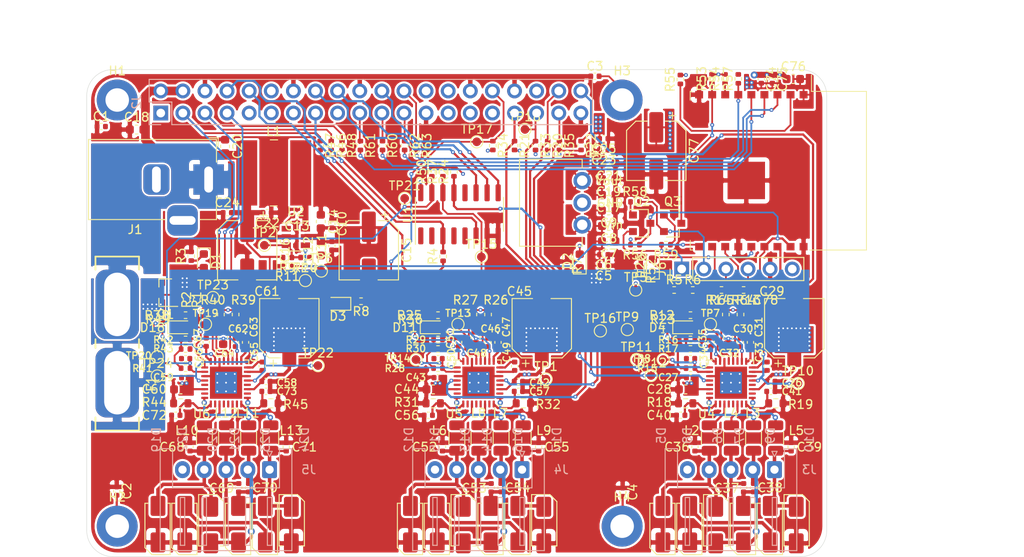
<source format=kicad_pcb>
(kicad_pcb (version 20171130) (host pcbnew 5.1.12-84ad8e8a86~92~ubuntu20.04.1)

  (general
    (thickness 1.6)
    (drawings 15)
    (tracks 1305)
    (zones 0)
    (modules 224)
    (nets 165)
  )

  (page A4)
  (layers
    (0 F.Cu signal)
    (1 In1.Cu power hide)
    (2 In2.Cu power hide)
    (31 B.Cu signal hide)
    (32 B.Adhes user hide)
    (33 F.Adhes user hide)
    (34 B.Paste user hide)
    (35 F.Paste user hide)
    (36 B.SilkS user hide)
    (37 F.SilkS user hide)
    (38 B.Mask user hide)
    (39 F.Mask user hide)
    (40 Dwgs.User user)
    (41 Cmts.User user hide)
    (42 Eco1.User user hide)
    (43 Eco2.User user hide)
    (44 Edge.Cuts user)
    (45 Margin user hide)
    (46 B.CrtYd user hide)
    (47 F.CrtYd user)
    (48 B.Fab user hide)
    (49 F.Fab user hide)
  )

  (setup
    (last_trace_width 0.2)
    (user_trace_width 0.2)
    (user_trace_width 0.25)
    (user_trace_width 0.3)
    (user_trace_width 0.35)
    (user_trace_width 0.4)
    (user_trace_width 0.45)
    (user_trace_width 0.5)
    (user_trace_width 0.6)
    (user_trace_width 0.7)
    (user_trace_width 0.8)
    (user_trace_width 0.9)
    (user_trace_width 1)
    (trace_clearance 0.2)
    (zone_clearance 0.2)
    (zone_45_only no)
    (trace_min 0.127)
    (via_size 0.8)
    (via_drill 0.4)
    (via_min_size 0.45)
    (via_min_drill 0.2)
    (user_via 0.45 0.2)
    (user_via 0.5 0.25)
    (user_via 0.6 0.3)
    (user_via 0.7 0.35)
    (user_via 0.8 0.4)
    (user_via 0.9 0.45)
    (user_via 1 0.5)
    (uvia_size 0.3)
    (uvia_drill 0.1)
    (uvias_allowed no)
    (uvia_min_size 0.2)
    (uvia_min_drill 0.1)
    (edge_width 0.05)
    (segment_width 0.2)
    (pcb_text_width 0.3)
    (pcb_text_size 1.5 1.5)
    (mod_edge_width 0.12)
    (mod_text_size 1 1)
    (mod_text_width 0.15)
    (pad_size 1.524 1.524)
    (pad_drill 0.762)
    (pad_to_mask_clearance 0)
    (aux_axis_origin 0 0)
    (grid_origin 123.5 112.5)
    (visible_elements 7FFFFFFF)
    (pcbplotparams
      (layerselection 0x010fc_ffffffff)
      (usegerberextensions false)
      (usegerberattributes true)
      (usegerberadvancedattributes true)
      (creategerberjobfile true)
      (excludeedgelayer true)
      (linewidth 0.100000)
      (plotframeref false)
      (viasonmask false)
      (mode 1)
      (useauxorigin false)
      (hpglpennumber 1)
      (hpglpenspeed 20)
      (hpglpendiameter 15.000000)
      (psnegative false)
      (psa4output false)
      (plotreference true)
      (plotvalue true)
      (plotinvisibletext false)
      (padsonsilk false)
      (subtractmaskfromsilk false)
      (outputformat 1)
      (mirror false)
      (drillshape 0)
      (scaleselection 1)
      (outputdirectory ""))
  )

  (net 0 "")
  (net 1 +12V)
  (net 2 GND)
  (net 3 +5V)
  (net 4 +3V3)
  (net 5 "/Motor driver 0/VREF")
  (net 6 /OA1_0)
  (net 7 /OA2_0)
  (net 8 /OB1_0)
  (net 9 /OB2_0)
  (net 10 "/Motor driver 1/VREF")
  (net 11 /OA1_1)
  (net 12 /OA2_1)
  (net 13 /OB1_1)
  (net 14 /OB2_1)
  (net 15 "/Motor driver 2/VREF")
  (net 16 /OA1_2)
  (net 17 /OA2_2)
  (net 18 /OB1_2)
  (net 19 /OB2_2)
  (net 20 "Net-(D1-Pad1)")
  (net 21 "Net-(D2-Pad1)")
  (net 22 "Net-(D3-Pad1)")
  (net 23 "Net-(D4-Pad1)")
  (net 24 "Net-(D11-Pad1)")
  (net 25 "Net-(D18-Pad1)")
  (net 26 "Net-(D26-Pad1)")
  (net 27 "Net-(F1-Pad1)")
  (net 28 "Net-(F1-Pad2)")
  (net 29 /GPIO2_PI)
  (net 30 /GPIO3_PI)
  (net 31 /GPIO4_PI)
  (net 32 "/UART_TX(14)_PI")
  (net 33 "/UART_RX(15)_PI")
  (net 34 /GPIO17_PI)
  (net 35 /GPIO18_PI)
  (net 36 /GPIO27_PI)
  (net 37 /GPIO22_PI)
  (net 38 /GPIO23_PI)
  (net 39 /GPIO24_PI)
  (net 40 "/MOSI(10)_PI")
  (net 41 "/MISO(9)_PI")
  (net 42 /GPIO25_PI)
  (net 43 "/CLK(11)_PI")
  (net 44 "/CE0(8)_PI")
  (net 45 /GPIO7_PI)
  (net 46 /GPIO0_PI)
  (net 47 /GPIO1_PI)
  (net 48 /GPIO5_PI)
  (net 49 /GPIO6_PI)
  (net 50 "/PWM0(12)_PI")
  (net 51 "/PWM1(13)_PI")
  (net 52 /GPIO19_PI)
  (net 53 /GPIO16_PI)
  (net 54 /GPIO26_PI)
  (net 55 /GPIO20_PI)
  (net 56 /GPIO21_PI)
  (net 57 "Net-(J3-Pad5)")
  (net 58 "Net-(J4-Pad5)")
  (net 59 "Net-(J5-Pad5)")
  (net 60 /ESP8266/~RTS_ESP)
  (net 61 /ESP8266/~DTR_ESP)
  (net 62 /ESP8266/RX_ESP)
  (net 63 /ESP8266/TX_ESP)
  (net 64 "/Motor driver 0/OA1_FILTERED")
  (net 65 "/Motor driver 0/OA2_FILTERED")
  (net 66 "/Motor driver 0/OB1_FILTERED")
  (net 67 "/Motor driver 0/OB2_FILTERED")
  (net 68 "/Motor driver 1/OA1_FILTERED")
  (net 69 "/Motor driver 1/OA2_FILTERED")
  (net 70 "/Motor driver 1/OB1_FILTERED")
  (net 71 "/Motor driver 1/OB2_FILTERED")
  (net 72 "/Motor driver 2/OA1_FILTERED")
  (net 73 "/Motor driver 2/OA2_FILTERED")
  (net 74 "/Motor driver 2/OB1_FILTERED")
  (net 75 "/Motor driver 2/OB2_FILTERED")
  (net 76 "Net-(Q1-Pad1)")
  (net 77 "Net-(Q2-Pad1)")
  (net 78 "Net-(Q3-Pad1)")
  (net 79 /ESP8266/ADC_ESP)
  (net 80 /GPIO4_ESP)
  (net 81 "/Motor driver 0/DIAG")
  (net 82 "/Motor driver 0/VREF_OVR")
  (net 83 "/Motor driver 0/MS1")
  (net 84 "/Motor driver 0/MS2")
  (net 85 "/Motor driver 0/~PDN_UART")
  (net 86 "/Motor driver 1/DIAG")
  (net 87 "/Motor driver 1/VREF_OVR")
  (net 88 "/Motor driver 1/MS1")
  (net 89 "/Motor driver 1/MS2")
  (net 90 "/Motor driver 1/~PDN_UART")
  (net 91 "/Motor driver 2/DIAG")
  (net 92 "/Motor driver 2/VREF_OVR")
  (net 93 "/Motor driver 2/MS1")
  (net 94 "/Motor driver 2/MS2")
  (net 95 "/Motor driver 2/~PDN_UART")
  (net 96 "Net-(U1-Pad1)")
  (net 97 "Net-(U1-Pad2)")
  (net 98 "Net-(U1-Pad4)")
  (net 99 "Net-(U1-Pad5)")
  (net 100 "Net-(U1-Pad12)")
  (net 101 "Net-(U4-Pad2)")
  (net 102 "Net-(U5-Pad2)")
  (net 103 "Net-(U6-Pad2)")
  (net 104 /ESP8266/~RST)
  (net 105 VD)
  (net 106 "Net-(C1-Pad2)")
  (net 107 "Net-(C2-Pad2)")
  (net 108 "Net-(C3-Pad2)")
  (net 109 "Net-(C4-Pad2)")
  (net 110 "Net-(C13-Pad2)")
  (net 111 "Net-(C13-Pad1)")
  (net 112 "Net-(C31-Pad1)")
  (net 113 "Net-(C33-Pad2)")
  (net 114 "Net-(C33-Pad1)")
  (net 115 "Net-(C40-Pad2)")
  (net 116 "Net-(C41-Pad2)")
  (net 117 "Net-(C47-Pad1)")
  (net 118 "Net-(C49-Pad2)")
  (net 119 "Net-(C49-Pad1)")
  (net 120 "Net-(C56-Pad2)")
  (net 121 "Net-(C57-Pad2)")
  (net 122 "Net-(C63-Pad1)")
  (net 123 "Net-(C65-Pad2)")
  (net 124 "Net-(C65-Pad1)")
  (net 125 "Net-(C72-Pad2)")
  (net 126 "Net-(C73-Pad2)")
  (net 127 "Net-(R10-Pad2)")
  (net 128 "/Motor driver 0/V5V_REF")
  (net 129 "/Motor driver 1/V5V_REF")
  (net 130 "/Motor driver 2/V5V_REF")
  (net 131 "Net-(U4-Pad31)")
  (net 132 "Net-(U4-Pad29)")
  (net 133 "Net-(U4-Pad28)")
  (net 134 "Net-(U4-Pad26)")
  (net 135 "Net-(U4-Pad23)")
  (net 136 "Net-(U4-Pad21)")
  (net 137 "Net-(U4-Pad4)")
  (net 138 "Net-(U5-Pad31)")
  (net 139 "Net-(U5-Pad29)")
  (net 140 "Net-(U5-Pad28)")
  (net 141 "Net-(U5-Pad26)")
  (net 142 "Net-(U5-Pad23)")
  (net 143 "Net-(U5-Pad21)")
  (net 144 "Net-(U5-Pad4)")
  (net 145 "Net-(U6-Pad31)")
  (net 146 "Net-(U6-Pad29)")
  (net 147 "Net-(U6-Pad28)")
  (net 148 "Net-(U6-Pad26)")
  (net 149 "Net-(U6-Pad23)")
  (net 150 "Net-(U6-Pad21)")
  (net 151 "Net-(U6-Pad4)")
  (net 152 "Net-(R23-Pad2)")
  (net 153 "Net-(R36-Pad2)")
  (net 154 "Net-(R49-Pad2)")
  (net 155 /ESP8266/GPIO5)
  (net 156 /ESP8266/GPIO0)
  (net 157 /ESP8266/GPIO2)
  (net 158 /ESP8266/EN)
  (net 159 /ESP8266/CS)
  (net 160 /ESP8266/MISO)
  (net 161 /ESP8266/MOSI)
  (net 162 /ESP8266/CLK)
  (net 163 /ESP8266/TX)
  (net 164 /ESP8266/RX)

  (net_class Default "This is the default net class."
    (clearance 0.2)
    (trace_width 0.25)
    (via_dia 0.8)
    (via_drill 0.4)
    (uvia_dia 0.3)
    (uvia_drill 0.1)
    (add_net +12V)
    (add_net +3V3)
    (add_net +5V)
    (add_net "/CE0(8)_PI")
    (add_net "/CLK(11)_PI")
    (add_net /ESP8266/ADC_ESP)
    (add_net /ESP8266/CLK)
    (add_net /ESP8266/CS)
    (add_net /ESP8266/EN)
    (add_net /ESP8266/GPIO0)
    (add_net /ESP8266/GPIO2)
    (add_net /ESP8266/GPIO5)
    (add_net /ESP8266/MISO)
    (add_net /ESP8266/MOSI)
    (add_net /ESP8266/RX)
    (add_net /ESP8266/RX_ESP)
    (add_net /ESP8266/TX)
    (add_net /ESP8266/TX_ESP)
    (add_net /ESP8266/~DTR_ESP)
    (add_net /ESP8266/~RST)
    (add_net /ESP8266/~RTS_ESP)
    (add_net /GPIO0_PI)
    (add_net /GPIO16_PI)
    (add_net /GPIO17_PI)
    (add_net /GPIO18_PI)
    (add_net /GPIO19_PI)
    (add_net /GPIO1_PI)
    (add_net /GPIO20_PI)
    (add_net /GPIO21_PI)
    (add_net /GPIO22_PI)
    (add_net /GPIO23_PI)
    (add_net /GPIO24_PI)
    (add_net /GPIO25_PI)
    (add_net /GPIO26_PI)
    (add_net /GPIO27_PI)
    (add_net /GPIO2_PI)
    (add_net /GPIO3_PI)
    (add_net /GPIO4_ESP)
    (add_net /GPIO4_PI)
    (add_net /GPIO5_PI)
    (add_net /GPIO6_PI)
    (add_net /GPIO7_PI)
    (add_net "/MISO(9)_PI")
    (add_net "/MOSI(10)_PI")
    (add_net "/Motor driver 0/DIAG")
    (add_net "/Motor driver 0/MS1")
    (add_net "/Motor driver 0/MS2")
    (add_net "/Motor driver 0/OA1_FILTERED")
    (add_net "/Motor driver 0/OA2_FILTERED")
    (add_net "/Motor driver 0/OB1_FILTERED")
    (add_net "/Motor driver 0/OB2_FILTERED")
    (add_net "/Motor driver 0/V5V_REF")
    (add_net "/Motor driver 0/VREF")
    (add_net "/Motor driver 0/VREF_OVR")
    (add_net "/Motor driver 0/~PDN_UART")
    (add_net "/Motor driver 1/DIAG")
    (add_net "/Motor driver 1/MS1")
    (add_net "/Motor driver 1/MS2")
    (add_net "/Motor driver 1/OA1_FILTERED")
    (add_net "/Motor driver 1/OA2_FILTERED")
    (add_net "/Motor driver 1/OB1_FILTERED")
    (add_net "/Motor driver 1/OB2_FILTERED")
    (add_net "/Motor driver 1/V5V_REF")
    (add_net "/Motor driver 1/VREF")
    (add_net "/Motor driver 1/VREF_OVR")
    (add_net "/Motor driver 1/~PDN_UART")
    (add_net "/Motor driver 2/DIAG")
    (add_net "/Motor driver 2/MS1")
    (add_net "/Motor driver 2/MS2")
    (add_net "/Motor driver 2/OA1_FILTERED")
    (add_net "/Motor driver 2/OA2_FILTERED")
    (add_net "/Motor driver 2/OB1_FILTERED")
    (add_net "/Motor driver 2/OB2_FILTERED")
    (add_net "/Motor driver 2/V5V_REF")
    (add_net "/Motor driver 2/VREF")
    (add_net "/Motor driver 2/VREF_OVR")
    (add_net "/Motor driver 2/~PDN_UART")
    (add_net /OA1_0)
    (add_net /OA1_1)
    (add_net /OA1_2)
    (add_net /OA2_0)
    (add_net /OA2_1)
    (add_net /OA2_2)
    (add_net /OB1_0)
    (add_net /OB1_1)
    (add_net /OB1_2)
    (add_net /OB2_0)
    (add_net /OB2_1)
    (add_net /OB2_2)
    (add_net "/PWM0(12)_PI")
    (add_net "/PWM1(13)_PI")
    (add_net "/UART_RX(15)_PI")
    (add_net "/UART_TX(14)_PI")
    (add_net GND)
    (add_net "Net-(C1-Pad2)")
    (add_net "Net-(C13-Pad1)")
    (add_net "Net-(C13-Pad2)")
    (add_net "Net-(C2-Pad2)")
    (add_net "Net-(C3-Pad2)")
    (add_net "Net-(C31-Pad1)")
    (add_net "Net-(C33-Pad1)")
    (add_net "Net-(C33-Pad2)")
    (add_net "Net-(C4-Pad2)")
    (add_net "Net-(C40-Pad2)")
    (add_net "Net-(C41-Pad2)")
    (add_net "Net-(C47-Pad1)")
    (add_net "Net-(C49-Pad1)")
    (add_net "Net-(C49-Pad2)")
    (add_net "Net-(C56-Pad2)")
    (add_net "Net-(C57-Pad2)")
    (add_net "Net-(C63-Pad1)")
    (add_net "Net-(C65-Pad1)")
    (add_net "Net-(C65-Pad2)")
    (add_net "Net-(C72-Pad2)")
    (add_net "Net-(C73-Pad2)")
    (add_net "Net-(D1-Pad1)")
    (add_net "Net-(D11-Pad1)")
    (add_net "Net-(D18-Pad1)")
    (add_net "Net-(D2-Pad1)")
    (add_net "Net-(D26-Pad1)")
    (add_net "Net-(D3-Pad1)")
    (add_net "Net-(D4-Pad1)")
    (add_net "Net-(F1-Pad1)")
    (add_net "Net-(F1-Pad2)")
    (add_net "Net-(J3-Pad5)")
    (add_net "Net-(J4-Pad5)")
    (add_net "Net-(J5-Pad5)")
    (add_net "Net-(Q1-Pad1)")
    (add_net "Net-(Q2-Pad1)")
    (add_net "Net-(Q3-Pad1)")
    (add_net "Net-(R10-Pad2)")
    (add_net "Net-(R23-Pad2)")
    (add_net "Net-(R36-Pad2)")
    (add_net "Net-(R49-Pad2)")
    (add_net "Net-(U1-Pad1)")
    (add_net "Net-(U1-Pad12)")
    (add_net "Net-(U1-Pad2)")
    (add_net "Net-(U1-Pad4)")
    (add_net "Net-(U1-Pad5)")
    (add_net "Net-(U4-Pad2)")
    (add_net "Net-(U4-Pad21)")
    (add_net "Net-(U4-Pad23)")
    (add_net "Net-(U4-Pad26)")
    (add_net "Net-(U4-Pad28)")
    (add_net "Net-(U4-Pad29)")
    (add_net "Net-(U4-Pad31)")
    (add_net "Net-(U4-Pad4)")
    (add_net "Net-(U5-Pad2)")
    (add_net "Net-(U5-Pad21)")
    (add_net "Net-(U5-Pad23)")
    (add_net "Net-(U5-Pad26)")
    (add_net "Net-(U5-Pad28)")
    (add_net "Net-(U5-Pad29)")
    (add_net "Net-(U5-Pad31)")
    (add_net "Net-(U5-Pad4)")
    (add_net "Net-(U6-Pad2)")
    (add_net "Net-(U6-Pad21)")
    (add_net "Net-(U6-Pad23)")
    (add_net "Net-(U6-Pad26)")
    (add_net "Net-(U6-Pad28)")
    (add_net "Net-(U6-Pad29)")
    (add_net "Net-(U6-Pad31)")
    (add_net "Net-(U6-Pad4)")
    (add_net VD)
  )

  (module SaMcam_shield:Motor_Driver_Trinamic_TMC2202-WA (layer F.Cu) (tedit 6196AAFE) (tstamp 61A29B1D)
    (at 194 96 180)
    (descr "Motor driver")
    (tags "Motor driver")
    (path /60355F25/60356E5D)
    (attr smd)
    (fp_text reference U4 (at 2.8 -3.6) (layer F.SilkS)
      (effects (font (size 1 1) (thickness 0.15)))
    )
    (fp_text value TMC2202-WA_motor_driver (at 0 3.8) (layer F.Fab)
      (effects (font (size 1 1) (thickness 0.15)))
    )
    (fp_line (start 2.135 -2.61) (end 2.61 -2.61) (layer F.SilkS) (width 0.12))
    (fp_line (start 2.61 -2.61) (end 2.61 -2.135) (layer F.SilkS) (width 0.12))
    (fp_line (start -2.135 2.61) (end -2.61 2.61) (layer F.SilkS) (width 0.12))
    (fp_line (start -2.61 2.61) (end -2.61 2.135) (layer F.SilkS) (width 0.12))
    (fp_line (start 2.135 2.61) (end 2.61 2.61) (layer F.SilkS) (width 0.12))
    (fp_line (start 2.61 2.61) (end 2.61 2.135) (layer F.SilkS) (width 0.12))
    (fp_line (start -2.135 -2.61) (end -2.61 -2.61) (layer F.SilkS) (width 0.12))
    (fp_line (start -1.5 -2.5) (end 2.5 -2.5) (layer F.Fab) (width 0.1))
    (fp_line (start 2.5 -2.5) (end 2.5 2.5) (layer F.Fab) (width 0.1))
    (fp_line (start 2.5 2.5) (end -2.5 2.5) (layer F.Fab) (width 0.1))
    (fp_line (start -2.5 2.5) (end -2.5 -1.5) (layer F.Fab) (width 0.1))
    (fp_line (start -2.5 -1.5) (end -1.5 -2.5) (layer F.Fab) (width 0.1))
    (fp_line (start -3.1 -3.1) (end -3.1 3.1) (layer F.CrtYd) (width 0.05))
    (fp_line (start -3.1 3.1) (end 3.1 3.1) (layer F.CrtYd) (width 0.05))
    (fp_line (start 3.1 3.1) (end 3.1 -3.1) (layer F.CrtYd) (width 0.05))
    (fp_line (start 3.1 -3.1) (end -3.1 -3.1) (layer F.CrtYd) (width 0.05))
    (fp_text user %R (at 0 -0.515001) (layer F.Fab)
      (effects (font (size 1 1) (thickness 0.15)))
    )
    (pad "" smd custom (at 1.425 1.425 180) (size 0.601758 0.601758) (layers F.Paste)
      (options (clearance outline) (anchor circle))
      (primitives
        (gr_poly (pts
           (xy -0.259112 -0.189911) (xy -0.189911 -0.259112) (xy 0.259112 -0.259112) (xy 0.259112 0.259112) (xy -0.259112 0.259112)
) (width 0.167068))
      ))
    (pad "" smd custom (at 1.425 -1.425 180) (size 0.601758 0.601758) (layers F.Paste)
      (options (clearance outline) (anchor circle))
      (primitives
        (gr_poly (pts
           (xy -0.259112 -0.259112) (xy 0.259112 -0.259112) (xy 0.259112 0.259112) (xy -0.189911 0.259112) (xy -0.259112 0.189911)
) (width 0.167068))
      ))
    (pad "" smd custom (at -1.425 1.425 180) (size 0.601758 0.601758) (layers F.Paste)
      (options (clearance outline) (anchor circle))
      (primitives
        (gr_poly (pts
           (xy -0.259112 -0.259112) (xy 0.189911 -0.259112) (xy 0.259112 -0.189911) (xy 0.259112 0.259112) (xy -0.259112 0.259112)
) (width 0.167068))
      ))
    (pad "" smd custom (at -1.425 -1.425 180) (size 0.601758 0.601758) (layers F.Paste)
      (options (clearance outline) (anchor circle))
      (primitives
        (gr_poly (pts
           (xy -0.259112 -0.259112) (xy 0.259112 -0.259112) (xy 0.259112 0.189911) (xy 0.189911 0.259112) (xy -0.259112 0.259112)
) (width 0.167068))
      ))
    (pad "" smd custom (at 0.5 1.425 180) (size 0.612035 0.612035) (layers F.Paste)
      (options (clearance outline) (anchor circle))
      (primitives
        (gr_poly (pts
           (xy -0.329856 -0.2087) (xy -0.269167 -0.269389) (xy 0.269167 -0.269389) (xy 0.329856 -0.2087) (xy 0.329856 0.269389)
           (xy -0.329856 0.269389)) (width 0.146515))
      ))
    (pad "" smd custom (at -0.5 1.425 180) (size 0.612035 0.612035) (layers F.Paste)
      (options (clearance outline) (anchor circle))
      (primitives
        (gr_poly (pts
           (xy -0.329856 -0.2087) (xy -0.269167 -0.269389) (xy 0.269167 -0.269389) (xy 0.329856 -0.2087) (xy 0.329856 0.269389)
           (xy -0.329856 0.269389)) (width 0.146515))
      ))
    (pad "" smd custom (at 0.5 -1.425 180) (size 0.612035 0.612035) (layers F.Paste)
      (options (clearance outline) (anchor circle))
      (primitives
        (gr_poly (pts
           (xy -0.329856 -0.269389) (xy 0.329856 -0.269389) (xy 0.329856 0.2087) (xy 0.269167 0.269389) (xy -0.269167 0.269389)
           (xy -0.329856 0.2087)) (width 0.146515))
      ))
    (pad "" smd custom (at -0.5 -1.425 180) (size 0.612035 0.612035) (layers F.Paste)
      (options (clearance outline) (anchor circle))
      (primitives
        (gr_poly (pts
           (xy -0.329856 -0.269389) (xy 0.329856 -0.269389) (xy 0.329856 0.2087) (xy 0.269167 0.269389) (xy -0.269167 0.269389)
           (xy -0.329856 0.2087)) (width 0.146515))
      ))
    (pad "" smd custom (at 1.425 0.5 180) (size 0.612035 0.612035) (layers F.Paste)
      (options (clearance outline) (anchor circle))
      (primitives
        (gr_poly (pts
           (xy -0.269389 -0.269167) (xy -0.2087 -0.329856) (xy 0.269389 -0.329856) (xy 0.269389 0.329856) (xy -0.2087 0.329856)
           (xy -0.269389 0.269167)) (width 0.146515))
      ))
    (pad "" smd custom (at 1.425 -0.5 180) (size 0.612035 0.612035) (layers F.Paste)
      (options (clearance outline) (anchor circle))
      (primitives
        (gr_poly (pts
           (xy -0.269389 -0.269167) (xy -0.2087 -0.329856) (xy 0.269389 -0.329856) (xy 0.269389 0.329856) (xy -0.2087 0.329856)
           (xy -0.269389 0.269167)) (width 0.146515))
      ))
    (pad "" smd custom (at -1.425 0.5 180) (size 0.612035 0.612035) (layers F.Paste)
      (options (clearance outline) (anchor circle))
      (primitives
        (gr_poly (pts
           (xy -0.269389 -0.329856) (xy 0.2087 -0.329856) (xy 0.269389 -0.269167) (xy 0.269389 0.269167) (xy 0.2087 0.329856)
           (xy -0.269389 0.329856)) (width 0.146515))
      ))
    (pad "" smd custom (at -1.425 -0.5 180) (size 0.612035 0.612035) (layers F.Paste)
      (options (clearance outline) (anchor circle))
      (primitives
        (gr_poly (pts
           (xy -0.269389 -0.329856) (xy 0.2087 -0.329856) (xy 0.269389 -0.269167) (xy 0.269389 0.269167) (xy 0.2087 0.329856)
           (xy -0.269389 0.329856)) (width 0.146515))
      ))
    (pad "" smd roundrect (at 0.5 0.5 180) (size 0.806226 0.806226) (layers F.Paste) (roundrect_rratio 0.2499993798265003))
    (pad "" smd roundrect (at 0.5 -0.5 180) (size 0.806226 0.806226) (layers F.Paste) (roundrect_rratio 0.2499993798265003))
    (pad "" smd roundrect (at -0.5 0.5 180) (size 0.806226 0.806226) (layers F.Paste) (roundrect_rratio 0.2499993798265003))
    (pad "" smd roundrect (at -0.5 -0.5 180) (size 0.806226 0.806226) (layers F.Paste) (roundrect_rratio 0.2499993798265003))
    (pad 33 smd rect (at 0 0 180) (size 2.5 2.5) (layers B.Cu)
      (net 2 GND))
    (pad 33 thru_hole circle (at 1 1 180) (size 0.5 0.5) (drill 0.2) (layers *.Cu)
      (net 2 GND))
    (pad 33 thru_hole circle (at 0 1 180) (size 0.5 0.5) (drill 0.2) (layers *.Cu)
      (net 2 GND))
    (pad 33 thru_hole circle (at -1 1 180) (size 0.5 0.5) (drill 0.2) (layers *.Cu)
      (net 2 GND))
    (pad 33 thru_hole circle (at 1 0 180) (size 0.5 0.5) (drill 0.2) (layers *.Cu)
      (net 2 GND))
    (pad 33 thru_hole circle (at 0 0 180) (size 0.5 0.5) (drill 0.2) (layers *.Cu)
      (net 2 GND))
    (pad 33 thru_hole circle (at -1 0 180) (size 0.5 0.5) (drill 0.2) (layers *.Cu)
      (net 2 GND))
    (pad 33 thru_hole circle (at 1 -1 180) (size 0.5 0.5) (drill 0.2) (layers *.Cu)
      (net 2 GND))
    (pad 33 thru_hole circle (at 0 -1 180) (size 0.5 0.5) (drill 0.2) (layers *.Cu)
      (net 2 GND))
    (pad 33 thru_hole circle (at -1 -1 180) (size 0.5 0.5) (drill 0.2) (layers *.Cu)
      (net 2 GND))
    (pad 33 smd rect (at 0 0 180) (size 3.7 3.7) (layers F.Cu F.Mask)
      (net 2 GND))
    (pad 32 smd roundrect (at -1.75 -2.45 180) (size 0.25 0.8) (layers F.Cu F.Paste F.Mask) (roundrect_rratio 0.25)
      (net 116 "Net-(C41-Pad2)"))
    (pad 31 smd roundrect (at -1.25 -2.45 180) (size 0.25 0.8) (layers F.Cu F.Paste F.Mask) (roundrect_rratio 0.25)
      (net 131 "Net-(U4-Pad31)"))
    (pad 30 smd roundrect (at -0.75 -2.45 180) (size 0.25 0.8) (layers F.Cu F.Paste F.Mask) (roundrect_rratio 0.25)
      (net 66 "/Motor driver 0/OB1_FILTERED"))
    (pad 29 smd roundrect (at -0.25 -2.45 180) (size 0.25 0.8) (layers F.Cu F.Paste F.Mask) (roundrect_rratio 0.25)
      (net 132 "Net-(U4-Pad29)"))
    (pad 28 smd roundrect (at 0.25 -2.45 180) (size 0.25 0.8) (layers F.Cu F.Paste F.Mask) (roundrect_rratio 0.25)
      (net 133 "Net-(U4-Pad28)"))
    (pad 27 smd roundrect (at 0.75 -2.45 180) (size 0.25 0.8) (layers F.Cu F.Paste F.Mask) (roundrect_rratio 0.25)
      (net 64 "/Motor driver 0/OA1_FILTERED"))
    (pad 26 smd roundrect (at 1.25 -2.45 180) (size 0.25 0.8) (layers F.Cu F.Paste F.Mask) (roundrect_rratio 0.25)
      (net 134 "Net-(U4-Pad26)"))
    (pad 25 smd roundrect (at 1.75 -2.45 180) (size 0.25 0.8) (layers F.Cu F.Paste F.Mask) (roundrect_rratio 0.25)
      (net 115 "Net-(C40-Pad2)"))
    (pad 24 smd roundrect (at 2.45 -1.75 180) (size 0.8 0.25) (layers F.Cu F.Paste F.Mask) (roundrect_rratio 0.25)
      (net 65 "/Motor driver 0/OA2_FILTERED"))
    (pad 23 smd roundrect (at 2.45 -1.25 180) (size 0.8 0.25) (layers F.Cu F.Paste F.Mask) (roundrect_rratio 0.25)
      (net 135 "Net-(U4-Pad23)"))
    (pad 22 smd roundrect (at 2.45 -0.75 180) (size 0.8 0.25) (layers F.Cu F.Paste F.Mask) (roundrect_rratio 0.25)
      (net 1 +12V))
    (pad 21 smd roundrect (at 2.45 -0.25 180) (size 0.8 0.25) (layers F.Cu F.Paste F.Mask) (roundrect_rratio 0.25)
      (net 136 "Net-(U4-Pad21)"))
    (pad 20 smd roundrect (at 2.45 0.25 180) (size 0.8 0.25) (layers F.Cu F.Paste F.Mask) (roundrect_rratio 0.25)
      (net 55 /GPIO20_PI))
    (pad 19 smd roundrect (at 2.45 0.75 180) (size 0.8 0.25) (layers F.Cu F.Paste F.Mask) (roundrect_rratio 0.25)
      (net 2 GND))
    (pad 18 smd roundrect (at 2.45 1.25 180) (size 0.8 0.25) (layers F.Cu F.Paste F.Mask) (roundrect_rratio 0.25)
      (net 5 "/Motor driver 0/VREF"))
    (pad 17 smd roundrect (at 2.45 1.75 180) (size 0.8 0.25) (layers F.Cu F.Paste F.Mask) (roundrect_rratio 0.25)
      (net 51 "/PWM1(13)_PI"))
    (pad 16 smd roundrect (at 1.75 2.45 180) (size 0.25 0.8) (layers F.Cu F.Paste F.Mask) (roundrect_rratio 0.25)
      (net 105 VD))
    (pad 15 smd roundrect (at 1.25 2.45 180) (size 0.25 0.8) (layers F.Cu F.Paste F.Mask) (roundrect_rratio 0.25)
      (net 152 "Net-(R23-Pad2)"))
    (pad 14 smd roundrect (at 0.75 2.45 180) (size 0.25 0.8) (layers F.Cu F.Paste F.Mask) (roundrect_rratio 0.25)
      (net 2 GND))
    (pad 13 smd roundrect (at 0.25 2.45 180) (size 0.25 0.8) (layers F.Cu F.Paste F.Mask) (roundrect_rratio 0.25)
      (net 81 "/Motor driver 0/DIAG"))
    (pad 12 smd roundrect (at -0.25 2.45 180) (size 0.25 0.8) (layers F.Cu F.Paste F.Mask) (roundrect_rratio 0.25)
      (net 84 "/Motor driver 0/MS2"))
    (pad 11 smd roundrect (at -0.75 2.45 180) (size 0.25 0.8) (layers F.Cu F.Paste F.Mask) (roundrect_rratio 0.25)
      (net 83 "/Motor driver 0/MS1"))
    (pad 10 smd roundrect (at -1.25 2.45 180) (size 0.25 0.8) (layers F.Cu F.Paste F.Mask) (roundrect_rratio 0.25)
      (net 128 "/Motor driver 0/V5V_REF"))
    (pad 9 smd roundrect (at -1.75 2.45 180) (size 0.25 0.8) (layers F.Cu F.Paste F.Mask) (roundrect_rratio 0.25)
      (net 112 "Net-(C31-Pad1)"))
    (pad 8 smd roundrect (at -2.45 1.75 180) (size 0.8 0.25) (layers F.Cu F.Paste F.Mask) (roundrect_rratio 0.25)
      (net 114 "Net-(C33-Pad1)"))
    (pad 7 smd roundrect (at -2.45 1.25 180) (size 0.8 0.25) (layers F.Cu F.Paste F.Mask) (roundrect_rratio 0.25)
      (net 113 "Net-(C33-Pad2)"))
    (pad 6 smd roundrect (at -2.45 0.75 180) (size 0.8 0.25) (layers F.Cu F.Paste F.Mask) (roundrect_rratio 0.25)
      (net 2 GND))
    (pad 5 smd roundrect (at -2.45 0.25 180) (size 0.8 0.25) (layers F.Cu F.Paste F.Mask) (roundrect_rratio 0.25)
      (net 56 /GPIO21_PI))
    (pad 4 smd roundrect (at -2.45 -0.25 180) (size 0.8 0.25) (layers F.Cu F.Paste F.Mask) (roundrect_rratio 0.25)
      (net 137 "Net-(U4-Pad4)"))
    (pad 3 smd roundrect (at -2.45 -0.75 180) (size 0.8 0.25) (layers F.Cu F.Paste F.Mask) (roundrect_rratio 0.25)
      (net 1 +12V))
    (pad 2 smd roundrect (at -2.45 -1.25 180) (size 0.8 0.25) (layers F.Cu F.Paste F.Mask) (roundrect_rratio 0.25)
      (net 101 "Net-(U4-Pad2)"))
    (pad 1 smd roundrect (at -2.45 -1.75 180) (size 0.8 0.25) (layers F.Cu F.Paste F.Mask) (roundrect_rratio 0.25)
      (net 67 "/Motor driver 0/OB2_FILTERED"))
    (model ${KIPRJMOD}/packages3d/Motor_Driver_Trinamic_TMC2202-WA.stp
      (at (xyz 0 0 0))
      (scale (xyz 1 1 1))
      (rotate (xyz 0 0 0))
    )
  )

  (module RF_Module:ESP-WROOM-02 (layer F.Cu) (tedit 5B5B45D7) (tstamp 61AB7658)
    (at 196.342 71.628 270)
    (descr http://espressif.com/sites/default/files/documentation/0c-esp-wroom-02_datasheet_en.pdf)
    (tags "ESP WROOM-02 espressif esp8266ex")
    (path /61A0DE56/61A1CA55)
    (attr smd)
    (fp_text reference U7 (at -10.17 5.13) (layer F.SilkS)
      (effects (font (size 1 1) (thickness 0.15)))
    )
    (fp_text value ESP-WROOM-02 (at 0 8.33 90) (layer F.Fab)
      (effects (font (size 1 1) (thickness 0.15)))
    )
    (fp_line (start -9.12 -6.9) (end -11 -6.9) (layer F.SilkS) (width 0.1))
    (fp_line (start -9.12 -13.22) (end -9.12 -6.9) (layer F.SilkS) (width 0.1))
    (fp_line (start 9.12 -13.22) (end 9.12 -6.7) (layer F.SilkS) (width 0.1))
    (fp_line (start -9.12 -13.22) (end 9.12 -13.22) (layer F.SilkS) (width 0.1))
    (fp_line (start 8 7.02) (end 9.12 7.02) (layer F.SilkS) (width 0.1))
    (fp_line (start 9.12 6.7) (end 9.12 7) (layer F.SilkS) (width 0.1))
    (fp_line (start -9.12 7.02) (end -8.1 7.02) (layer F.SilkS) (width 0.1))
    (fp_line (start -9.12 6.8) (end -9.12 7.02) (layer F.SilkS) (width 0.1))
    (fp_line (start 8.3 -17.9) (end 8.1 -17.7) (layer Cmts.User) (width 0.1))
    (fp_line (start 8.3 -13.3) (end 8.3 -17.9) (layer Cmts.User) (width 0.1))
    (fp_line (start 8.3 -17.9) (end 8.5 -17.7) (layer Cmts.User) (width 0.1))
    (fp_line (start 8.3 -13.3) (end 8.5 -13.5) (layer Cmts.User) (width 0.1))
    (fp_line (start 8.3 -13.3) (end 8.1 -13.5) (layer Cmts.User) (width 0.1))
    (fp_line (start -9.2 -10.7) (end -9.4 -10.9) (layer Cmts.User) (width 0.1))
    (fp_line (start -13.8 -10.7) (end -9.2 -10.7) (layer Cmts.User) (width 0.1))
    (fp_line (start -9.2 -10.7) (end -9.4 -10.5) (layer Cmts.User) (width 0.1))
    (fp_line (start -13.8 -10.7) (end -13.6 -10.5) (layer Cmts.User) (width 0.1))
    (fp_line (start -13.8 -10.7) (end -13.6 -10.9) (layer Cmts.User) (width 0.1))
    (fp_line (start 9.2 -10.7) (end 9.4 -10.5) (layer Cmts.User) (width 0.1))
    (fp_line (start 9.2 -10.7) (end 9.4 -10.9) (layer Cmts.User) (width 0.1))
    (fp_line (start 13.8 -10.7) (end 13.6 -10.5) (layer Cmts.User) (width 0.1))
    (fp_line (start 13.8 -10.7) (end 13.6 -10.9) (layer Cmts.User) (width 0.1))
    (fp_line (start 9.2 -10.7) (end 13.8 -10.7) (layer Cmts.User) (width 0.1))
    (fp_line (start 14 -8.41) (end 12 -6.795) (layer Dwgs.User) (width 0.1))
    (fp_line (start 14 -10.025) (end 10 -6.795) (layer Dwgs.User) (width 0.1))
    (fp_line (start 14 -11.64) (end 8 -6.795) (layer Dwgs.User) (width 0.1))
    (fp_line (start 14 -13.255) (end 6 -6.795) (layer Dwgs.User) (width 0.1))
    (fp_line (start 14 -14.87) (end 4 -6.795) (layer Dwgs.User) (width 0.1))
    (fp_line (start 14 -16.485) (end 2 -6.795) (layer Dwgs.User) (width 0.1))
    (fp_line (start 14 -18.1) (end 0 -6.795) (layer Dwgs.User) (width 0.1))
    (fp_line (start 12 -18.1) (end -2 -6.795) (layer Dwgs.User) (width 0.1))
    (fp_line (start 10 -18.1) (end -4 -6.795) (layer Dwgs.User) (width 0.1))
    (fp_line (start 8 -18.1) (end -6 -6.795) (layer Dwgs.User) (width 0.1))
    (fp_line (start -8 -6.795) (end 6 -18.1) (layer Dwgs.User) (width 0.1))
    (fp_line (start 4 -18.1) (end -10 -6.795) (layer Dwgs.User) (width 0.1))
    (fp_line (start 2 -18.1) (end -12 -6.795) (layer Dwgs.User) (width 0.1))
    (fp_line (start 0 -18.1) (end -14 -6.795) (layer Dwgs.User) (width 0.1))
    (fp_line (start -2 -18.1) (end -14 -8.41) (layer Dwgs.User) (width 0.1))
    (fp_line (start -4 -18.1) (end -14 -10.025) (layer Dwgs.User) (width 0.1))
    (fp_line (start -6 -18.1) (end -14 -11.64) (layer Dwgs.User) (width 0.1))
    (fp_line (start -8 -18.1) (end -14 -13.255) (layer Dwgs.User) (width 0.1))
    (fp_line (start -10 -18.1) (end -14 -14.87) (layer Dwgs.User) (width 0.1))
    (fp_line (start -12 -18.1) (end -14 -16.485) (layer Dwgs.User) (width 0.1))
    (fp_line (start 9.41 -6.55) (end 14.25 -6.55) (layer F.CrtYd) (width 0.05))
    (fp_line (start -14.25 -6.55) (end -9.41 -6.55) (layer F.CrtYd) (width 0.05))
    (fp_line (start 14.25 -18.35) (end 14.25 -6.55) (layer F.CrtYd) (width 0.05))
    (fp_line (start -14.25 -18.35) (end -14.25 -6.55) (layer F.CrtYd) (width 0.05))
    (fp_line (start 14 -18.1) (end -14 -18.1) (layer Dwgs.User) (width 0.1))
    (fp_line (start 14 -6.8) (end 14 -18.1) (layer Dwgs.User) (width 0.1))
    (fp_line (start -9 -13.1) (end 9 -13.1) (layer Dwgs.User) (width 0.1))
    (fp_line (start 9 -13.1) (end 9 -6.78) (layer Dwgs.User) (width 0.1))
    (fp_line (start 14 -6.8) (end -14 -6.8) (layer Dwgs.User) (width 0.1))
    (fp_line (start -9 -6.8) (end -9 -13.1) (layer Dwgs.User) (width 0.1))
    (fp_line (start -8.5 -7) (end -9 -6.5) (layer F.Fab) (width 0.1))
    (fp_line (start -9 -7.5) (end -8.5 -7) (layer F.Fab) (width 0.1))
    (fp_line (start -9 -6.5) (end -9 6.9) (layer F.Fab) (width 0.1))
    (fp_line (start -14.25 -18.35) (end 14.25 -18.35) (layer F.CrtYd) (width 0.05))
    (fp_line (start 9.41 -6.55) (end 9.41 7.15) (layer F.CrtYd) (width 0.05))
    (fp_line (start -9.41 7.15) (end 9.41 7.15) (layer F.CrtYd) (width 0.05))
    (fp_line (start -9.41 7.15) (end -9.41 -6.55) (layer F.CrtYd) (width 0.05))
    (fp_line (start -9 -13.1) (end 9 -13.1) (layer F.Fab) (width 0.1))
    (fp_line (start -9 -13.1) (end -9 -7.5) (layer F.Fab) (width 0.1))
    (fp_line (start -9 6.9) (end 9 6.9) (layer F.Fab) (width 0.1))
    (fp_line (start 9 6.9) (end 9 -13.1) (layer F.Fab) (width 0.1))
    (fp_line (start -14 -6.8) (end -14 -18.1) (layer Dwgs.User) (width 0.1))
    (fp_text user %R (at 0 0 90) (layer F.Fab)
      (effects (font (size 1 1) (thickness 0.15)))
    )
    (fp_text user "KEEP-OUT ZONE" (at 0 -16 90) (layer Cmts.User)
      (effects (font (size 1 1) (thickness 0.15)))
    )
    (fp_text user Antenna (at 0 -10 90) (layer Cmts.User)
      (effects (font (size 1 1) (thickness 0.15)))
    )
    (fp_text user "5 mm" (at 11.8 -11.2 90) (layer Cmts.User)
      (effects (font (size 0.5 0.5) (thickness 0.1)))
    )
    (fp_text user "5 mm" (at -11.2 -11.2 90) (layer Cmts.User)
      (effects (font (size 0.5 0.5) (thickness 0.1)))
    )
    (fp_text user "5 mm" (at 7.8 -15.9) (layer Cmts.User)
      (effects (font (size 0.5 0.5) (thickness 0.1)))
    )
    (pad 19 smd rect (at 1.12 0.58 270) (size 4.3 4.3) (layers F.Cu F.Paste F.Mask)
      (net 2 GND))
    (pad 1 smd rect (at -8.7375 -6 270) (size 0.85 0.9125) (layers F.Cu F.Paste F.Mask)
      (net 4 +3V3))
    (pad 2 smd rect (at -8.7375 -4.5 270) (size 0.85 0.9125) (layers F.Cu F.Paste F.Mask)
      (net 158 /ESP8266/EN))
    (pad 3 smd rect (at -8.7375 -3 270) (size 0.85 0.9125) (layers F.Cu F.Paste F.Mask)
      (net 162 /ESP8266/CLK))
    (pad 4 smd rect (at -8.7375 -1.5 270) (size 0.85 0.9125) (layers F.Cu F.Paste F.Mask)
      (net 160 /ESP8266/MISO))
    (pad 5 smd rect (at -8.7375 0 270) (size 0.85 0.9125) (layers F.Cu F.Paste F.Mask)
      (net 161 /ESP8266/MOSI))
    (pad 6 smd rect (at -8.7375 1.5 270) (size 0.85 0.9125) (layers F.Cu F.Paste F.Mask)
      (net 159 /ESP8266/CS))
    (pad 7 smd rect (at -8.7375 3 270) (size 0.85 0.9125) (layers F.Cu F.Paste F.Mask)
      (net 157 /ESP8266/GPIO2))
    (pad 8 smd rect (at -8.7375 4.5 270) (size 0.85 0.9125) (layers F.Cu F.Paste F.Mask)
      (net 156 /ESP8266/GPIO0))
    (pad 9 smd rect (at -8.7375 6 270) (size 0.85 0.9125) (layers F.Cu F.Paste F.Mask)
      (net 2 GND))
    (pad 10 smd rect (at 8.7375 6 270) (size 0.85 0.9125) (layers F.Cu F.Paste F.Mask)
      (net 80 /GPIO4_ESP))
    (pad 11 smd rect (at 8.7375 4.5 270) (size 0.85 0.9125) (layers F.Cu F.Paste F.Mask)
      (net 164 /ESP8266/RX))
    (pad 12 smd rect (at 8.7375 3 270) (size 0.85 0.9125) (layers F.Cu F.Paste F.Mask)
      (net 163 /ESP8266/TX))
    (pad 13 smd rect (at 8.7375 1.5 270) (size 0.85 0.9125) (layers F.Cu F.Paste F.Mask)
      (net 2 GND))
    (pad 14 smd rect (at 8.7375 0 270) (size 0.85 0.9125) (layers F.Cu F.Paste F.Mask)
      (net 155 /ESP8266/GPIO5))
    (pad 15 smd rect (at 8.7375 -1.5 270) (size 0.85 0.9125) (layers F.Cu F.Paste F.Mask)
      (net 104 /ESP8266/~RST))
    (pad 16 smd rect (at 8.7375 -3 270) (size 0.85 0.9125) (layers F.Cu F.Paste F.Mask)
      (net 79 /ESP8266/ADC_ESP))
    (pad 17 smd rect (at 8.7375 -4.5 270) (size 0.85 0.9125) (layers F.Cu F.Paste F.Mask)
      (net 104 /ESP8266/~RST))
    (pad 18 smd rect (at 8.7375 -6 270) (size 0.85 0.9125) (layers F.Cu F.Paste F.Mask)
      (net 2 GND))
    (model ${KISYS3DMOD}/RF_Module.3dshapes/ESP-WROOM-02.wrl
      (at (xyz 0 0 0))
      (scale (xyz 1 1 1))
      (rotate (xyz 0 0 0))
    )
  )

  (module SaMcam_shield:Switching_Reg_3V3_500mA_Gaptec_LMO78_0.5A (layer F.Cu) (tedit 61AB716A) (tstamp 61AB7B32)
    (at 176.911 75.311 90)
    (path /60C6E8D2/618BC799)
    (fp_text reference U3 (at 5.8 1.7 90) (layer F.SilkS)
      (effects (font (size 1 1) (thickness 0.15)))
    )
    (fp_text value LMO78_0.5A (at 0 -9 90) (layer F.Fab)
      (effects (font (size 1 1) (thickness 0.15)))
    )
    (fp_line (start 5 -7.2) (end 5 0) (layer F.SilkS) (width 0.12))
    (fp_line (start -4 0) (end -5 0) (layer F.SilkS) (width 0.12))
    (fp_line (start -5 -7.2) (end -5 0) (layer F.SilkS) (width 0.12))
    (fp_line (start -5 -7.2) (end 5 -7.2) (layer F.SilkS) (width 0.12))
    (fp_line (start 5 0) (end 4 0) (layer F.SilkS) (width 0.12))
    (fp_line (start -4 0) (end -5 0) (layer F.CrtYd) (width 0.05))
    (fp_line (start -5 0) (end -5 -7.2) (layer F.CrtYd) (width 0.05))
    (fp_line (start -5 -7.2) (end 5 -7.2) (layer F.CrtYd) (width 0.05))
    (fp_line (start 5 -7.2) (end 5 0) (layer F.CrtYd) (width 0.05))
    (fp_line (start 5 0) (end 4 0) (layer F.CrtYd) (width 0.05))
    (fp_text user Vout (at 2.54 4.826) (layer F.SilkS)
      (effects (font (size 1 1) (thickness 0.15)) (justify right))
    )
    (fp_text user GND (at 0 4.826) (layer F.SilkS)
      (effects (font (size 1 1) (thickness 0.15)) (justify right))
    )
    (fp_text user Vin (at -2.54 4.826) (layer F.SilkS)
      (effects (font (size 1 1) (thickness 0.15)) (justify right))
    )
    (pad 3 thru_hole circle (at 2.54 0 90) (size 2 2) (drill 1.2) (layers *.Cu *.Mask)
      (net 4 +3V3))
    (pad 2 thru_hole circle (at 0 0 90) (size 2 2) (drill 1.2) (layers *.Cu *.Mask)
      (net 2 GND))
    (pad 1 thru_hole circle (at -2.54 0 90) (size 2 2) (drill 1.2) (layers *.Cu *.Mask)
      (net 1 +12V))
    (model ${KIPRJMOD}/packages3d/Switching_Reg_3V3_500mA_Gaptec_LMO78_0.5A.stp
      (at (xyz 0 0 0))
      (scale (xyz 1 1 1))
      (rotate (xyz 0 0 0))
    )
  )

  (module SaMcam_shield:CP_Elec_6.3x3 (layer F.Cu) (tedit 61A007AF) (tstamp 61960436)
    (at 185.42 69.342 270)
    (descr "SMD capacitor, aluminum electrolytic, Nichicon, 6.3x3.0mm")
    (tags "capacitor electrolytic")
    (path /61A0DE56/61A1CAB1)
    (attr smd)
    (fp_text reference C77 (at 0 -4.35 90) (layer F.SilkS)
      (effects (font (size 1 1) (thickness 0.15)))
    )
    (fp_text value "100 uF" (at 0 4.35 90) (layer F.Fab)
      (effects (font (size 1 1) (thickness 0.15)))
    )
    (fp_line (start -4.7 1.05) (end -3.55 1.05) (layer F.CrtYd) (width 0.05))
    (fp_line (start -4.7 -1.05) (end -4.7 1.05) (layer F.CrtYd) (width 0.05))
    (fp_line (start -3.55 -1.05) (end -4.7 -1.05) (layer F.CrtYd) (width 0.05))
    (fp_line (start -3.55 1.05) (end -3.55 2.4) (layer F.CrtYd) (width 0.05))
    (fp_line (start -3.55 -2.4) (end -3.55 -1.05) (layer F.CrtYd) (width 0.05))
    (fp_line (start -3.55 -2.4) (end -2.4 -3.55) (layer F.CrtYd) (width 0.05))
    (fp_line (start -3.55 2.4) (end -2.4 3.55) (layer F.CrtYd) (width 0.05))
    (fp_line (start -2.4 -3.55) (end 3.55 -3.55) (layer F.CrtYd) (width 0.05))
    (fp_line (start -2.4 3.55) (end 3.55 3.55) (layer F.CrtYd) (width 0.05))
    (fp_line (start 3.55 1.05) (end 3.55 3.55) (layer F.CrtYd) (width 0.05))
    (fp_line (start 4.7 1.05) (end 3.55 1.05) (layer F.CrtYd) (width 0.05))
    (fp_line (start 4.7 -1.05) (end 4.7 1.05) (layer F.CrtYd) (width 0.05))
    (fp_line (start 3.55 -1.05) (end 4.7 -1.05) (layer F.CrtYd) (width 0.05))
    (fp_line (start 3.55 -3.55) (end 3.55 -1.05) (layer F.CrtYd) (width 0.05))
    (fp_line (start -4.04375 -2.24125) (end -4.04375 -1.45375) (layer F.SilkS) (width 0.12))
    (fp_line (start -4.4375 -1.8475) (end -3.65 -1.8475) (layer F.SilkS) (width 0.12))
    (fp_line (start -3.41 2.345563) (end -2.345563 3.41) (layer F.SilkS) (width 0.12))
    (fp_line (start -3.41 -2.345563) (end -2.345563 -3.41) (layer F.SilkS) (width 0.12))
    (fp_line (start -3.41 -2.345563) (end -3.41 -1.06) (layer F.SilkS) (width 0.12))
    (fp_line (start -3.41 2.345563) (end -3.41 1.06) (layer F.SilkS) (width 0.12))
    (fp_line (start -2.345563 3.41) (end 3.41 3.41) (layer F.SilkS) (width 0.12))
    (fp_line (start -2.345563 -3.41) (end 3.41 -3.41) (layer F.SilkS) (width 0.12))
    (fp_line (start 3.41 -3.41) (end 3.41 -1.06) (layer F.SilkS) (width 0.12))
    (fp_line (start 3.41 3.41) (end 3.41 1.06) (layer F.SilkS) (width 0.12))
    (fp_line (start -2.389838 -1.645) (end -2.389838 -1.015) (layer F.Fab) (width 0.1))
    (fp_line (start -2.704838 -1.33) (end -2.074838 -1.33) (layer F.Fab) (width 0.1))
    (fp_line (start -3.3 2.3) (end -2.3 3.3) (layer F.Fab) (width 0.1))
    (fp_line (start -3.3 -2.3) (end -2.3 -3.3) (layer F.Fab) (width 0.1))
    (fp_line (start -3.3 -2.3) (end -3.3 2.3) (layer F.Fab) (width 0.1))
    (fp_line (start -2.3 3.3) (end 3.3 3.3) (layer F.Fab) (width 0.1))
    (fp_line (start -2.3 -3.3) (end 3.3 -3.3) (layer F.Fab) (width 0.1))
    (fp_line (start 3.3 -3.3) (end 3.3 3.3) (layer F.Fab) (width 0.1))
    (fp_circle (center 0 0) (end 3.15 0) (layer F.Fab) (width 0.1))
    (fp_text user %R (at 0 0 90) (layer F.Fab)
      (effects (font (size 1 1) (thickness 0.15)))
    )
    (pad 2 smd roundrect (at 2.7 0 270) (size 3.5 1.6) (layers F.Cu F.Paste F.Mask) (roundrect_rratio 0.15625)
      (net 2 GND))
    (pad 1 smd roundrect (at -2.7 0 270) (size 3.5 1.6) (layers F.Cu F.Paste F.Mask) (roundrect_rratio 0.15625)
      (net 4 +3V3))
    (model ${KIPRJMOD}/packages3d/CP_Elec_6.3x3.stp
      (at (xyz 0 0 0))
      (scale (xyz 1 1 1))
      (rotate (xyz -90 0 180))
    )
  )

  (module SaMcam_shield:CP_Elec_6.3x3 (layer F.Cu) (tedit 61A007AF) (tstamp 6196030F)
    (at 143.2696 89.7382 90)
    (descr "SMD capacitor, aluminum electrolytic, Nichicon, 6.3x3.0mm")
    (tags "capacitor electrolytic")
    (path /606B5506/604F4568)
    (attr smd)
    (fp_text reference C61 (at 4.2382 -2.5696 180) (layer F.SilkS)
      (effects (font (size 1 1) (thickness 0.15)))
    )
    (fp_text value "100 uF" (at 0 4.35 90) (layer F.Fab)
      (effects (font (size 1 1) (thickness 0.15)))
    )
    (fp_line (start -4.7 1.05) (end -3.55 1.05) (layer F.CrtYd) (width 0.05))
    (fp_line (start -4.7 -1.05) (end -4.7 1.05) (layer F.CrtYd) (width 0.05))
    (fp_line (start -3.55 -1.05) (end -4.7 -1.05) (layer F.CrtYd) (width 0.05))
    (fp_line (start -3.55 1.05) (end -3.55 2.4) (layer F.CrtYd) (width 0.05))
    (fp_line (start -3.55 -2.4) (end -3.55 -1.05) (layer F.CrtYd) (width 0.05))
    (fp_line (start -3.55 -2.4) (end -2.4 -3.55) (layer F.CrtYd) (width 0.05))
    (fp_line (start -3.55 2.4) (end -2.4 3.55) (layer F.CrtYd) (width 0.05))
    (fp_line (start -2.4 -3.55) (end 3.55 -3.55) (layer F.CrtYd) (width 0.05))
    (fp_line (start -2.4 3.55) (end 3.55 3.55) (layer F.CrtYd) (width 0.05))
    (fp_line (start 3.55 1.05) (end 3.55 3.55) (layer F.CrtYd) (width 0.05))
    (fp_line (start 4.7 1.05) (end 3.55 1.05) (layer F.CrtYd) (width 0.05))
    (fp_line (start 4.7 -1.05) (end 4.7 1.05) (layer F.CrtYd) (width 0.05))
    (fp_line (start 3.55 -1.05) (end 4.7 -1.05) (layer F.CrtYd) (width 0.05))
    (fp_line (start 3.55 -3.55) (end 3.55 -1.05) (layer F.CrtYd) (width 0.05))
    (fp_line (start -4.04375 -2.24125) (end -4.04375 -1.45375) (layer F.SilkS) (width 0.12))
    (fp_line (start -4.4375 -1.8475) (end -3.65 -1.8475) (layer F.SilkS) (width 0.12))
    (fp_line (start -3.41 2.345563) (end -2.345563 3.41) (layer F.SilkS) (width 0.12))
    (fp_line (start -3.41 -2.345563) (end -2.345563 -3.41) (layer F.SilkS) (width 0.12))
    (fp_line (start -3.41 -2.345563) (end -3.41 -1.06) (layer F.SilkS) (width 0.12))
    (fp_line (start -3.41 2.345563) (end -3.41 1.06) (layer F.SilkS) (width 0.12))
    (fp_line (start -2.345563 3.41) (end 3.41 3.41) (layer F.SilkS) (width 0.12))
    (fp_line (start -2.345563 -3.41) (end 3.41 -3.41) (layer F.SilkS) (width 0.12))
    (fp_line (start 3.41 -3.41) (end 3.41 -1.06) (layer F.SilkS) (width 0.12))
    (fp_line (start 3.41 3.41) (end 3.41 1.06) (layer F.SilkS) (width 0.12))
    (fp_line (start -2.389838 -1.645) (end -2.389838 -1.015) (layer F.Fab) (width 0.1))
    (fp_line (start -2.704838 -1.33) (end -2.074838 -1.33) (layer F.Fab) (width 0.1))
    (fp_line (start -3.3 2.3) (end -2.3 3.3) (layer F.Fab) (width 0.1))
    (fp_line (start -3.3 -2.3) (end -2.3 -3.3) (layer F.Fab) (width 0.1))
    (fp_line (start -3.3 -2.3) (end -3.3 2.3) (layer F.Fab) (width 0.1))
    (fp_line (start -2.3 3.3) (end 3.3 3.3) (layer F.Fab) (width 0.1))
    (fp_line (start -2.3 -3.3) (end 3.3 -3.3) (layer F.Fab) (width 0.1))
    (fp_line (start 3.3 -3.3) (end 3.3 3.3) (layer F.Fab) (width 0.1))
    (fp_circle (center 0 0) (end 3.15 0) (layer F.Fab) (width 0.1))
    (fp_text user %R (at 0 0 90) (layer F.Fab)
      (effects (font (size 1 1) (thickness 0.15)))
    )
    (pad 2 smd roundrect (at 2.7 0 90) (size 3.5 1.6) (layers F.Cu F.Paste F.Mask) (roundrect_rratio 0.15625)
      (net 2 GND))
    (pad 1 smd roundrect (at -2.7 0 90) (size 3.5 1.6) (layers F.Cu F.Paste F.Mask) (roundrect_rratio 0.15625)
      (net 1 +12V))
    (model ${KIPRJMOD}/packages3d/CP_Elec_6.3x3.stp
      (at (xyz 0 0 0))
      (scale (xyz 1 1 1))
      (rotate (xyz -90 0 180))
    )
  )

  (module SaMcam_shield:CP_Elec_6.3x3 (layer F.Cu) (tedit 61A007AF) (tstamp 619601E8)
    (at 172.2696 89.7382 90)
    (descr "SMD capacitor, aluminum electrolytic, Nichicon, 6.3x3.0mm")
    (tags "capacitor electrolytic")
    (path /606B2804/604F4568)
    (attr smd)
    (fp_text reference C45 (at 4.2382 -2.5696 180) (layer F.SilkS)
      (effects (font (size 1 1) (thickness 0.15)))
    )
    (fp_text value "100 uF" (at 0 4.35 90) (layer F.Fab)
      (effects (font (size 1 1) (thickness 0.15)))
    )
    (fp_line (start -4.7 1.05) (end -3.55 1.05) (layer F.CrtYd) (width 0.05))
    (fp_line (start -4.7 -1.05) (end -4.7 1.05) (layer F.CrtYd) (width 0.05))
    (fp_line (start -3.55 -1.05) (end -4.7 -1.05) (layer F.CrtYd) (width 0.05))
    (fp_line (start -3.55 1.05) (end -3.55 2.4) (layer F.CrtYd) (width 0.05))
    (fp_line (start -3.55 -2.4) (end -3.55 -1.05) (layer F.CrtYd) (width 0.05))
    (fp_line (start -3.55 -2.4) (end -2.4 -3.55) (layer F.CrtYd) (width 0.05))
    (fp_line (start -3.55 2.4) (end -2.4 3.55) (layer F.CrtYd) (width 0.05))
    (fp_line (start -2.4 -3.55) (end 3.55 -3.55) (layer F.CrtYd) (width 0.05))
    (fp_line (start -2.4 3.55) (end 3.55 3.55) (layer F.CrtYd) (width 0.05))
    (fp_line (start 3.55 1.05) (end 3.55 3.55) (layer F.CrtYd) (width 0.05))
    (fp_line (start 4.7 1.05) (end 3.55 1.05) (layer F.CrtYd) (width 0.05))
    (fp_line (start 4.7 -1.05) (end 4.7 1.05) (layer F.CrtYd) (width 0.05))
    (fp_line (start 3.55 -1.05) (end 4.7 -1.05) (layer F.CrtYd) (width 0.05))
    (fp_line (start 3.55 -3.55) (end 3.55 -1.05) (layer F.CrtYd) (width 0.05))
    (fp_line (start -4.04375 -2.24125) (end -4.04375 -1.45375) (layer F.SilkS) (width 0.12))
    (fp_line (start -4.4375 -1.8475) (end -3.65 -1.8475) (layer F.SilkS) (width 0.12))
    (fp_line (start -3.41 2.345563) (end -2.345563 3.41) (layer F.SilkS) (width 0.12))
    (fp_line (start -3.41 -2.345563) (end -2.345563 -3.41) (layer F.SilkS) (width 0.12))
    (fp_line (start -3.41 -2.345563) (end -3.41 -1.06) (layer F.SilkS) (width 0.12))
    (fp_line (start -3.41 2.345563) (end -3.41 1.06) (layer F.SilkS) (width 0.12))
    (fp_line (start -2.345563 3.41) (end 3.41 3.41) (layer F.SilkS) (width 0.12))
    (fp_line (start -2.345563 -3.41) (end 3.41 -3.41) (layer F.SilkS) (width 0.12))
    (fp_line (start 3.41 -3.41) (end 3.41 -1.06) (layer F.SilkS) (width 0.12))
    (fp_line (start 3.41 3.41) (end 3.41 1.06) (layer F.SilkS) (width 0.12))
    (fp_line (start -2.389838 -1.645) (end -2.389838 -1.015) (layer F.Fab) (width 0.1))
    (fp_line (start -2.704838 -1.33) (end -2.074838 -1.33) (layer F.Fab) (width 0.1))
    (fp_line (start -3.3 2.3) (end -2.3 3.3) (layer F.Fab) (width 0.1))
    (fp_line (start -3.3 -2.3) (end -2.3 -3.3) (layer F.Fab) (width 0.1))
    (fp_line (start -3.3 -2.3) (end -3.3 2.3) (layer F.Fab) (width 0.1))
    (fp_line (start -2.3 3.3) (end 3.3 3.3) (layer F.Fab) (width 0.1))
    (fp_line (start -2.3 -3.3) (end 3.3 -3.3) (layer F.Fab) (width 0.1))
    (fp_line (start 3.3 -3.3) (end 3.3 3.3) (layer F.Fab) (width 0.1))
    (fp_circle (center 0 0) (end 3.15 0) (layer F.Fab) (width 0.1))
    (fp_text user %R (at 0 0 90) (layer F.Fab)
      (effects (font (size 1 1) (thickness 0.15)))
    )
    (pad 2 smd roundrect (at 2.7 0 90) (size 3.5 1.6) (layers F.Cu F.Paste F.Mask) (roundrect_rratio 0.15625)
      (net 2 GND))
    (pad 1 smd roundrect (at -2.7 0 90) (size 3.5 1.6) (layers F.Cu F.Paste F.Mask) (roundrect_rratio 0.15625)
      (net 1 +12V))
    (model ${KIPRJMOD}/packages3d/CP_Elec_6.3x3.stp
      (at (xyz 0 0 0))
      (scale (xyz 1 1 1))
      (rotate (xyz -90 0 180))
    )
  )

  (module SaMcam_shield:CP_Elec_6.3x3 (layer F.Cu) (tedit 61A007AF) (tstamp 619D9BCF)
    (at 201.2696 89.7382 90)
    (descr "SMD capacitor, aluminum electrolytic, Nichicon, 6.3x3.0mm")
    (tags "capacitor electrolytic")
    (path /60355F25/604F4568)
    (attr smd)
    (fp_text reference C29 (at 4.2382 -2.5696 180) (layer F.SilkS)
      (effects (font (size 1 1) (thickness 0.15)))
    )
    (fp_text value "100 uF" (at 0 4.35 90) (layer F.Fab)
      (effects (font (size 1 1) (thickness 0.15)))
    )
    (fp_line (start -4.7 1.05) (end -3.55 1.05) (layer F.CrtYd) (width 0.05))
    (fp_line (start -4.7 -1.05) (end -4.7 1.05) (layer F.CrtYd) (width 0.05))
    (fp_line (start -3.55 -1.05) (end -4.7 -1.05) (layer F.CrtYd) (width 0.05))
    (fp_line (start -3.55 1.05) (end -3.55 2.4) (layer F.CrtYd) (width 0.05))
    (fp_line (start -3.55 -2.4) (end -3.55 -1.05) (layer F.CrtYd) (width 0.05))
    (fp_line (start -3.55 -2.4) (end -2.4 -3.55) (layer F.CrtYd) (width 0.05))
    (fp_line (start -3.55 2.4) (end -2.4 3.55) (layer F.CrtYd) (width 0.05))
    (fp_line (start -2.4 -3.55) (end 3.55 -3.55) (layer F.CrtYd) (width 0.05))
    (fp_line (start -2.4 3.55) (end 3.55 3.55) (layer F.CrtYd) (width 0.05))
    (fp_line (start 3.55 1.05) (end 3.55 3.55) (layer F.CrtYd) (width 0.05))
    (fp_line (start 4.7 1.05) (end 3.55 1.05) (layer F.CrtYd) (width 0.05))
    (fp_line (start 4.7 -1.05) (end 4.7 1.05) (layer F.CrtYd) (width 0.05))
    (fp_line (start 3.55 -1.05) (end 4.7 -1.05) (layer F.CrtYd) (width 0.05))
    (fp_line (start 3.55 -3.55) (end 3.55 -1.05) (layer F.CrtYd) (width 0.05))
    (fp_line (start -4.04375 -2.24125) (end -4.04375 -1.45375) (layer F.SilkS) (width 0.12))
    (fp_line (start -4.4375 -1.8475) (end -3.65 -1.8475) (layer F.SilkS) (width 0.12))
    (fp_line (start -3.41 2.345563) (end -2.345563 3.41) (layer F.SilkS) (width 0.12))
    (fp_line (start -3.41 -2.345563) (end -2.345563 -3.41) (layer F.SilkS) (width 0.12))
    (fp_line (start -3.41 -2.345563) (end -3.41 -1.06) (layer F.SilkS) (width 0.12))
    (fp_line (start -3.41 2.345563) (end -3.41 1.06) (layer F.SilkS) (width 0.12))
    (fp_line (start -2.345563 3.41) (end 3.41 3.41) (layer F.SilkS) (width 0.12))
    (fp_line (start -2.345563 -3.41) (end 3.41 -3.41) (layer F.SilkS) (width 0.12))
    (fp_line (start 3.41 -3.41) (end 3.41 -1.06) (layer F.SilkS) (width 0.12))
    (fp_line (start 3.41 3.41) (end 3.41 1.06) (layer F.SilkS) (width 0.12))
    (fp_line (start -2.389838 -1.645) (end -2.389838 -1.015) (layer F.Fab) (width 0.1))
    (fp_line (start -2.704838 -1.33) (end -2.074838 -1.33) (layer F.Fab) (width 0.1))
    (fp_line (start -3.3 2.3) (end -2.3 3.3) (layer F.Fab) (width 0.1))
    (fp_line (start -3.3 -2.3) (end -2.3 -3.3) (layer F.Fab) (width 0.1))
    (fp_line (start -3.3 -2.3) (end -3.3 2.3) (layer F.Fab) (width 0.1))
    (fp_line (start -2.3 3.3) (end 3.3 3.3) (layer F.Fab) (width 0.1))
    (fp_line (start -2.3 -3.3) (end 3.3 -3.3) (layer F.Fab) (width 0.1))
    (fp_line (start 3.3 -3.3) (end 3.3 3.3) (layer F.Fab) (width 0.1))
    (fp_circle (center 0 0) (end 3.15 0) (layer F.Fab) (width 0.1))
    (fp_text user %R (at 0 0 90) (layer F.Fab)
      (effects (font (size 1 1) (thickness 0.15)))
    )
    (pad 2 smd roundrect (at 2.7 0 90) (size 3.5 1.6) (layers F.Cu F.Paste F.Mask) (roundrect_rratio 0.15625)
      (net 2 GND))
    (pad 1 smd roundrect (at -2.7 0 90) (size 3.5 1.6) (layers F.Cu F.Paste F.Mask) (roundrect_rratio 0.15625)
      (net 1 +12V))
    (model ${KIPRJMOD}/packages3d/CP_Elec_6.3x3.stp
      (at (xyz 0 0 0))
      (scale (xyz 1 1 1))
      (rotate (xyz -90 0 180))
    )
  )

  (module SaMcam_shield:CP_Elec_6.3x3 (layer F.Cu) (tedit 61A007AF) (tstamp 61A4BEE3)
    (at 138.43 80.772 270)
    (descr "SMD capacitor, aluminum electrolytic, Nichicon, 6.3x3.0mm")
    (tags "capacitor electrolytic")
    (path /60C6E8D2/604BCA5A)
    (attr smd)
    (fp_text reference C16 (at 0 -4.35 90) (layer F.SilkS)
      (effects (font (size 1 1) (thickness 0.15)))
    )
    (fp_text value "100 uF" (at 0 4.35 90) (layer F.Fab)
      (effects (font (size 1 1) (thickness 0.15)))
    )
    (fp_line (start -4.7 1.05) (end -3.55 1.05) (layer F.CrtYd) (width 0.05))
    (fp_line (start -4.7 -1.05) (end -4.7 1.05) (layer F.CrtYd) (width 0.05))
    (fp_line (start -3.55 -1.05) (end -4.7 -1.05) (layer F.CrtYd) (width 0.05))
    (fp_line (start -3.55 1.05) (end -3.55 2.4) (layer F.CrtYd) (width 0.05))
    (fp_line (start -3.55 -2.4) (end -3.55 -1.05) (layer F.CrtYd) (width 0.05))
    (fp_line (start -3.55 -2.4) (end -2.4 -3.55) (layer F.CrtYd) (width 0.05))
    (fp_line (start -3.55 2.4) (end -2.4 3.55) (layer F.CrtYd) (width 0.05))
    (fp_line (start -2.4 -3.55) (end 3.55 -3.55) (layer F.CrtYd) (width 0.05))
    (fp_line (start -2.4 3.55) (end 3.55 3.55) (layer F.CrtYd) (width 0.05))
    (fp_line (start 3.55 1.05) (end 3.55 3.55) (layer F.CrtYd) (width 0.05))
    (fp_line (start 4.7 1.05) (end 3.55 1.05) (layer F.CrtYd) (width 0.05))
    (fp_line (start 4.7 -1.05) (end 4.7 1.05) (layer F.CrtYd) (width 0.05))
    (fp_line (start 3.55 -1.05) (end 4.7 -1.05) (layer F.CrtYd) (width 0.05))
    (fp_line (start 3.55 -3.55) (end 3.55 -1.05) (layer F.CrtYd) (width 0.05))
    (fp_line (start -4.04375 -2.24125) (end -4.04375 -1.45375) (layer F.SilkS) (width 0.12))
    (fp_line (start -4.4375 -1.8475) (end -3.65 -1.8475) (layer F.SilkS) (width 0.12))
    (fp_line (start -3.41 2.345563) (end -2.345563 3.41) (layer F.SilkS) (width 0.12))
    (fp_line (start -3.41 -2.345563) (end -2.345563 -3.41) (layer F.SilkS) (width 0.12))
    (fp_line (start -3.41 -2.345563) (end -3.41 -1.06) (layer F.SilkS) (width 0.12))
    (fp_line (start -3.41 2.345563) (end -3.41 1.06) (layer F.SilkS) (width 0.12))
    (fp_line (start -2.345563 3.41) (end 3.41 3.41) (layer F.SilkS) (width 0.12))
    (fp_line (start -2.345563 -3.41) (end 3.41 -3.41) (layer F.SilkS) (width 0.12))
    (fp_line (start 3.41 -3.41) (end 3.41 -1.06) (layer F.SilkS) (width 0.12))
    (fp_line (start 3.41 3.41) (end 3.41 1.06) (layer F.SilkS) (width 0.12))
    (fp_line (start -2.389838 -1.645) (end -2.389838 -1.015) (layer F.Fab) (width 0.1))
    (fp_line (start -2.704838 -1.33) (end -2.074838 -1.33) (layer F.Fab) (width 0.1))
    (fp_line (start -3.3 2.3) (end -2.3 3.3) (layer F.Fab) (width 0.1))
    (fp_line (start -3.3 -2.3) (end -2.3 -3.3) (layer F.Fab) (width 0.1))
    (fp_line (start -3.3 -2.3) (end -3.3 2.3) (layer F.Fab) (width 0.1))
    (fp_line (start -2.3 3.3) (end 3.3 3.3) (layer F.Fab) (width 0.1))
    (fp_line (start -2.3 -3.3) (end 3.3 -3.3) (layer F.Fab) (width 0.1))
    (fp_line (start 3.3 -3.3) (end 3.3 3.3) (layer F.Fab) (width 0.1))
    (fp_circle (center 0 0) (end 3.15 0) (layer F.Fab) (width 0.1))
    (fp_text user %R (at 0 0 90) (layer F.Fab)
      (effects (font (size 1 1) (thickness 0.15)))
    )
    (pad 2 smd roundrect (at 2.7 0 270) (size 3.5 1.6) (layers F.Cu F.Paste F.Mask) (roundrect_rratio 0.15625)
      (net 2 GND))
    (pad 1 smd roundrect (at -2.7 0 270) (size 3.5 1.6) (layers F.Cu F.Paste F.Mask) (roundrect_rratio 0.15625)
      (net 3 +5V))
    (model ${KIPRJMOD}/packages3d/CP_Elec_6.3x3.stp
      (at (xyz 0 0 0))
      (scale (xyz 1 1 1))
      (rotate (xyz -90 0 180))
    )
  )

  (module SaMcam_shield:CP_Elec_6.3x3 (layer F.Cu) (tedit 61A007AF) (tstamp 61A46D33)
    (at 152.4 80.772 270)
    (descr "SMD capacitor, aluminum electrolytic, Nichicon, 6.3x3.0mm")
    (tags "capacitor electrolytic")
    (path /60C6E8D2/60456F66)
    (attr smd)
    (fp_text reference C15 (at 0 -4.35 90) (layer F.SilkS)
      (effects (font (size 1 1) (thickness 0.15)))
    )
    (fp_text value "100 uF" (at 0 4.35 90) (layer F.Fab)
      (effects (font (size 1 1) (thickness 0.15)))
    )
    (fp_line (start -4.7 1.05) (end -3.55 1.05) (layer F.CrtYd) (width 0.05))
    (fp_line (start -4.7 -1.05) (end -4.7 1.05) (layer F.CrtYd) (width 0.05))
    (fp_line (start -3.55 -1.05) (end -4.7 -1.05) (layer F.CrtYd) (width 0.05))
    (fp_line (start -3.55 1.05) (end -3.55 2.4) (layer F.CrtYd) (width 0.05))
    (fp_line (start -3.55 -2.4) (end -3.55 -1.05) (layer F.CrtYd) (width 0.05))
    (fp_line (start -3.55 -2.4) (end -2.4 -3.55) (layer F.CrtYd) (width 0.05))
    (fp_line (start -3.55 2.4) (end -2.4 3.55) (layer F.CrtYd) (width 0.05))
    (fp_line (start -2.4 -3.55) (end 3.55 -3.55) (layer F.CrtYd) (width 0.05))
    (fp_line (start -2.4 3.55) (end 3.55 3.55) (layer F.CrtYd) (width 0.05))
    (fp_line (start 3.55 1.05) (end 3.55 3.55) (layer F.CrtYd) (width 0.05))
    (fp_line (start 4.7 1.05) (end 3.55 1.05) (layer F.CrtYd) (width 0.05))
    (fp_line (start 4.7 -1.05) (end 4.7 1.05) (layer F.CrtYd) (width 0.05))
    (fp_line (start 3.55 -1.05) (end 4.7 -1.05) (layer F.CrtYd) (width 0.05))
    (fp_line (start 3.55 -3.55) (end 3.55 -1.05) (layer F.CrtYd) (width 0.05))
    (fp_line (start -4.04375 -2.24125) (end -4.04375 -1.45375) (layer F.SilkS) (width 0.12))
    (fp_line (start -4.4375 -1.8475) (end -3.65 -1.8475) (layer F.SilkS) (width 0.12))
    (fp_line (start -3.41 2.345563) (end -2.345563 3.41) (layer F.SilkS) (width 0.12))
    (fp_line (start -3.41 -2.345563) (end -2.345563 -3.41) (layer F.SilkS) (width 0.12))
    (fp_line (start -3.41 -2.345563) (end -3.41 -1.06) (layer F.SilkS) (width 0.12))
    (fp_line (start -3.41 2.345563) (end -3.41 1.06) (layer F.SilkS) (width 0.12))
    (fp_line (start -2.345563 3.41) (end 3.41 3.41) (layer F.SilkS) (width 0.12))
    (fp_line (start -2.345563 -3.41) (end 3.41 -3.41) (layer F.SilkS) (width 0.12))
    (fp_line (start 3.41 -3.41) (end 3.41 -1.06) (layer F.SilkS) (width 0.12))
    (fp_line (start 3.41 3.41) (end 3.41 1.06) (layer F.SilkS) (width 0.12))
    (fp_line (start -2.389838 -1.645) (end -2.389838 -1.015) (layer F.Fab) (width 0.1))
    (fp_line (start -2.704838 -1.33) (end -2.074838 -1.33) (layer F.Fab) (width 0.1))
    (fp_line (start -3.3 2.3) (end -2.3 3.3) (layer F.Fab) (width 0.1))
    (fp_line (start -3.3 -2.3) (end -2.3 -3.3) (layer F.Fab) (width 0.1))
    (fp_line (start -3.3 -2.3) (end -3.3 2.3) (layer F.Fab) (width 0.1))
    (fp_line (start -2.3 3.3) (end 3.3 3.3) (layer F.Fab) (width 0.1))
    (fp_line (start -2.3 -3.3) (end 3.3 -3.3) (layer F.Fab) (width 0.1))
    (fp_line (start 3.3 -3.3) (end 3.3 3.3) (layer F.Fab) (width 0.1))
    (fp_circle (center 0 0) (end 3.15 0) (layer F.Fab) (width 0.1))
    (fp_text user %R (at 0 0 90) (layer F.Fab)
      (effects (font (size 1 1) (thickness 0.15)))
    )
    (pad 2 smd roundrect (at 2.7 0 270) (size 3.5 1.6) (layers F.Cu F.Paste F.Mask) (roundrect_rratio 0.15625)
      (net 2 GND))
    (pad 1 smd roundrect (at -2.7 0 270) (size 3.5 1.6) (layers F.Cu F.Paste F.Mask) (roundrect_rratio 0.15625)
      (net 1 +12V))
    (model ${KIPRJMOD}/packages3d/CP_Elec_6.3x3.stp
      (at (xyz 0 0 0))
      (scale (xyz 1 1 1))
      (rotate (xyz -90 0 180))
    )
  )

  (module Resistor_SMD:R_0402_1005Metric (layer F.Cu) (tedit 5F68FEEE) (tstamp 61A04CA3)
    (at 128.182 89.8906)
    (descr "Resistor SMD 0402 (1005 Metric), square (rectangular) end terminal, IPC_7351 nominal, (Body size source: IPC-SM-782 page 72, https://www.pcb-3d.com/wordpress/wp-content/uploads/ipc-sm-782a_amendment_1_and_2.pdf), generated with kicad-footprint-generator")
    (tags resistor)
    (path /606B5506/61A30EF2)
    (attr smd)
    (fp_text reference R49 (at 0 -1.17) (layer F.SilkS)
      (effects (font (size 1 1) (thickness 0.15)))
    )
    (fp_text value 470R (at 0 1.17) (layer F.Fab)
      (effects (font (size 1 1) (thickness 0.15)))
    )
    (fp_line (start -0.525 0.27) (end -0.525 -0.27) (layer F.Fab) (width 0.1))
    (fp_line (start -0.525 -0.27) (end 0.525 -0.27) (layer F.Fab) (width 0.1))
    (fp_line (start 0.525 -0.27) (end 0.525 0.27) (layer F.Fab) (width 0.1))
    (fp_line (start 0.525 0.27) (end -0.525 0.27) (layer F.Fab) (width 0.1))
    (fp_line (start -0.153641 -0.38) (end 0.153641 -0.38) (layer F.SilkS) (width 0.12))
    (fp_line (start -0.153641 0.38) (end 0.153641 0.38) (layer F.SilkS) (width 0.12))
    (fp_line (start -0.93 0.47) (end -0.93 -0.47) (layer F.CrtYd) (width 0.05))
    (fp_line (start -0.93 -0.47) (end 0.93 -0.47) (layer F.CrtYd) (width 0.05))
    (fp_line (start 0.93 -0.47) (end 0.93 0.47) (layer F.CrtYd) (width 0.05))
    (fp_line (start 0.93 0.47) (end -0.93 0.47) (layer F.CrtYd) (width 0.05))
    (fp_text user %R (at 0 0) (layer F.Fab)
      (effects (font (size 0.26 0.26) (thickness 0.04)))
    )
    (pad 2 smd roundrect (at 0.51 0) (size 0.54 0.64) (layers F.Cu F.Paste F.Mask) (roundrect_rratio 0.25)
      (net 154 "Net-(R49-Pad2)"))
    (pad 1 smd roundrect (at -0.51 0) (size 0.54 0.64) (layers F.Cu F.Paste F.Mask) (roundrect_rratio 0.25)
      (net 95 "/Motor driver 2/~PDN_UART"))
    (model ${KISYS3DMOD}/Resistor_SMD.3dshapes/R_0402_1005Metric.wrl
      (at (xyz 0 0 0))
      (scale (xyz 1 1 1))
      (rotate (xyz 0 0 0))
    )
  )

  (module Resistor_SMD:R_0402_1005Metric (layer F.Cu) (tedit 5F68FEEE) (tstamp 61A04BD2)
    (at 157.182 89.8906)
    (descr "Resistor SMD 0402 (1005 Metric), square (rectangular) end terminal, IPC_7351 nominal, (Body size source: IPC-SM-782 page 72, https://www.pcb-3d.com/wordpress/wp-content/uploads/ipc-sm-782a_amendment_1_and_2.pdf), generated with kicad-footprint-generator")
    (tags resistor)
    (path /606B2804/61A30EF2)
    (attr smd)
    (fp_text reference R36 (at 0 -1.17) (layer F.SilkS)
      (effects (font (size 1 1) (thickness 0.15)))
    )
    (fp_text value 470R (at 0 1.17) (layer F.Fab)
      (effects (font (size 1 1) (thickness 0.15)))
    )
    (fp_line (start -0.525 0.27) (end -0.525 -0.27) (layer F.Fab) (width 0.1))
    (fp_line (start -0.525 -0.27) (end 0.525 -0.27) (layer F.Fab) (width 0.1))
    (fp_line (start 0.525 -0.27) (end 0.525 0.27) (layer F.Fab) (width 0.1))
    (fp_line (start 0.525 0.27) (end -0.525 0.27) (layer F.Fab) (width 0.1))
    (fp_line (start -0.153641 -0.38) (end 0.153641 -0.38) (layer F.SilkS) (width 0.12))
    (fp_line (start -0.153641 0.38) (end 0.153641 0.38) (layer F.SilkS) (width 0.12))
    (fp_line (start -0.93 0.47) (end -0.93 -0.47) (layer F.CrtYd) (width 0.05))
    (fp_line (start -0.93 -0.47) (end 0.93 -0.47) (layer F.CrtYd) (width 0.05))
    (fp_line (start 0.93 -0.47) (end 0.93 0.47) (layer F.CrtYd) (width 0.05))
    (fp_line (start 0.93 0.47) (end -0.93 0.47) (layer F.CrtYd) (width 0.05))
    (fp_text user %R (at 0 0) (layer F.Fab)
      (effects (font (size 0.26 0.26) (thickness 0.04)))
    )
    (pad 2 smd roundrect (at 0.51 0) (size 0.54 0.64) (layers F.Cu F.Paste F.Mask) (roundrect_rratio 0.25)
      (net 153 "Net-(R36-Pad2)"))
    (pad 1 smd roundrect (at -0.51 0) (size 0.54 0.64) (layers F.Cu F.Paste F.Mask) (roundrect_rratio 0.25)
      (net 90 "/Motor driver 1/~PDN_UART"))
    (model ${KISYS3DMOD}/Resistor_SMD.3dshapes/R_0402_1005Metric.wrl
      (at (xyz 0 0 0))
      (scale (xyz 1 1 1))
      (rotate (xyz 0 0 0))
    )
  )

  (module Resistor_SMD:R_0402_1005Metric (layer F.Cu) (tedit 5F68FEEE) (tstamp 61A04B01)
    (at 186.182 89.8906)
    (descr "Resistor SMD 0402 (1005 Metric), square (rectangular) end terminal, IPC_7351 nominal, (Body size source: IPC-SM-782 page 72, https://www.pcb-3d.com/wordpress/wp-content/uploads/ipc-sm-782a_amendment_1_and_2.pdf), generated with kicad-footprint-generator")
    (tags resistor)
    (path /60355F25/61A30EF2)
    (attr smd)
    (fp_text reference R23 (at 0 -1.17) (layer F.SilkS)
      (effects (font (size 1 1) (thickness 0.15)))
    )
    (fp_text value 470R (at 0 1.17) (layer F.Fab)
      (effects (font (size 1 1) (thickness 0.15)))
    )
    (fp_line (start -0.525 0.27) (end -0.525 -0.27) (layer F.Fab) (width 0.1))
    (fp_line (start -0.525 -0.27) (end 0.525 -0.27) (layer F.Fab) (width 0.1))
    (fp_line (start 0.525 -0.27) (end 0.525 0.27) (layer F.Fab) (width 0.1))
    (fp_line (start 0.525 0.27) (end -0.525 0.27) (layer F.Fab) (width 0.1))
    (fp_line (start -0.153641 -0.38) (end 0.153641 -0.38) (layer F.SilkS) (width 0.12))
    (fp_line (start -0.153641 0.38) (end 0.153641 0.38) (layer F.SilkS) (width 0.12))
    (fp_line (start -0.93 0.47) (end -0.93 -0.47) (layer F.CrtYd) (width 0.05))
    (fp_line (start -0.93 -0.47) (end 0.93 -0.47) (layer F.CrtYd) (width 0.05))
    (fp_line (start 0.93 -0.47) (end 0.93 0.47) (layer F.CrtYd) (width 0.05))
    (fp_line (start 0.93 0.47) (end -0.93 0.47) (layer F.CrtYd) (width 0.05))
    (fp_text user %R (at 0 0) (layer F.Fab)
      (effects (font (size 0.26 0.26) (thickness 0.04)))
    )
    (pad 2 smd roundrect (at 0.51 0) (size 0.54 0.64) (layers F.Cu F.Paste F.Mask) (roundrect_rratio 0.25)
      (net 152 "Net-(R23-Pad2)"))
    (pad 1 smd roundrect (at -0.51 0) (size 0.54 0.64) (layers F.Cu F.Paste F.Mask) (roundrect_rratio 0.25)
      (net 85 "/Motor driver 0/~PDN_UART"))
    (model ${KISYS3DMOD}/Resistor_SMD.3dshapes/R_0402_1005Metric.wrl
      (at (xyz 0 0 0))
      (scale (xyz 1 1 1))
      (rotate (xyz 0 0 0))
    )
  )

  (module Resistor_SMD:R_0402_1005Metric (layer F.Cu) (tedit 5F68FEEE) (tstamp 61960C24)
    (at 135.411866 88.1634 90)
    (descr "Resistor SMD 0402 (1005 Metric), square (rectangular) end terminal, IPC_7351 nominal, (Body size source: IPC-SM-782 page 72, https://www.pcb-3d.com/wordpress/wp-content/uploads/ipc-sm-782a_amendment_1_and_2.pdf), generated with kicad-footprint-generator")
    (tags resistor)
    (path /606B5506/61B62C1C)
    (attr smd)
    (fp_text reference R40 (at 1.6634 -0.911866 180) (layer F.SilkS)
      (effects (font (size 1 1) (thickness 0.15)))
    )
    (fp_text value "3.4 k" (at 0 1.17 90) (layer F.Fab)
      (effects (font (size 1 1) (thickness 0.15)))
    )
    (fp_line (start -0.525 0.27) (end -0.525 -0.27) (layer F.Fab) (width 0.1))
    (fp_line (start -0.525 -0.27) (end 0.525 -0.27) (layer F.Fab) (width 0.1))
    (fp_line (start 0.525 -0.27) (end 0.525 0.27) (layer F.Fab) (width 0.1))
    (fp_line (start 0.525 0.27) (end -0.525 0.27) (layer F.Fab) (width 0.1))
    (fp_line (start -0.153641 -0.38) (end 0.153641 -0.38) (layer F.SilkS) (width 0.12))
    (fp_line (start -0.153641 0.38) (end 0.153641 0.38) (layer F.SilkS) (width 0.12))
    (fp_line (start -0.93 0.47) (end -0.93 -0.47) (layer F.CrtYd) (width 0.05))
    (fp_line (start -0.93 -0.47) (end 0.93 -0.47) (layer F.CrtYd) (width 0.05))
    (fp_line (start 0.93 -0.47) (end 0.93 0.47) (layer F.CrtYd) (width 0.05))
    (fp_line (start 0.93 0.47) (end -0.93 0.47) (layer F.CrtYd) (width 0.05))
    (fp_text user %R (at 0 0 90) (layer F.Fab)
      (effects (font (size 0.26 0.26) (thickness 0.04)))
    )
    (pad 2 smd roundrect (at 0.51 0 90) (size 0.54 0.64) (layers F.Cu F.Paste F.Mask) (roundrect_rratio 0.25)
      (net 105 VD))
    (pad 1 smd roundrect (at -0.51 0 90) (size 0.54 0.64) (layers F.Cu F.Paste F.Mask) (roundrect_rratio 0.25)
      (net 94 "/Motor driver 2/MS2"))
    (model ${KISYS3DMOD}/Resistor_SMD.3dshapes/R_0402_1005Metric.wrl
      (at (xyz 0 0 0))
      (scale (xyz 1 1 1))
      (rotate (xyz 0 0 0))
    )
  )

  (module Resistor_SMD:R_0402_1005Metric (layer F.Cu) (tedit 5F68FEEE) (tstamp 61960C13)
    (at 137.0974 88.1634 90)
    (descr "Resistor SMD 0402 (1005 Metric), square (rectangular) end terminal, IPC_7351 nominal, (Body size source: IPC-SM-782 page 72, https://www.pcb-3d.com/wordpress/wp-content/uploads/ipc-sm-782a_amendment_1_and_2.pdf), generated with kicad-footprint-generator")
    (tags resistor)
    (path /606B5506/6039C2BD)
    (attr smd)
    (fp_text reference R39 (at 1.6634 0.9026 180) (layer F.SilkS)
      (effects (font (size 1 1) (thickness 0.15)))
    )
    (fp_text value "3.4 k" (at 0 1.17 90) (layer F.Fab)
      (effects (font (size 1 1) (thickness 0.15)))
    )
    (fp_line (start -0.525 0.27) (end -0.525 -0.27) (layer F.Fab) (width 0.1))
    (fp_line (start -0.525 -0.27) (end 0.525 -0.27) (layer F.Fab) (width 0.1))
    (fp_line (start 0.525 -0.27) (end 0.525 0.27) (layer F.Fab) (width 0.1))
    (fp_line (start 0.525 0.27) (end -0.525 0.27) (layer F.Fab) (width 0.1))
    (fp_line (start -0.153641 -0.38) (end 0.153641 -0.38) (layer F.SilkS) (width 0.12))
    (fp_line (start -0.153641 0.38) (end 0.153641 0.38) (layer F.SilkS) (width 0.12))
    (fp_line (start -0.93 0.47) (end -0.93 -0.47) (layer F.CrtYd) (width 0.05))
    (fp_line (start -0.93 -0.47) (end 0.93 -0.47) (layer F.CrtYd) (width 0.05))
    (fp_line (start 0.93 -0.47) (end 0.93 0.47) (layer F.CrtYd) (width 0.05))
    (fp_line (start 0.93 0.47) (end -0.93 0.47) (layer F.CrtYd) (width 0.05))
    (fp_text user %R (at 0 0 90) (layer F.Fab)
      (effects (font (size 0.26 0.26) (thickness 0.04)))
    )
    (pad 2 smd roundrect (at 0.51 0 90) (size 0.54 0.64) (layers F.Cu F.Paste F.Mask) (roundrect_rratio 0.25)
      (net 105 VD))
    (pad 1 smd roundrect (at -0.51 0 90) (size 0.54 0.64) (layers F.Cu F.Paste F.Mask) (roundrect_rratio 0.25)
      (net 93 "/Motor driver 2/MS1"))
    (model ${KISYS3DMOD}/Resistor_SMD.3dshapes/R_0402_1005Metric.wrl
      (at (xyz 0 0 0))
      (scale (xyz 1 1 1))
      (rotate (xyz 0 0 0))
    )
  )

  (module Resistor_SMD:R_0402_1005Metric (layer F.Cu) (tedit 5F68FEEE) (tstamp 61960B36)
    (at 164.411866 88.1634 90)
    (descr "Resistor SMD 0402 (1005 Metric), square (rectangular) end terminal, IPC_7351 nominal, (Body size source: IPC-SM-782 page 72, https://www.pcb-3d.com/wordpress/wp-content/uploads/ipc-sm-782a_amendment_1_and_2.pdf), generated with kicad-footprint-generator")
    (tags resistor)
    (path /606B2804/61B62C1C)
    (attr smd)
    (fp_text reference R27 (at 1.6634 -0.911866 180) (layer F.SilkS)
      (effects (font (size 1 1) (thickness 0.15)))
    )
    (fp_text value "3.4 k" (at 0 1.17 90) (layer F.Fab)
      (effects (font (size 1 1) (thickness 0.15)))
    )
    (fp_line (start -0.525 0.27) (end -0.525 -0.27) (layer F.Fab) (width 0.1))
    (fp_line (start -0.525 -0.27) (end 0.525 -0.27) (layer F.Fab) (width 0.1))
    (fp_line (start 0.525 -0.27) (end 0.525 0.27) (layer F.Fab) (width 0.1))
    (fp_line (start 0.525 0.27) (end -0.525 0.27) (layer F.Fab) (width 0.1))
    (fp_line (start -0.153641 -0.38) (end 0.153641 -0.38) (layer F.SilkS) (width 0.12))
    (fp_line (start -0.153641 0.38) (end 0.153641 0.38) (layer F.SilkS) (width 0.12))
    (fp_line (start -0.93 0.47) (end -0.93 -0.47) (layer F.CrtYd) (width 0.05))
    (fp_line (start -0.93 -0.47) (end 0.93 -0.47) (layer F.CrtYd) (width 0.05))
    (fp_line (start 0.93 -0.47) (end 0.93 0.47) (layer F.CrtYd) (width 0.05))
    (fp_line (start 0.93 0.47) (end -0.93 0.47) (layer F.CrtYd) (width 0.05))
    (fp_text user %R (at 0 0 90) (layer F.Fab)
      (effects (font (size 0.26 0.26) (thickness 0.04)))
    )
    (pad 2 smd roundrect (at 0.51 0 90) (size 0.54 0.64) (layers F.Cu F.Paste F.Mask) (roundrect_rratio 0.25)
      (net 105 VD))
    (pad 1 smd roundrect (at -0.51 0 90) (size 0.54 0.64) (layers F.Cu F.Paste F.Mask) (roundrect_rratio 0.25)
      (net 89 "/Motor driver 1/MS2"))
    (model ${KISYS3DMOD}/Resistor_SMD.3dshapes/R_0402_1005Metric.wrl
      (at (xyz 0 0 0))
      (scale (xyz 1 1 1))
      (rotate (xyz 0 0 0))
    )
  )

  (module Resistor_SMD:R_0402_1005Metric (layer F.Cu) (tedit 5F68FEEE) (tstamp 61960B25)
    (at 166.0974 88.1634 90)
    (descr "Resistor SMD 0402 (1005 Metric), square (rectangular) end terminal, IPC_7351 nominal, (Body size source: IPC-SM-782 page 72, https://www.pcb-3d.com/wordpress/wp-content/uploads/ipc-sm-782a_amendment_1_and_2.pdf), generated with kicad-footprint-generator")
    (tags resistor)
    (path /606B2804/6039C2BD)
    (attr smd)
    (fp_text reference R26 (at 1.6634 0.9026 180) (layer F.SilkS)
      (effects (font (size 1 1) (thickness 0.15)))
    )
    (fp_text value "3.4 k" (at 0 1.17 90) (layer F.Fab)
      (effects (font (size 1 1) (thickness 0.15)))
    )
    (fp_line (start -0.525 0.27) (end -0.525 -0.27) (layer F.Fab) (width 0.1))
    (fp_line (start -0.525 -0.27) (end 0.525 -0.27) (layer F.Fab) (width 0.1))
    (fp_line (start 0.525 -0.27) (end 0.525 0.27) (layer F.Fab) (width 0.1))
    (fp_line (start 0.525 0.27) (end -0.525 0.27) (layer F.Fab) (width 0.1))
    (fp_line (start -0.153641 -0.38) (end 0.153641 -0.38) (layer F.SilkS) (width 0.12))
    (fp_line (start -0.153641 0.38) (end 0.153641 0.38) (layer F.SilkS) (width 0.12))
    (fp_line (start -0.93 0.47) (end -0.93 -0.47) (layer F.CrtYd) (width 0.05))
    (fp_line (start -0.93 -0.47) (end 0.93 -0.47) (layer F.CrtYd) (width 0.05))
    (fp_line (start 0.93 -0.47) (end 0.93 0.47) (layer F.CrtYd) (width 0.05))
    (fp_line (start 0.93 0.47) (end -0.93 0.47) (layer F.CrtYd) (width 0.05))
    (fp_text user %R (at 0 0 90) (layer F.Fab)
      (effects (font (size 0.26 0.26) (thickness 0.04)))
    )
    (pad 2 smd roundrect (at 0.51 0 90) (size 0.54 0.64) (layers F.Cu F.Paste F.Mask) (roundrect_rratio 0.25)
      (net 105 VD))
    (pad 1 smd roundrect (at -0.51 0 90) (size 0.54 0.64) (layers F.Cu F.Paste F.Mask) (roundrect_rratio 0.25)
      (net 88 "/Motor driver 1/MS1"))
    (model ${KISYS3DMOD}/Resistor_SMD.3dshapes/R_0402_1005Metric.wrl
      (at (xyz 0 0 0))
      (scale (xyz 1 1 1))
      (rotate (xyz 0 0 0))
    )
  )

  (module Resistor_SMD:R_0402_1005Metric (layer F.Cu) (tedit 5F68FEEE) (tstamp 61960A48)
    (at 193.411866 88.1634 90)
    (descr "Resistor SMD 0402 (1005 Metric), square (rectangular) end terminal, IPC_7351 nominal, (Body size source: IPC-SM-782 page 72, https://www.pcb-3d.com/wordpress/wp-content/uploads/ipc-sm-782a_amendment_1_and_2.pdf), generated with kicad-footprint-generator")
    (tags resistor)
    (path /60355F25/61B62C1C)
    (attr smd)
    (fp_text reference R14 (at 1.6634 -0.911866 180) (layer F.SilkS)
      (effects (font (size 1 1) (thickness 0.15)))
    )
    (fp_text value "3.4 k" (at 0 1.17 90) (layer F.Fab)
      (effects (font (size 1 1) (thickness 0.15)))
    )
    (fp_line (start -0.525 0.27) (end -0.525 -0.27) (layer F.Fab) (width 0.1))
    (fp_line (start -0.525 -0.27) (end 0.525 -0.27) (layer F.Fab) (width 0.1))
    (fp_line (start 0.525 -0.27) (end 0.525 0.27) (layer F.Fab) (width 0.1))
    (fp_line (start 0.525 0.27) (end -0.525 0.27) (layer F.Fab) (width 0.1))
    (fp_line (start -0.153641 -0.38) (end 0.153641 -0.38) (layer F.SilkS) (width 0.12))
    (fp_line (start -0.153641 0.38) (end 0.153641 0.38) (layer F.SilkS) (width 0.12))
    (fp_line (start -0.93 0.47) (end -0.93 -0.47) (layer F.CrtYd) (width 0.05))
    (fp_line (start -0.93 -0.47) (end 0.93 -0.47) (layer F.CrtYd) (width 0.05))
    (fp_line (start 0.93 -0.47) (end 0.93 0.47) (layer F.CrtYd) (width 0.05))
    (fp_line (start 0.93 0.47) (end -0.93 0.47) (layer F.CrtYd) (width 0.05))
    (fp_text user %R (at 0 0 90) (layer F.Fab)
      (effects (font (size 0.26 0.26) (thickness 0.04)))
    )
    (pad 2 smd roundrect (at 0.51 0 90) (size 0.54 0.64) (layers F.Cu F.Paste F.Mask) (roundrect_rratio 0.25)
      (net 105 VD))
    (pad 1 smd roundrect (at -0.51 0 90) (size 0.54 0.64) (layers F.Cu F.Paste F.Mask) (roundrect_rratio 0.25)
      (net 84 "/Motor driver 0/MS2"))
    (model ${KISYS3DMOD}/Resistor_SMD.3dshapes/R_0402_1005Metric.wrl
      (at (xyz 0 0 0))
      (scale (xyz 1 1 1))
      (rotate (xyz 0 0 0))
    )
  )

  (module Resistor_SMD:R_0402_1005Metric (layer F.Cu) (tedit 5F68FEEE) (tstamp 61960A37)
    (at 195.0974 88.1634 90)
    (descr "Resistor SMD 0402 (1005 Metric), square (rectangular) end terminal, IPC_7351 nominal, (Body size source: IPC-SM-782 page 72, https://www.pcb-3d.com/wordpress/wp-content/uploads/ipc-sm-782a_amendment_1_and_2.pdf), generated with kicad-footprint-generator")
    (tags resistor)
    (path /60355F25/6039C2BD)
    (attr smd)
    (fp_text reference R13 (at 1.6634 0.9026 180) (layer F.SilkS)
      (effects (font (size 1 1) (thickness 0.15)))
    )
    (fp_text value "3.4 k" (at 0 1.17 90) (layer F.Fab)
      (effects (font (size 1 1) (thickness 0.15)))
    )
    (fp_line (start -0.525 0.27) (end -0.525 -0.27) (layer F.Fab) (width 0.1))
    (fp_line (start -0.525 -0.27) (end 0.525 -0.27) (layer F.Fab) (width 0.1))
    (fp_line (start 0.525 -0.27) (end 0.525 0.27) (layer F.Fab) (width 0.1))
    (fp_line (start 0.525 0.27) (end -0.525 0.27) (layer F.Fab) (width 0.1))
    (fp_line (start -0.153641 -0.38) (end 0.153641 -0.38) (layer F.SilkS) (width 0.12))
    (fp_line (start -0.153641 0.38) (end 0.153641 0.38) (layer F.SilkS) (width 0.12))
    (fp_line (start -0.93 0.47) (end -0.93 -0.47) (layer F.CrtYd) (width 0.05))
    (fp_line (start -0.93 -0.47) (end 0.93 -0.47) (layer F.CrtYd) (width 0.05))
    (fp_line (start 0.93 -0.47) (end 0.93 0.47) (layer F.CrtYd) (width 0.05))
    (fp_line (start 0.93 0.47) (end -0.93 0.47) (layer F.CrtYd) (width 0.05))
    (fp_text user %R (at 0 0 90) (layer F.Fab)
      (effects (font (size 0.26 0.26) (thickness 0.04)))
    )
    (pad 2 smd roundrect (at 0.51 0 90) (size 0.54 0.64) (layers F.Cu F.Paste F.Mask) (roundrect_rratio 0.25)
      (net 105 VD))
    (pad 1 smd roundrect (at -0.51 0 90) (size 0.54 0.64) (layers F.Cu F.Paste F.Mask) (roundrect_rratio 0.25)
      (net 83 "/Motor driver 0/MS1"))
    (model ${KISYS3DMOD}/Resistor_SMD.3dshapes/R_0402_1005Metric.wrl
      (at (xyz 0 0 0))
      (scale (xyz 1 1 1))
      (rotate (xyz 0 0 0))
    )
  )

  (module Resistor_SMD:R_0402_1005Metric (layer F.Cu) (tedit 5F68FEEE) (tstamp 6196096B)
    (at 151.511 86.636499 180)
    (descr "Resistor SMD 0402 (1005 Metric), square (rectangular) end terminal, IPC_7351 nominal, (Body size source: IPC-SM-782 page 72, https://www.pcb-3d.com/wordpress/wp-content/uploads/ipc-sm-782a_amendment_1_and_2.pdf), generated with kicad-footprint-generator")
    (tags resistor)
    (path /60C6E8D2/60569285)
    (attr smd)
    (fp_text reference R8 (at 0 -1.17) (layer F.SilkS)
      (effects (font (size 1 1) (thickness 0.15)))
    )
    (fp_text value "3.4 k" (at 0 1.17) (layer F.Fab)
      (effects (font (size 1 1) (thickness 0.15)))
    )
    (fp_line (start -0.525 0.27) (end -0.525 -0.27) (layer F.Fab) (width 0.1))
    (fp_line (start -0.525 -0.27) (end 0.525 -0.27) (layer F.Fab) (width 0.1))
    (fp_line (start 0.525 -0.27) (end 0.525 0.27) (layer F.Fab) (width 0.1))
    (fp_line (start 0.525 0.27) (end -0.525 0.27) (layer F.Fab) (width 0.1))
    (fp_line (start -0.153641 -0.38) (end 0.153641 -0.38) (layer F.SilkS) (width 0.12))
    (fp_line (start -0.153641 0.38) (end 0.153641 0.38) (layer F.SilkS) (width 0.12))
    (fp_line (start -0.93 0.47) (end -0.93 -0.47) (layer F.CrtYd) (width 0.05))
    (fp_line (start -0.93 -0.47) (end 0.93 -0.47) (layer F.CrtYd) (width 0.05))
    (fp_line (start 0.93 -0.47) (end 0.93 0.47) (layer F.CrtYd) (width 0.05))
    (fp_line (start 0.93 0.47) (end -0.93 0.47) (layer F.CrtYd) (width 0.05))
    (fp_text user %R (at 0 0) (layer F.Fab)
      (effects (font (size 0.26 0.26) (thickness 0.04)))
    )
    (pad 2 smd roundrect (at 0.51 0 180) (size 0.54 0.64) (layers F.Cu F.Paste F.Mask) (roundrect_rratio 0.25)
      (net 22 "Net-(D3-Pad1)"))
    (pad 1 smd roundrect (at -0.51 0 180) (size 0.54 0.64) (layers F.Cu F.Paste F.Mask) (roundrect_rratio 0.25)
      (net 2 GND))
    (model ${KISYS3DMOD}/Resistor_SMD.3dshapes/R_0402_1005Metric.wrl
      (at (xyz 0 0 0))
      (scale (xyz 1 1 1))
      (rotate (xyz 0 0 0))
    )
  )

  (module Resistor_SMD:R_0402_1005Metric (layer F.Cu) (tedit 5F68FEEE) (tstamp 61960949)
    (at 189.611 85.344)
    (descr "Resistor SMD 0402 (1005 Metric), square (rectangular) end terminal, IPC_7351 nominal, (Body size source: IPC-SM-782 page 72, https://www.pcb-3d.com/wordpress/wp-content/uploads/ipc-sm-782a_amendment_1_and_2.pdf), generated with kicad-footprint-generator")
    (tags resistor)
    (path /61E0003C)
    (attr smd)
    (fp_text reference R6 (at 0 -1.17) (layer F.SilkS)
      (effects (font (size 1 1) (thickness 0.15)))
    )
    (fp_text value "3.4 k" (at 0 1.17) (layer F.Fab)
      (effects (font (size 1 1) (thickness 0.15)))
    )
    (fp_line (start -0.525 0.27) (end -0.525 -0.27) (layer F.Fab) (width 0.1))
    (fp_line (start -0.525 -0.27) (end 0.525 -0.27) (layer F.Fab) (width 0.1))
    (fp_line (start 0.525 -0.27) (end 0.525 0.27) (layer F.Fab) (width 0.1))
    (fp_line (start 0.525 0.27) (end -0.525 0.27) (layer F.Fab) (width 0.1))
    (fp_line (start -0.153641 -0.38) (end 0.153641 -0.38) (layer F.SilkS) (width 0.12))
    (fp_line (start -0.153641 0.38) (end 0.153641 0.38) (layer F.SilkS) (width 0.12))
    (fp_line (start -0.93 0.47) (end -0.93 -0.47) (layer F.CrtYd) (width 0.05))
    (fp_line (start -0.93 -0.47) (end 0.93 -0.47) (layer F.CrtYd) (width 0.05))
    (fp_line (start 0.93 -0.47) (end 0.93 0.47) (layer F.CrtYd) (width 0.05))
    (fp_line (start 0.93 0.47) (end -0.93 0.47) (layer F.CrtYd) (width 0.05))
    (fp_text user %R (at 0 0) (layer F.Fab)
      (effects (font (size 0.26 0.26) (thickness 0.04)))
    )
    (pad 2 smd roundrect (at 0.51 0) (size 0.54 0.64) (layers F.Cu F.Paste F.Mask) (roundrect_rratio 0.25)
      (net 2 GND))
    (pad 1 smd roundrect (at -0.51 0) (size 0.54 0.64) (layers F.Cu F.Paste F.Mask) (roundrect_rratio 0.25)
      (net 79 /ESP8266/ADC_ESP))
    (model ${KISYS3DMOD}/Resistor_SMD.3dshapes/R_0402_1005Metric.wrl
      (at (xyz 0 0 0))
      (scale (xyz 1 1 1))
      (rotate (xyz 0 0 0))
    )
  )

  (module SaMcam_shield:TVS_Diode_Wuerth_824501241 (layer F.Cu) (tedit 61A004C8) (tstamp 619B77BD)
    (at 192.2492 112.368 270)
    (descr "Diode SMD 2114 (3652 Metric), square (rectangular) end terminal, IPC_7351 nominal, (Body size from: http://datasheets.avx.com/schottky.pdf), generated with kicad-footprint-generator")
    (tags diode)
    (path /60355F25/605D9B55)
    (attr smd)
    (fp_text reference D6 (at -11.368 -0.222 90) (layer B.SilkS)
      (effects (font (size 1 1) (thickness 0.15)) (justify left mirror))
    )
    (fp_text value D_TVS (at 0 2.82 90) (layer F.Fab)
      (effects (font (size 1 1) (thickness 0.15)))
    )
    (fp_line (start 2.4 -1.1) (end 2.4 -1.5) (layer F.SilkS) (width 0.12))
    (fp_line (start 2.4 1.4) (end 2.4 1) (layer F.SilkS) (width 0.12))
    (fp_line (start -2.7 -1.5) (end -3.5 -0.7) (layer F.SilkS) (width 0.12))
    (fp_line (start 2.4 -1.5) (end -2.7 -1.5) (layer F.Fab) (width 0.1))
    (fp_line (start -2.7 -1.5) (end -3.5 -0.7) (layer F.Fab) (width 0.1))
    (fp_line (start -3.5 -0.7) (end -3.5 1.4) (layer F.Fab) (width 0.1))
    (fp_line (start -3.5 1.4) (end 2.4 1.4) (layer F.Fab) (width 0.1))
    (fp_line (start 2.4 1.4) (end 2.4 -1.5) (layer F.Fab) (width 0.1))
    (fp_line (start 2.4 -1.5) (end -2.7 -1.5) (layer F.SilkS) (width 0.12))
    (fp_line (start -3.5 -0.7) (end -3.5 1.4) (layer F.SilkS) (width 0.12))
    (fp_line (start -3.5 1.4) (end 2.4 1.4) (layer F.SilkS) (width 0.12))
    (fp_line (start -3.6 1.5) (end -3.6 -1.6) (layer F.CrtYd) (width 0.05))
    (fp_line (start -3.6 -1.6) (end 3.5 -1.6) (layer F.CrtYd) (width 0.05))
    (fp_line (start 3.5 -1.6) (end 3.5 1.5) (layer F.CrtYd) (width 0.05))
    (fp_line (start 3.5 1.5) (end -3.6 1.5) (layer F.CrtYd) (width 0.05))
    (fp_text user %R (at 0 0 90) (layer F.Fab)
      (effects (font (size 1 1) (thickness 0.15)))
    )
    (pad 2 smd roundrect (at 2.1 0 270) (size 2.3 1.7) (layers F.Cu F.Paste F.Mask) (roundrect_rratio 0.149)
      (net 7 /OA2_0))
    (pad 1 smd roundrect (at -2.1 0 270) (size 2.3 1.7) (layers F.Cu F.Paste F.Mask) (roundrect_rratio 0.149)
      (net 6 /OA1_0))
    (model ${KIPRJMOD}/packages3d/TVS_Diode_Wuerth_824501241.stp
      (offset (xyz 0 0 1.2))
      (scale (xyz 1 1 1))
      (rotate (xyz -90 0 0))
    )
  )

  (module SaMcam_shield:TVS_Diode_Wuerth_824501241 (layer F.Cu) (tedit 61A004C8) (tstamp 61A06631)
    (at 189.2656 112.268 90)
    (descr "Diode SMD 2114 (3652 Metric), square (rectangular) end terminal, IPC_7351 nominal, (Body size from: http://datasheets.avx.com/schottky.pdf), generated with kicad-footprint-generator")
    (tags diode)
    (path /60355F25/6066420F)
    (attr smd)
    (fp_text reference D8 (at 11.268 -0.2656 90) (layer B.SilkS)
      (effects (font (size 1 1) (thickness 0.15)) (justify left mirror))
    )
    (fp_text value D_TVS (at 0 2.82 90) (layer F.Fab)
      (effects (font (size 1 1) (thickness 0.15)))
    )
    (fp_line (start 2.4 -1.1) (end 2.4 -1.5) (layer F.SilkS) (width 0.12))
    (fp_line (start 2.4 1.4) (end 2.4 1) (layer F.SilkS) (width 0.12))
    (fp_line (start -2.7 -1.5) (end -3.5 -0.7) (layer F.SilkS) (width 0.12))
    (fp_line (start 2.4 -1.5) (end -2.7 -1.5) (layer F.Fab) (width 0.1))
    (fp_line (start -2.7 -1.5) (end -3.5 -0.7) (layer F.Fab) (width 0.1))
    (fp_line (start -3.5 -0.7) (end -3.5 1.4) (layer F.Fab) (width 0.1))
    (fp_line (start -3.5 1.4) (end 2.4 1.4) (layer F.Fab) (width 0.1))
    (fp_line (start 2.4 1.4) (end 2.4 -1.5) (layer F.Fab) (width 0.1))
    (fp_line (start 2.4 -1.5) (end -2.7 -1.5) (layer F.SilkS) (width 0.12))
    (fp_line (start -3.5 -0.7) (end -3.5 1.4) (layer F.SilkS) (width 0.12))
    (fp_line (start -3.5 1.4) (end 2.4 1.4) (layer F.SilkS) (width 0.12))
    (fp_line (start -3.6 1.5) (end -3.6 -1.6) (layer F.CrtYd) (width 0.05))
    (fp_line (start -3.6 -1.6) (end 3.5 -1.6) (layer F.CrtYd) (width 0.05))
    (fp_line (start 3.5 -1.6) (end 3.5 1.5) (layer F.CrtYd) (width 0.05))
    (fp_line (start 3.5 1.5) (end -3.6 1.5) (layer F.CrtYd) (width 0.05))
    (fp_text user %R (at 0 0 90) (layer F.Fab)
      (effects (font (size 1 1) (thickness 0.15)))
    )
    (pad 2 smd roundrect (at 2.1 0 90) (size 2.3 1.7) (layers F.Cu F.Paste F.Mask) (roundrect_rratio 0.149)
      (net 8 /OB1_0))
    (pad 1 smd roundrect (at -2.1 0 90) (size 2.3 1.7) (layers F.Cu F.Paste F.Mask) (roundrect_rratio 0.149)
      (net 2 GND))
    (model ${KIPRJMOD}/packages3d/TVS_Diode_Wuerth_824501241.stp
      (offset (xyz 0 0 1.2))
      (scale (xyz 1 1 1))
      (rotate (xyz -90 0 0))
    )
  )

  (module SaMcam_shield:TVS_Diode_Wuerth_824501241 (layer F.Cu) (tedit 61A004C8) (tstamp 619B3D28)
    (at 186.182 112.268 90)
    (descr "Diode SMD 2114 (3652 Metric), square (rectangular) end terminal, IPC_7351 nominal, (Body size from: http://datasheets.avx.com/schottky.pdf), generated with kicad-footprint-generator")
    (tags diode)
    (path /60355F25/605F9627)
    (attr smd)
    (fp_text reference D5 (at 11.268 -0.182 90) (layer B.SilkS)
      (effects (font (size 1 1) (thickness 0.15)) (justify left mirror))
    )
    (fp_text value D_TVS (at 0 2.82 90) (layer F.Fab)
      (effects (font (size 1 1) (thickness 0.15)))
    )
    (fp_line (start 2.4 -1.1) (end 2.4 -1.5) (layer F.SilkS) (width 0.12))
    (fp_line (start 2.4 1.4) (end 2.4 1) (layer F.SilkS) (width 0.12))
    (fp_line (start -2.7 -1.5) (end -3.5 -0.7) (layer F.SilkS) (width 0.12))
    (fp_line (start 2.4 -1.5) (end -2.7 -1.5) (layer F.Fab) (width 0.1))
    (fp_line (start -2.7 -1.5) (end -3.5 -0.7) (layer F.Fab) (width 0.1))
    (fp_line (start -3.5 -0.7) (end -3.5 1.4) (layer F.Fab) (width 0.1))
    (fp_line (start -3.5 1.4) (end 2.4 1.4) (layer F.Fab) (width 0.1))
    (fp_line (start 2.4 1.4) (end 2.4 -1.5) (layer F.Fab) (width 0.1))
    (fp_line (start 2.4 -1.5) (end -2.7 -1.5) (layer F.SilkS) (width 0.12))
    (fp_line (start -3.5 -0.7) (end -3.5 1.4) (layer F.SilkS) (width 0.12))
    (fp_line (start -3.5 1.4) (end 2.4 1.4) (layer F.SilkS) (width 0.12))
    (fp_line (start -3.6 1.5) (end -3.6 -1.6) (layer F.CrtYd) (width 0.05))
    (fp_line (start -3.6 -1.6) (end 3.5 -1.6) (layer F.CrtYd) (width 0.05))
    (fp_line (start 3.5 -1.6) (end 3.5 1.5) (layer F.CrtYd) (width 0.05))
    (fp_line (start 3.5 1.5) (end -3.6 1.5) (layer F.CrtYd) (width 0.05))
    (fp_text user %R (at 0 0 90) (layer F.Fab)
      (effects (font (size 1 1) (thickness 0.15)))
    )
    (pad 2 smd roundrect (at 2.1 0 90) (size 2.3 1.7) (layers F.Cu F.Paste F.Mask) (roundrect_rratio 0.149)
      (net 6 /OA1_0))
    (pad 1 smd roundrect (at -2.1 0 90) (size 2.3 1.7) (layers F.Cu F.Paste F.Mask) (roundrect_rratio 0.149)
      (net 2 GND))
    (model ${KIPRJMOD}/packages3d/TVS_Diode_Wuerth_824501241.stp
      (offset (xyz 0 0 1.2))
      (scale (xyz 1 1 1))
      (rotate (xyz -90 0 0))
    )
  )

  (module Capacitor_SMD:C_0402_1005Metric (layer F.Cu) (tedit 5F68FEEE) (tstamp 6196BD20)
    (at 121.666 66.548)
    (descr "Capacitor SMD 0402 (1005 Metric), square (rectangular) end terminal, IPC_7351 nominal, (Body size source: IPC-SM-782 page 76, https://www.pcb-3d.com/wordpress/wp-content/uploads/ipc-sm-782a_amendment_1_and_2.pdf), generated with kicad-footprint-generator")
    (tags capacitor)
    (path /61E92A71)
    (attr smd)
    (fp_text reference C1 (at 0 -1.16) (layer F.SilkS)
      (effects (font (size 1 1) (thickness 0.15)))
    )
    (fp_text value "100 nF" (at 0 1.16) (layer F.Fab)
      (effects (font (size 1 1) (thickness 0.15)))
    )
    (fp_line (start -0.5 0.25) (end -0.5 -0.25) (layer F.Fab) (width 0.1))
    (fp_line (start -0.5 -0.25) (end 0.5 -0.25) (layer F.Fab) (width 0.1))
    (fp_line (start 0.5 -0.25) (end 0.5 0.25) (layer F.Fab) (width 0.1))
    (fp_line (start 0.5 0.25) (end -0.5 0.25) (layer F.Fab) (width 0.1))
    (fp_line (start -0.107836 -0.36) (end 0.107836 -0.36) (layer F.SilkS) (width 0.12))
    (fp_line (start -0.107836 0.36) (end 0.107836 0.36) (layer F.SilkS) (width 0.12))
    (fp_line (start -0.91 0.46) (end -0.91 -0.46) (layer F.CrtYd) (width 0.05))
    (fp_line (start -0.91 -0.46) (end 0.91 -0.46) (layer F.CrtYd) (width 0.05))
    (fp_line (start 0.91 -0.46) (end 0.91 0.46) (layer F.CrtYd) (width 0.05))
    (fp_line (start 0.91 0.46) (end -0.91 0.46) (layer F.CrtYd) (width 0.05))
    (fp_text user %R (at 0 0) (layer F.Fab)
      (effects (font (size 0.25 0.25) (thickness 0.04)))
    )
    (pad 2 smd roundrect (at 0.48 0) (size 0.56 0.62) (layers F.Cu F.Paste F.Mask) (roundrect_rratio 0.25)
      (net 106 "Net-(C1-Pad2)"))
    (pad 1 smd roundrect (at -0.48 0) (size 0.56 0.62) (layers F.Cu F.Paste F.Mask) (roundrect_rratio 0.25)
      (net 2 GND))
    (model ${KISYS3DMOD}/Capacitor_SMD.3dshapes/C_0402_1005Metric.wrl
      (at (xyz 0 0 0))
      (scale (xyz 1 1 1))
      (rotate (xyz 0 0 0))
    )
  )

  (module Capacitor_SMD:C_0402_1005Metric (layer F.Cu) (tedit 5F68FEEE) (tstamp 6196BD31)
    (at 123.444 108.458 270)
    (descr "Capacitor SMD 0402 (1005 Metric), square (rectangular) end terminal, IPC_7351 nominal, (Body size source: IPC-SM-782 page 76, https://www.pcb-3d.com/wordpress/wp-content/uploads/ipc-sm-782a_amendment_1_and_2.pdf), generated with kicad-footprint-generator")
    (tags capacitor)
    (path /61E9DDA2)
    (attr smd)
    (fp_text reference C2 (at 0 -1.16 90) (layer F.SilkS)
      (effects (font (size 1 1) (thickness 0.15)))
    )
    (fp_text value "100 nF" (at 0 1.16 90) (layer F.Fab)
      (effects (font (size 1 1) (thickness 0.15)))
    )
    (fp_line (start -0.5 0.25) (end -0.5 -0.25) (layer F.Fab) (width 0.1))
    (fp_line (start -0.5 -0.25) (end 0.5 -0.25) (layer F.Fab) (width 0.1))
    (fp_line (start 0.5 -0.25) (end 0.5 0.25) (layer F.Fab) (width 0.1))
    (fp_line (start 0.5 0.25) (end -0.5 0.25) (layer F.Fab) (width 0.1))
    (fp_line (start -0.107836 -0.36) (end 0.107836 -0.36) (layer F.SilkS) (width 0.12))
    (fp_line (start -0.107836 0.36) (end 0.107836 0.36) (layer F.SilkS) (width 0.12))
    (fp_line (start -0.91 0.46) (end -0.91 -0.46) (layer F.CrtYd) (width 0.05))
    (fp_line (start -0.91 -0.46) (end 0.91 -0.46) (layer F.CrtYd) (width 0.05))
    (fp_line (start 0.91 -0.46) (end 0.91 0.46) (layer F.CrtYd) (width 0.05))
    (fp_line (start 0.91 0.46) (end -0.91 0.46) (layer F.CrtYd) (width 0.05))
    (fp_text user %R (at 0 0 90) (layer F.Fab)
      (effects (font (size 0.25 0.25) (thickness 0.04)))
    )
    (pad 2 smd roundrect (at 0.48 0 270) (size 0.56 0.62) (layers F.Cu F.Paste F.Mask) (roundrect_rratio 0.25)
      (net 107 "Net-(C2-Pad2)"))
    (pad 1 smd roundrect (at -0.48 0 270) (size 0.56 0.62) (layers F.Cu F.Paste F.Mask) (roundrect_rratio 0.25)
      (net 2 GND))
    (model ${KISYS3DMOD}/Capacitor_SMD.3dshapes/C_0402_1005Metric.wrl
      (at (xyz 0 0 0))
      (scale (xyz 1 1 1))
      (rotate (xyz 0 0 0))
    )
  )

  (module Capacitor_SMD:C_0402_1005Metric (layer F.Cu) (tedit 5F68FEEE) (tstamp 6196BD42)
    (at 178.3715 60.7695)
    (descr "Capacitor SMD 0402 (1005 Metric), square (rectangular) end terminal, IPC_7351 nominal, (Body size source: IPC-SM-782 page 76, https://www.pcb-3d.com/wordpress/wp-content/uploads/ipc-sm-782a_amendment_1_and_2.pdf), generated with kicad-footprint-generator")
    (tags capacitor)
    (path /61EA4F00)
    (attr smd)
    (fp_text reference C3 (at 0 -1.16) (layer F.SilkS)
      (effects (font (size 1 1) (thickness 0.15)))
    )
    (fp_text value "100 nF" (at 0 1.16) (layer F.Fab)
      (effects (font (size 1 1) (thickness 0.15)))
    )
    (fp_line (start -0.5 0.25) (end -0.5 -0.25) (layer F.Fab) (width 0.1))
    (fp_line (start -0.5 -0.25) (end 0.5 -0.25) (layer F.Fab) (width 0.1))
    (fp_line (start 0.5 -0.25) (end 0.5 0.25) (layer F.Fab) (width 0.1))
    (fp_line (start 0.5 0.25) (end -0.5 0.25) (layer F.Fab) (width 0.1))
    (fp_line (start -0.107836 -0.36) (end 0.107836 -0.36) (layer F.SilkS) (width 0.12))
    (fp_line (start -0.107836 0.36) (end 0.107836 0.36) (layer F.SilkS) (width 0.12))
    (fp_line (start -0.91 0.46) (end -0.91 -0.46) (layer F.CrtYd) (width 0.05))
    (fp_line (start -0.91 -0.46) (end 0.91 -0.46) (layer F.CrtYd) (width 0.05))
    (fp_line (start 0.91 -0.46) (end 0.91 0.46) (layer F.CrtYd) (width 0.05))
    (fp_line (start 0.91 0.46) (end -0.91 0.46) (layer F.CrtYd) (width 0.05))
    (fp_text user %R (at 0 0) (layer F.Fab)
      (effects (font (size 0.25 0.25) (thickness 0.04)))
    )
    (pad 2 smd roundrect (at 0.48 0) (size 0.56 0.62) (layers F.Cu F.Paste F.Mask) (roundrect_rratio 0.25)
      (net 108 "Net-(C3-Pad2)"))
    (pad 1 smd roundrect (at -0.48 0) (size 0.56 0.62) (layers F.Cu F.Paste F.Mask) (roundrect_rratio 0.25)
      (net 2 GND))
    (model ${KISYS3DMOD}/Capacitor_SMD.3dshapes/C_0402_1005Metric.wrl
      (at (xyz 0 0 0))
      (scale (xyz 1 1 1))
      (rotate (xyz 0 0 0))
    )
  )

  (module Capacitor_SMD:C_0402_1005Metric (layer F.Cu) (tedit 5F68FEEE) (tstamp 6196BD53)
    (at 181.5592 108.585 270)
    (descr "Capacitor SMD 0402 (1005 Metric), square (rectangular) end terminal, IPC_7351 nominal, (Body size source: IPC-SM-782 page 76, https://www.pcb-3d.com/wordpress/wp-content/uploads/ipc-sm-782a_amendment_1_and_2.pdf), generated with kicad-footprint-generator")
    (tags capacitor)
    (path /61EAC382)
    (attr smd)
    (fp_text reference C4 (at 0 -1.16 90) (layer F.SilkS)
      (effects (font (size 1 1) (thickness 0.15)))
    )
    (fp_text value "100 nF" (at 0 1.16 90) (layer F.Fab)
      (effects (font (size 1 1) (thickness 0.15)))
    )
    (fp_line (start -0.5 0.25) (end -0.5 -0.25) (layer F.Fab) (width 0.1))
    (fp_line (start -0.5 -0.25) (end 0.5 -0.25) (layer F.Fab) (width 0.1))
    (fp_line (start 0.5 -0.25) (end 0.5 0.25) (layer F.Fab) (width 0.1))
    (fp_line (start 0.5 0.25) (end -0.5 0.25) (layer F.Fab) (width 0.1))
    (fp_line (start -0.107836 -0.36) (end 0.107836 -0.36) (layer F.SilkS) (width 0.12))
    (fp_line (start -0.107836 0.36) (end 0.107836 0.36) (layer F.SilkS) (width 0.12))
    (fp_line (start -0.91 0.46) (end -0.91 -0.46) (layer F.CrtYd) (width 0.05))
    (fp_line (start -0.91 -0.46) (end 0.91 -0.46) (layer F.CrtYd) (width 0.05))
    (fp_line (start 0.91 -0.46) (end 0.91 0.46) (layer F.CrtYd) (width 0.05))
    (fp_line (start 0.91 0.46) (end -0.91 0.46) (layer F.CrtYd) (width 0.05))
    (fp_text user %R (at 0 0 90) (layer F.Fab)
      (effects (font (size 0.25 0.25) (thickness 0.04)))
    )
    (pad 2 smd roundrect (at 0.48 0 270) (size 0.56 0.62) (layers F.Cu F.Paste F.Mask) (roundrect_rratio 0.25)
      (net 109 "Net-(C4-Pad2)"))
    (pad 1 smd roundrect (at -0.48 0 270) (size 0.56 0.62) (layers F.Cu F.Paste F.Mask) (roundrect_rratio 0.25)
      (net 2 GND))
    (model ${KISYS3DMOD}/Capacitor_SMD.3dshapes/C_0402_1005Metric.wrl
      (at (xyz 0 0 0))
      (scale (xyz 1 1 1))
      (rotate (xyz 0 0 0))
    )
  )

  (module MountingHole:MountingHole_2.7mm_M2.5_DIN965_Pad (layer F.Cu) (tedit 56D1B4CB) (tstamp 6196BD5B)
    (at 123.5 63.5)
    (descr "Mounting Hole 2.7mm, M2.5, DIN965")
    (tags "mounting hole 2.7mm m2.5 din965")
    (path /61E84F2A)
    (attr virtual)
    (fp_text reference H1 (at 0 -3.35) (layer F.SilkS)
      (effects (font (size 1 1) (thickness 0.15)))
    )
    (fp_text value MountingHole_Pad (at 0 3.35) (layer F.Fab)
      (effects (font (size 1 1) (thickness 0.15)))
    )
    (fp_circle (center 0 0) (end 2.35 0) (layer Cmts.User) (width 0.15))
    (fp_circle (center 0 0) (end 2.6 0) (layer F.CrtYd) (width 0.05))
    (fp_text user %R (at 0.3 0) (layer F.Fab)
      (effects (font (size 1 1) (thickness 0.15)))
    )
    (pad 1 thru_hole circle (at 0 0) (size 4.7 4.7) (drill 2.7) (layers *.Cu *.Mask)
      (net 106 "Net-(C1-Pad2)"))
  )

  (module MountingHole:MountingHole_2.7mm_M2.5_DIN965_Pad (layer F.Cu) (tedit 56D1B4CB) (tstamp 6196BD63)
    (at 123.5 112.5)
    (descr "Mounting Hole 2.7mm, M2.5, DIN965")
    (tags "mounting hole 2.7mm m2.5 din965")
    (path /61E9DD95)
    (attr virtual)
    (fp_text reference H2 (at 0 -3.35) (layer F.SilkS)
      (effects (font (size 1 1) (thickness 0.15)))
    )
    (fp_text value MountingHole_Pad (at 0 3.35) (layer F.Fab)
      (effects (font (size 1 1) (thickness 0.15)))
    )
    (fp_circle (center 0 0) (end 2.35 0) (layer Cmts.User) (width 0.15))
    (fp_circle (center 0 0) (end 2.6 0) (layer F.CrtYd) (width 0.05))
    (fp_text user %R (at 0.3 0) (layer F.Fab)
      (effects (font (size 1 1) (thickness 0.15)))
    )
    (pad 1 thru_hole circle (at 0 0) (size 4.7 4.7) (drill 2.7) (layers *.Cu *.Mask)
      (net 107 "Net-(C2-Pad2)"))
  )

  (module MountingHole:MountingHole_2.7mm_M2.5_DIN965_Pad (layer F.Cu) (tedit 56D1B4CB) (tstamp 6196BD6B)
    (at 181.5 63.5)
    (descr "Mounting Hole 2.7mm, M2.5, DIN965")
    (tags "mounting hole 2.7mm m2.5 din965")
    (path /61EA4EF3)
    (attr virtual)
    (fp_text reference H3 (at 0 -3.35) (layer F.SilkS)
      (effects (font (size 1 1) (thickness 0.15)))
    )
    (fp_text value MountingHole_Pad (at 0 3.35) (layer F.Fab)
      (effects (font (size 1 1) (thickness 0.15)))
    )
    (fp_circle (center 0 0) (end 2.35 0) (layer Cmts.User) (width 0.15))
    (fp_circle (center 0 0) (end 2.6 0) (layer F.CrtYd) (width 0.05))
    (fp_text user %R (at 0.3 0) (layer F.Fab)
      (effects (font (size 1 1) (thickness 0.15)))
    )
    (pad 1 thru_hole circle (at 0 0) (size 4.7 4.7) (drill 2.7) (layers *.Cu *.Mask)
      (net 108 "Net-(C3-Pad2)"))
  )

  (module MountingHole:MountingHole_2.7mm_M2.5_DIN965_Pad (layer F.Cu) (tedit 56D1B4CB) (tstamp 6196BD73)
    (at 181.5 112.5)
    (descr "Mounting Hole 2.7mm, M2.5, DIN965")
    (tags "mounting hole 2.7mm m2.5 din965")
    (path /61EAC375)
    (attr virtual)
    (fp_text reference H4 (at 0 -3.35) (layer F.SilkS)
      (effects (font (size 1 1) (thickness 0.15)))
    )
    (fp_text value MountingHole_Pad (at 0 3.35) (layer F.Fab)
      (effects (font (size 1 1) (thickness 0.15)))
    )
    (fp_circle (center 0 0) (end 2.35 0) (layer Cmts.User) (width 0.15))
    (fp_circle (center 0 0) (end 2.6 0) (layer F.CrtYd) (width 0.05))
    (fp_text user %R (at 0.3 0) (layer F.Fab)
      (effects (font (size 1 1) (thickness 0.15)))
    )
    (pad 1 thru_hole circle (at 0 0) (size 4.7 4.7) (drill 2.7) (layers *.Cu *.Mask)
      (net 109 "Net-(C4-Pad2)"))
  )

  (module LED_SMD:LED_0603_1608Metric (layer F.Cu) (tedit 5F68FEF1) (tstamp 6196045A)
    (at 133.45 81.9946 270)
    (descr "LED SMD 0603 (1608 Metric), square (rectangular) end terminal, IPC_7351 nominal, (Body size source: http://www.tortai-tech.com/upload/download/2011102023233369053.pdf), generated with kicad-footprint-generator")
    (tags LED)
    (path /60620F72)
    (attr smd)
    (fp_text reference D1 (at 0 -1.43 90) (layer F.SilkS)
      (effects (font (size 1 1) (thickness 0.15)))
    )
    (fp_text value Green (at 0 1.43 90) (layer F.Fab)
      (effects (font (size 1 1) (thickness 0.15)))
    )
    (fp_line (start 0.8 -0.4) (end -0.5 -0.4) (layer F.Fab) (width 0.1))
    (fp_line (start -0.5 -0.4) (end -0.8 -0.1) (layer F.Fab) (width 0.1))
    (fp_line (start -0.8 -0.1) (end -0.8 0.4) (layer F.Fab) (width 0.1))
    (fp_line (start -0.8 0.4) (end 0.8 0.4) (layer F.Fab) (width 0.1))
    (fp_line (start 0.8 0.4) (end 0.8 -0.4) (layer F.Fab) (width 0.1))
    (fp_line (start 0.8 -0.735) (end -1.485 -0.735) (layer F.SilkS) (width 0.12))
    (fp_line (start -1.485 -0.735) (end -1.485 0.735) (layer F.SilkS) (width 0.12))
    (fp_line (start -1.485 0.735) (end 0.8 0.735) (layer F.SilkS) (width 0.12))
    (fp_line (start -1.48 0.73) (end -1.48 -0.73) (layer F.CrtYd) (width 0.05))
    (fp_line (start -1.48 -0.73) (end 1.48 -0.73) (layer F.CrtYd) (width 0.05))
    (fp_line (start 1.48 -0.73) (end 1.48 0.73) (layer F.CrtYd) (width 0.05))
    (fp_line (start 1.48 0.73) (end -1.48 0.73) (layer F.CrtYd) (width 0.05))
    (fp_text user %R (at 0 0 90) (layer F.Fab)
      (effects (font (size 0.4 0.4) (thickness 0.06)))
    )
    (pad 2 smd roundrect (at 0.7875 0 270) (size 0.875 0.95) (layers F.Cu F.Paste F.Mask) (roundrect_rratio 0.25)
      (net 1 +12V))
    (pad 1 smd roundrect (at -0.7875 0 270) (size 0.875 0.95) (layers F.Cu F.Paste F.Mask) (roundrect_rratio 0.25)
      (net 20 "Net-(D1-Pad1)"))
    (model ${KISYS3DMOD}/LED_SMD.3dshapes/LED_0603_1608Metric.wrl
      (at (xyz 0 0 0))
      (scale (xyz 1 1 1))
      (rotate (xyz 0 0 0))
    )
  )

  (module LED_SMD:LED_0603_1608Metric (layer F.Cu) (tedit 5F68FEF1) (tstamp 6196046D)
    (at 176.6316 82.0166 90)
    (descr "LED SMD 0603 (1608 Metric), square (rectangular) end terminal, IPC_7351 nominal, (Body size source: http://www.tortai-tech.com/upload/download/2011102023233369053.pdf), generated with kicad-footprint-generator")
    (tags LED)
    (path /60C6E8D2/61991582)
    (attr smd)
    (fp_text reference D2 (at 0 -1.43 90) (layer F.SilkS)
      (effects (font (size 1 1) (thickness 0.15)))
    )
    (fp_text value Green (at 0 1.43 90) (layer F.Fab)
      (effects (font (size 1 1) (thickness 0.15)))
    )
    (fp_line (start 0.8 -0.4) (end -0.5 -0.4) (layer F.Fab) (width 0.1))
    (fp_line (start -0.5 -0.4) (end -0.8 -0.1) (layer F.Fab) (width 0.1))
    (fp_line (start -0.8 -0.1) (end -0.8 0.4) (layer F.Fab) (width 0.1))
    (fp_line (start -0.8 0.4) (end 0.8 0.4) (layer F.Fab) (width 0.1))
    (fp_line (start 0.8 0.4) (end 0.8 -0.4) (layer F.Fab) (width 0.1))
    (fp_line (start 0.8 -0.735) (end -1.485 -0.735) (layer F.SilkS) (width 0.12))
    (fp_line (start -1.485 -0.735) (end -1.485 0.735) (layer F.SilkS) (width 0.12))
    (fp_line (start -1.485 0.735) (end 0.8 0.735) (layer F.SilkS) (width 0.12))
    (fp_line (start -1.48 0.73) (end -1.48 -0.73) (layer F.CrtYd) (width 0.05))
    (fp_line (start -1.48 -0.73) (end 1.48 -0.73) (layer F.CrtYd) (width 0.05))
    (fp_line (start 1.48 -0.73) (end 1.48 0.73) (layer F.CrtYd) (width 0.05))
    (fp_line (start 1.48 0.73) (end -1.48 0.73) (layer F.CrtYd) (width 0.05))
    (fp_text user %R (at 0 0 90) (layer F.Fab)
      (effects (font (size 0.4 0.4) (thickness 0.06)))
    )
    (pad 2 smd roundrect (at 0.7875 0 90) (size 0.875 0.95) (layers F.Cu F.Paste F.Mask) (roundrect_rratio 0.25)
      (net 4 +3V3))
    (pad 1 smd roundrect (at -0.7875 0 90) (size 0.875 0.95) (layers F.Cu F.Paste F.Mask) (roundrect_rratio 0.25)
      (net 21 "Net-(D2-Pad1)"))
    (model ${KISYS3DMOD}/LED_SMD.3dshapes/LED_0603_1608Metric.wrl
      (at (xyz 0 0 0))
      (scale (xyz 1 1 1))
      (rotate (xyz 0 0 0))
    )
  )

  (module LED_SMD:LED_0603_1608Metric (layer F.Cu) (tedit 5F68FEF1) (tstamp 61960480)
    (at 148.844 86.9315 180)
    (descr "LED SMD 0603 (1608 Metric), square (rectangular) end terminal, IPC_7351 nominal, (Body size source: http://www.tortai-tech.com/upload/download/2011102023233369053.pdf), generated with kicad-footprint-generator")
    (tags LED)
    (path /60C6E8D2/6056928C)
    (attr smd)
    (fp_text reference D3 (at 0 -1.43) (layer F.SilkS)
      (effects (font (size 1 1) (thickness 0.15)))
    )
    (fp_text value Green (at 0 1.43) (layer F.Fab)
      (effects (font (size 1 1) (thickness 0.15)))
    )
    (fp_line (start 0.8 -0.4) (end -0.5 -0.4) (layer F.Fab) (width 0.1))
    (fp_line (start -0.5 -0.4) (end -0.8 -0.1) (layer F.Fab) (width 0.1))
    (fp_line (start -0.8 -0.1) (end -0.8 0.4) (layer F.Fab) (width 0.1))
    (fp_line (start -0.8 0.4) (end 0.8 0.4) (layer F.Fab) (width 0.1))
    (fp_line (start 0.8 0.4) (end 0.8 -0.4) (layer F.Fab) (width 0.1))
    (fp_line (start 0.8 -0.735) (end -1.485 -0.735) (layer F.SilkS) (width 0.12))
    (fp_line (start -1.485 -0.735) (end -1.485 0.735) (layer F.SilkS) (width 0.12))
    (fp_line (start -1.485 0.735) (end 0.8 0.735) (layer F.SilkS) (width 0.12))
    (fp_line (start -1.48 0.73) (end -1.48 -0.73) (layer F.CrtYd) (width 0.05))
    (fp_line (start -1.48 -0.73) (end 1.48 -0.73) (layer F.CrtYd) (width 0.05))
    (fp_line (start 1.48 -0.73) (end 1.48 0.73) (layer F.CrtYd) (width 0.05))
    (fp_line (start 1.48 0.73) (end -1.48 0.73) (layer F.CrtYd) (width 0.05))
    (fp_text user %R (at 0 0) (layer F.Fab)
      (effects (font (size 0.4 0.4) (thickness 0.06)))
    )
    (pad 2 smd roundrect (at 0.7875 0 180) (size 0.875 0.95) (layers F.Cu F.Paste F.Mask) (roundrect_rratio 0.25)
      (net 3 +5V))
    (pad 1 smd roundrect (at -0.7875 0 180) (size 0.875 0.95) (layers F.Cu F.Paste F.Mask) (roundrect_rratio 0.25)
      (net 22 "Net-(D3-Pad1)"))
    (model ${KISYS3DMOD}/LED_SMD.3dshapes/LED_0603_1608Metric.wrl
      (at (xyz 0 0 0))
      (scale (xyz 1 1 1))
      (rotate (xyz 0 0 0))
    )
  )

  (module LED_SMD:LED_0603_1608Metric (layer F.Cu) (tedit 5F68FEF1) (tstamp 61ADF8EF)
    (at 188.8 89.635474)
    (descr "LED SMD 0603 (1608 Metric), square (rectangular) end terminal, IPC_7351 nominal, (Body size source: http://www.tortai-tech.com/upload/download/2011102023233369053.pdf), generated with kicad-footprint-generator")
    (tags LED)
    (path /60355F25/604A7277)
    (attr smd)
    (fp_text reference D4 (at -3.253 0.026526) (layer F.SilkS)
      (effects (font (size 1 1) (thickness 0.15)))
    )
    (fp_text value Red (at 0 1.43) (layer F.Fab)
      (effects (font (size 1 1) (thickness 0.15)))
    )
    (fp_line (start 0.8 -0.4) (end -0.5 -0.4) (layer F.Fab) (width 0.1))
    (fp_line (start -0.5 -0.4) (end -0.8 -0.1) (layer F.Fab) (width 0.1))
    (fp_line (start -0.8 -0.1) (end -0.8 0.4) (layer F.Fab) (width 0.1))
    (fp_line (start -0.8 0.4) (end 0.8 0.4) (layer F.Fab) (width 0.1))
    (fp_line (start 0.8 0.4) (end 0.8 -0.4) (layer F.Fab) (width 0.1))
    (fp_line (start 0.8 -0.735) (end -1.485 -0.735) (layer F.SilkS) (width 0.12))
    (fp_line (start -1.485 -0.735) (end -1.485 0.735) (layer F.SilkS) (width 0.12))
    (fp_line (start -1.485 0.735) (end 0.8 0.735) (layer F.SilkS) (width 0.12))
    (fp_line (start -1.48 0.73) (end -1.48 -0.73) (layer F.CrtYd) (width 0.05))
    (fp_line (start -1.48 -0.73) (end 1.48 -0.73) (layer F.CrtYd) (width 0.05))
    (fp_line (start 1.48 -0.73) (end 1.48 0.73) (layer F.CrtYd) (width 0.05))
    (fp_line (start 1.48 0.73) (end -1.48 0.73) (layer F.CrtYd) (width 0.05))
    (fp_text user %R (at 0 0) (layer F.Fab)
      (effects (font (size 0.4 0.4) (thickness 0.06)))
    )
    (pad 2 smd roundrect (at 0.7875 0) (size 0.875 0.95) (layers F.Cu F.Paste F.Mask) (roundrect_rratio 0.25)
      (net 81 "/Motor driver 0/DIAG"))
    (pad 1 smd roundrect (at -0.7875 0) (size 0.875 0.95) (layers F.Cu F.Paste F.Mask) (roundrect_rratio 0.25)
      (net 23 "Net-(D4-Pad1)"))
    (model ${KISYS3DMOD}/LED_SMD.3dshapes/LED_0603_1608Metric.wrl
      (at (xyz 0 0 0))
      (scale (xyz 1 1 1))
      (rotate (xyz 0 0 0))
    )
  )

  (module LED_SMD:LED_0603_1608Metric (layer F.Cu) (tedit 5F68FEF1) (tstamp 61960518)
    (at 159.8 89.635474)
    (descr "LED SMD 0603 (1608 Metric), square (rectangular) end terminal, IPC_7351 nominal, (Body size source: http://www.tortai-tech.com/upload/download/2011102023233369053.pdf), generated with kicad-footprint-generator")
    (tags LED)
    (path /606B2804/604A7277)
    (attr smd)
    (fp_text reference D11 (at -3.253 0.026526) (layer F.SilkS)
      (effects (font (size 1 1) (thickness 0.15)))
    )
    (fp_text value Red (at 0 1.43) (layer F.Fab)
      (effects (font (size 1 1) (thickness 0.15)))
    )
    (fp_line (start 0.8 -0.4) (end -0.5 -0.4) (layer F.Fab) (width 0.1))
    (fp_line (start -0.5 -0.4) (end -0.8 -0.1) (layer F.Fab) (width 0.1))
    (fp_line (start -0.8 -0.1) (end -0.8 0.4) (layer F.Fab) (width 0.1))
    (fp_line (start -0.8 0.4) (end 0.8 0.4) (layer F.Fab) (width 0.1))
    (fp_line (start 0.8 0.4) (end 0.8 -0.4) (layer F.Fab) (width 0.1))
    (fp_line (start 0.8 -0.735) (end -1.485 -0.735) (layer F.SilkS) (width 0.12))
    (fp_line (start -1.485 -0.735) (end -1.485 0.735) (layer F.SilkS) (width 0.12))
    (fp_line (start -1.485 0.735) (end 0.8 0.735) (layer F.SilkS) (width 0.12))
    (fp_line (start -1.48 0.73) (end -1.48 -0.73) (layer F.CrtYd) (width 0.05))
    (fp_line (start -1.48 -0.73) (end 1.48 -0.73) (layer F.CrtYd) (width 0.05))
    (fp_line (start 1.48 -0.73) (end 1.48 0.73) (layer F.CrtYd) (width 0.05))
    (fp_line (start 1.48 0.73) (end -1.48 0.73) (layer F.CrtYd) (width 0.05))
    (fp_text user %R (at 0 0) (layer F.Fab)
      (effects (font (size 0.4 0.4) (thickness 0.06)))
    )
    (pad 2 smd roundrect (at 0.7875 0) (size 0.875 0.95) (layers F.Cu F.Paste F.Mask) (roundrect_rratio 0.25)
      (net 86 "/Motor driver 1/DIAG"))
    (pad 1 smd roundrect (at -0.7875 0) (size 0.875 0.95) (layers F.Cu F.Paste F.Mask) (roundrect_rratio 0.25)
      (net 24 "Net-(D11-Pad1)"))
    (model ${KISYS3DMOD}/LED_SMD.3dshapes/LED_0603_1608Metric.wrl
      (at (xyz 0 0 0))
      (scale (xyz 1 1 1))
      (rotate (xyz 0 0 0))
    )
  )

  (module LED_SMD:LED_0603_1608Metric (layer F.Cu) (tedit 5F68FEF1) (tstamp 6196059D)
    (at 130.8 89.635474)
    (descr "LED SMD 0603 (1608 Metric), square (rectangular) end terminal, IPC_7351 nominal, (Body size source: http://www.tortai-tech.com/upload/download/2011102023233369053.pdf), generated with kicad-footprint-generator")
    (tags LED)
    (path /606B5506/604A7277)
    (attr smd)
    (fp_text reference D18 (at -3.253 0.026526) (layer F.SilkS)
      (effects (font (size 1 1) (thickness 0.15)))
    )
    (fp_text value Red (at 0 1.43) (layer F.Fab)
      (effects (font (size 1 1) (thickness 0.15)))
    )
    (fp_line (start 0.8 -0.4) (end -0.5 -0.4) (layer F.Fab) (width 0.1))
    (fp_line (start -0.5 -0.4) (end -0.8 -0.1) (layer F.Fab) (width 0.1))
    (fp_line (start -0.8 -0.1) (end -0.8 0.4) (layer F.Fab) (width 0.1))
    (fp_line (start -0.8 0.4) (end 0.8 0.4) (layer F.Fab) (width 0.1))
    (fp_line (start 0.8 0.4) (end 0.8 -0.4) (layer F.Fab) (width 0.1))
    (fp_line (start 0.8 -0.735) (end -1.485 -0.735) (layer F.SilkS) (width 0.12))
    (fp_line (start -1.485 -0.735) (end -1.485 0.735) (layer F.SilkS) (width 0.12))
    (fp_line (start -1.485 0.735) (end 0.8 0.735) (layer F.SilkS) (width 0.12))
    (fp_line (start -1.48 0.73) (end -1.48 -0.73) (layer F.CrtYd) (width 0.05))
    (fp_line (start -1.48 -0.73) (end 1.48 -0.73) (layer F.CrtYd) (width 0.05))
    (fp_line (start 1.48 -0.73) (end 1.48 0.73) (layer F.CrtYd) (width 0.05))
    (fp_line (start 1.48 0.73) (end -1.48 0.73) (layer F.CrtYd) (width 0.05))
    (fp_text user %R (at 0 0) (layer F.Fab)
      (effects (font (size 0.4 0.4) (thickness 0.06)))
    )
    (pad 2 smd roundrect (at 0.7875 0) (size 0.875 0.95) (layers F.Cu F.Paste F.Mask) (roundrect_rratio 0.25)
      (net 91 "/Motor driver 2/DIAG"))
    (pad 1 smd roundrect (at -0.7875 0) (size 0.875 0.95) (layers F.Cu F.Paste F.Mask) (roundrect_rratio 0.25)
      (net 25 "Net-(D18-Pad1)"))
    (model ${KISYS3DMOD}/LED_SMD.3dshapes/LED_0603_1608Metric.wrl
      (at (xyz 0 0 0))
      (scale (xyz 1 1 1))
      (rotate (xyz 0 0 0))
    )
  )

  (module LED_SMD:LED_0603_1608Metric (layer F.Cu) (tedit 5F68FEF1) (tstamp 61960635)
    (at 185.039 82.597 90)
    (descr "LED SMD 0603 (1608 Metric), square (rectangular) end terminal, IPC_7351 nominal, (Body size source: http://www.tortai-tech.com/upload/download/2011102023233369053.pdf), generated with kicad-footprint-generator")
    (tags LED)
    (path /61A0DE56/61BF61D4)
    (attr smd)
    (fp_text reference D26 (at 0 -1.43 90) (layer F.SilkS)
      (effects (font (size 1 1) (thickness 0.15)))
    )
    (fp_text value Blue (at 0 1.43 90) (layer F.Fab)
      (effects (font (size 1 1) (thickness 0.15)))
    )
    (fp_line (start 0.8 -0.4) (end -0.5 -0.4) (layer F.Fab) (width 0.1))
    (fp_line (start -0.5 -0.4) (end -0.8 -0.1) (layer F.Fab) (width 0.1))
    (fp_line (start -0.8 -0.1) (end -0.8 0.4) (layer F.Fab) (width 0.1))
    (fp_line (start -0.8 0.4) (end 0.8 0.4) (layer F.Fab) (width 0.1))
    (fp_line (start 0.8 0.4) (end 0.8 -0.4) (layer F.Fab) (width 0.1))
    (fp_line (start 0.8 -0.735) (end -1.485 -0.735) (layer F.SilkS) (width 0.12))
    (fp_line (start -1.485 -0.735) (end -1.485 0.735) (layer F.SilkS) (width 0.12))
    (fp_line (start -1.485 0.735) (end 0.8 0.735) (layer F.SilkS) (width 0.12))
    (fp_line (start -1.48 0.73) (end -1.48 -0.73) (layer F.CrtYd) (width 0.05))
    (fp_line (start -1.48 -0.73) (end 1.48 -0.73) (layer F.CrtYd) (width 0.05))
    (fp_line (start 1.48 -0.73) (end 1.48 0.73) (layer F.CrtYd) (width 0.05))
    (fp_line (start 1.48 0.73) (end -1.48 0.73) (layer F.CrtYd) (width 0.05))
    (fp_text user %R (at 0 0 90) (layer F.Fab)
      (effects (font (size 0.4 0.4) (thickness 0.06)))
    )
    (pad 2 smd roundrect (at 0.7875 0 90) (size 0.875 0.95) (layers F.Cu F.Paste F.Mask) (roundrect_rratio 0.25)
      (net 155 /ESP8266/GPIO5))
    (pad 1 smd roundrect (at -0.7875 0 90) (size 0.875 0.95) (layers F.Cu F.Paste F.Mask) (roundrect_rratio 0.25)
      (net 26 "Net-(D26-Pad1)"))
    (model ${KISYS3DMOD}/LED_SMD.3dshapes/LED_0603_1608Metric.wrl
      (at (xyz 0 0 0))
      (scale (xyz 1 1 1))
      (rotate (xyz 0 0 0))
    )
  )

  (module SaMcam_shield:Fuse_Blade_Holder_Keystone (layer F.Cu) (tedit 61ACA2BC) (tstamp 61AE9FC5)
    (at 123.5 91.5 270)
    (descr "Cheapest car blade fuse holder I found. ")
    (tags "car blade fuse")
    (path /60C5F065)
    (fp_text reference F1 (at 4.65 -3.9 90) (layer F.SilkS)
      (effects (font (size 1 1) (thickness 0.15)))
    )
    (fp_text value "Blade fuse holder" (at 4.6 4 90) (layer F.Fab)
      (effects (font (size 1 1) (thickness 0.15)))
    )
    (fp_line (start -0.5 2.5) (end 0.5 2.5) (layer F.SilkS) (width 0.2))
    (fp_line (start -0.5 -2.5) (end 0.5 -2.5) (layer F.SilkS) (width 0.2))
    (fp_line (start 8.5 2.5) (end 10 2.5) (layer F.SilkS) (width 0.2))
    (fp_line (start 8.5 -2.5) (end 10 -2.5) (layer F.SilkS) (width 0.2))
    (fp_line (start -10 2.5) (end -10 -2.5) (layer F.SilkS) (width 0.2))
    (fp_line (start -8.5 2.5) (end -10 2.5) (layer F.SilkS) (width 0.2))
    (fp_line (start 10 -2.5) (end 10 2.5) (layer F.SilkS) (width 0.2))
    (fp_line (start -10 -2.5) (end -8.5 -2.5) (layer F.SilkS) (width 0.2))
    (fp_line (start -10 3.5) (end -10 -3.5) (layer F.CrtYd) (width 0.05))
    (fp_line (start -10 3.5) (end 10 3.5) (layer F.CrtYd) (width 0.05))
    (fp_line (start -9.7 3) (end -9.7 -3) (layer F.Fab) (width 0.1))
    (fp_line (start 9.6 3) (end 9.6 -3) (layer F.Fab) (width 0.1))
    (fp_line (start -9.7 -3) (end 9.6 -3) (layer F.Fab) (width 0.1))
    (fp_line (start -9.7 3) (end 9.6 3) (layer F.Fab) (width 0.1))
    (fp_line (start -10 -3.5) (end 10 -3.5) (layer F.CrtYd) (width 0.05))
    (fp_line (start 10 3.5) (end 10 -3.5) (layer F.CrtYd) (width 0.05))
    (fp_text user %R (at 4.75 -1.5 90) (layer F.Fab)
      (effects (font (size 1 1) (thickness 0.15)))
    )
    (pad 2 thru_hole roundrect (at 4.5 0 270) (size 8 5) (drill oval 7.3 3) (layers *.Cu *.Mask) (roundrect_rratio 0.25)
      (net 28 "Net-(F1-Pad2)"))
    (pad 1 thru_hole roundrect (at -4.5 0 270) (size 8 5) (drill oval 7.3 3) (layers *.Cu *.Mask) (roundrect_rratio 0.25)
      (net 27 "Net-(F1-Pad1)"))
    (model ${KIPRJMOD}/packages3d/Fuse_Blade_Holder_Keystone.stp
      (offset (xyz 0 1 -3.5))
      (scale (xyz 1 1 1))
      (rotate (xyz -90 0 0))
    )
    (model ${KIPRJMOD}/packages3d/Blade_Fuse_Big.stp
      (offset (xyz 0 0 20))
      (scale (xyz 1 1 1))
      (rotate (xyz -90 0 90))
    )
  )

  (module Connector_PinSocket_2.54mm:PinSocket_2x20_P2.54mm_Vertical (layer B.Cu) (tedit 5A19A433) (tstamp 6196A3C2)
    (at 128.5 65 270)
    (descr "Through hole straight socket strip, 2x20, 2.54mm pitch, double cols (from Kicad 4.0.7), script generated")
    (tags "Through hole socket strip THT 2x20 2.54mm double row")
    (path /605E9069)
    (fp_text reference J2 (at -1.27 2.77 270) (layer B.SilkS)
      (effects (font (size 1 1) (thickness 0.15)) (justify mirror))
    )
    (fp_text value Conn_02x20_Odd_Even (at -1.27 -51.03 270) (layer B.Fab)
      (effects (font (size 1 1) (thickness 0.15)) (justify mirror))
    )
    (fp_line (start -3.81 1.27) (end 0.27 1.27) (layer B.Fab) (width 0.1))
    (fp_line (start 0.27 1.27) (end 1.27 0.27) (layer B.Fab) (width 0.1))
    (fp_line (start 1.27 0.27) (end 1.27 -49.53) (layer B.Fab) (width 0.1))
    (fp_line (start 1.27 -49.53) (end -3.81 -49.53) (layer B.Fab) (width 0.1))
    (fp_line (start -3.81 -49.53) (end -3.81 1.27) (layer B.Fab) (width 0.1))
    (fp_line (start -3.87 1.33) (end -1.27 1.33) (layer B.SilkS) (width 0.12))
    (fp_line (start -3.87 1.33) (end -3.87 -49.59) (layer B.SilkS) (width 0.12))
    (fp_line (start -3.87 -49.59) (end 1.33 -49.59) (layer B.SilkS) (width 0.12))
    (fp_line (start 1.33 -1.27) (end 1.33 -49.59) (layer B.SilkS) (width 0.12))
    (fp_line (start -1.27 -1.27) (end 1.33 -1.27) (layer B.SilkS) (width 0.12))
    (fp_line (start -1.27 1.33) (end -1.27 -1.27) (layer B.SilkS) (width 0.12))
    (fp_line (start 1.33 1.33) (end 1.33 0) (layer B.SilkS) (width 0.12))
    (fp_line (start 0 1.33) (end 1.33 1.33) (layer B.SilkS) (width 0.12))
    (fp_line (start -4.34 1.8) (end 1.76 1.8) (layer B.CrtYd) (width 0.05))
    (fp_line (start 1.76 1.8) (end 1.76 -50) (layer B.CrtYd) (width 0.05))
    (fp_line (start 1.76 -50) (end -4.34 -50) (layer B.CrtYd) (width 0.05))
    (fp_line (start -4.34 -50) (end -4.34 1.8) (layer B.CrtYd) (width 0.05))
    (fp_text user %R (at -1.27 -24.13) (layer B.Fab)
      (effects (font (size 1 1) (thickness 0.15)) (justify mirror))
    )
    (pad 40 thru_hole oval (at -2.54 -48.26 270) (size 1.7 1.7) (drill 1) (layers *.Cu *.Mask)
      (net 56 /GPIO21_PI))
    (pad 39 thru_hole oval (at 0 -48.26 270) (size 1.7 1.7) (drill 1) (layers *.Cu *.Mask)
      (net 2 GND))
    (pad 38 thru_hole oval (at -2.54 -45.72 270) (size 1.7 1.7) (drill 1) (layers *.Cu *.Mask)
      (net 55 /GPIO20_PI))
    (pad 37 thru_hole oval (at 0 -45.72 270) (size 1.7 1.7) (drill 1) (layers *.Cu *.Mask)
      (net 54 /GPIO26_PI))
    (pad 36 thru_hole oval (at -2.54 -43.18 270) (size 1.7 1.7) (drill 1) (layers *.Cu *.Mask)
      (net 53 /GPIO16_PI))
    (pad 35 thru_hole oval (at 0 -43.18 270) (size 1.7 1.7) (drill 1) (layers *.Cu *.Mask)
      (net 52 /GPIO19_PI))
    (pad 34 thru_hole oval (at -2.54 -40.64 270) (size 1.7 1.7) (drill 1) (layers *.Cu *.Mask)
      (net 2 GND))
    (pad 33 thru_hole oval (at 0 -40.64 270) (size 1.7 1.7) (drill 1) (layers *.Cu *.Mask)
      (net 51 "/PWM1(13)_PI"))
    (pad 32 thru_hole oval (at -2.54 -38.1 270) (size 1.7 1.7) (drill 1) (layers *.Cu *.Mask)
      (net 50 "/PWM0(12)_PI"))
    (pad 31 thru_hole oval (at 0 -38.1 270) (size 1.7 1.7) (drill 1) (layers *.Cu *.Mask)
      (net 49 /GPIO6_PI))
    (pad 30 thru_hole oval (at -2.54 -35.56 270) (size 1.7 1.7) (drill 1) (layers *.Cu *.Mask)
      (net 2 GND))
    (pad 29 thru_hole oval (at 0 -35.56 270) (size 1.7 1.7) (drill 1) (layers *.Cu *.Mask)
      (net 48 /GPIO5_PI))
    (pad 28 thru_hole oval (at -2.54 -33.02 270) (size 1.7 1.7) (drill 1) (layers *.Cu *.Mask)
      (net 47 /GPIO1_PI))
    (pad 27 thru_hole oval (at 0 -33.02 270) (size 1.7 1.7) (drill 1) (layers *.Cu *.Mask)
      (net 46 /GPIO0_PI))
    (pad 26 thru_hole oval (at -2.54 -30.48 270) (size 1.7 1.7) (drill 1) (layers *.Cu *.Mask)
      (net 45 /GPIO7_PI))
    (pad 25 thru_hole oval (at 0 -30.48 270) (size 1.7 1.7) (drill 1) (layers *.Cu *.Mask)
      (net 2 GND))
    (pad 24 thru_hole oval (at -2.54 -27.94 270) (size 1.7 1.7) (drill 1) (layers *.Cu *.Mask)
      (net 44 "/CE0(8)_PI"))
    (pad 23 thru_hole oval (at 0 -27.94 270) (size 1.7 1.7) (drill 1) (layers *.Cu *.Mask)
      (net 43 "/CLK(11)_PI"))
    (pad 22 thru_hole oval (at -2.54 -25.4 270) (size 1.7 1.7) (drill 1) (layers *.Cu *.Mask)
      (net 42 /GPIO25_PI))
    (pad 21 thru_hole oval (at 0 -25.4 270) (size 1.7 1.7) (drill 1) (layers *.Cu *.Mask)
      (net 41 "/MISO(9)_PI"))
    (pad 20 thru_hole oval (at -2.54 -22.86 270) (size 1.7 1.7) (drill 1) (layers *.Cu *.Mask)
      (net 2 GND))
    (pad 19 thru_hole oval (at 0 -22.86 270) (size 1.7 1.7) (drill 1) (layers *.Cu *.Mask)
      (net 40 "/MOSI(10)_PI"))
    (pad 18 thru_hole oval (at -2.54 -20.32 270) (size 1.7 1.7) (drill 1) (layers *.Cu *.Mask)
      (net 39 /GPIO24_PI))
    (pad 17 thru_hole oval (at 0 -20.32 270) (size 1.7 1.7) (drill 1) (layers *.Cu *.Mask)
      (net 105 VD))
    (pad 16 thru_hole oval (at -2.54 -17.78 270) (size 1.7 1.7) (drill 1) (layers *.Cu *.Mask)
      (net 38 /GPIO23_PI))
    (pad 15 thru_hole oval (at 0 -17.78 270) (size 1.7 1.7) (drill 1) (layers *.Cu *.Mask)
      (net 37 /GPIO22_PI))
    (pad 14 thru_hole oval (at -2.54 -15.24 270) (size 1.7 1.7) (drill 1) (layers *.Cu *.Mask)
      (net 2 GND))
    (pad 13 thru_hole oval (at 0 -15.24 270) (size 1.7 1.7) (drill 1) (layers *.Cu *.Mask)
      (net 36 /GPIO27_PI))
    (pad 12 thru_hole oval (at -2.54 -12.7 270) (size 1.7 1.7) (drill 1) (layers *.Cu *.Mask)
      (net 35 /GPIO18_PI))
    (pad 11 thru_hole oval (at 0 -12.7 270) (size 1.7 1.7) (drill 1) (layers *.Cu *.Mask)
      (net 34 /GPIO17_PI))
    (pad 10 thru_hole oval (at -2.54 -10.16 270) (size 1.7 1.7) (drill 1) (layers *.Cu *.Mask)
      (net 33 "/UART_RX(15)_PI"))
    (pad 9 thru_hole oval (at 0 -10.16 270) (size 1.7 1.7) (drill 1) (layers *.Cu *.Mask)
      (net 2 GND))
    (pad 8 thru_hole oval (at -2.54 -7.62 270) (size 1.7 1.7) (drill 1) (layers *.Cu *.Mask)
      (net 32 "/UART_TX(14)_PI"))
    (pad 7 thru_hole oval (at 0 -7.62 270) (size 1.7 1.7) (drill 1) (layers *.Cu *.Mask)
      (net 31 /GPIO4_PI))
    (pad 6 thru_hole oval (at -2.54 -5.08 270) (size 1.7 1.7) (drill 1) (layers *.Cu *.Mask)
      (net 2 GND))
    (pad 5 thru_hole oval (at 0 -5.08 270) (size 1.7 1.7) (drill 1) (layers *.Cu *.Mask)
      (net 30 /GPIO3_PI))
    (pad 4 thru_hole oval (at -2.54 -2.54 270) (size 1.7 1.7) (drill 1) (layers *.Cu *.Mask)
      (net 3 +5V))
    (pad 3 thru_hole oval (at 0 -2.54 270) (size 1.7 1.7) (drill 1) (layers *.Cu *.Mask)
      (net 29 /GPIO2_PI))
    (pad 2 thru_hole oval (at -2.54 0 270) (size 1.7 1.7) (drill 1) (layers *.Cu *.Mask)
      (net 3 +5V))
    (pad 1 thru_hole rect (at 0 0 270) (size 1.7 1.7) (drill 1) (layers *.Cu *.Mask)
      (net 105 VD))
    (model ${KISYS3DMOD}/Connector_PinSocket_2.54mm.3dshapes/PinSocket_2x20_P2.54mm_Vertical.wrl
      (at (xyz 0 0 0))
      (scale (xyz 1 1 1))
      (rotate (xyz 0 0 0))
    )
  )

  (module Connector_JST:JST_XH_S5B-XH-A_1x05_P2.50mm_Horizontal (layer B.Cu) (tedit 5C281475) (tstamp 619B7873)
    (at 199 106 180)
    (descr "JST XH series connector, S5B-XH-A (http://www.jst-mfg.com/product/pdf/eng/eXH.pdf), generated with kicad-footprint-generator")
    (tags "connector JST XH horizontal")
    (path /60A9936A)
    (fp_text reference J3 (at -4 0 180) (layer B.SilkS)
      (effects (font (size 1 1) (thickness 0.15)) (justify mirror))
    )
    (fp_text value Conn_01x05_Male (at 5 -10.4 180) (layer B.Fab)
      (effects (font (size 1 1) (thickness 0.15)) (justify mirror))
    )
    (fp_line (start -2.95 2.8) (end -2.95 -9.7) (layer B.CrtYd) (width 0.05))
    (fp_line (start -2.95 -9.7) (end 12.95 -9.7) (layer B.CrtYd) (width 0.05))
    (fp_line (start 12.95 -9.7) (end 12.95 2.8) (layer B.CrtYd) (width 0.05))
    (fp_line (start 12.95 2.8) (end -2.95 2.8) (layer B.CrtYd) (width 0.05))
    (fp_line (start 5 -9.31) (end -2.56 -9.31) (layer B.SilkS) (width 0.12))
    (fp_line (start -2.56 -9.31) (end -2.56 2.41) (layer B.SilkS) (width 0.12))
    (fp_line (start -2.56 2.41) (end -1.14 2.41) (layer B.SilkS) (width 0.12))
    (fp_line (start -1.14 2.41) (end -1.14 -2.09) (layer B.SilkS) (width 0.12))
    (fp_line (start -1.14 -2.09) (end 5 -2.09) (layer B.SilkS) (width 0.12))
    (fp_line (start 5 -9.31) (end 12.56 -9.31) (layer B.SilkS) (width 0.12))
    (fp_line (start 12.56 -9.31) (end 12.56 2.41) (layer B.SilkS) (width 0.12))
    (fp_line (start 12.56 2.41) (end 11.14 2.41) (layer B.SilkS) (width 0.12))
    (fp_line (start 11.14 2.41) (end 11.14 -2.09) (layer B.SilkS) (width 0.12))
    (fp_line (start 11.14 -2.09) (end 5 -2.09) (layer B.SilkS) (width 0.12))
    (fp_line (start 5 -9.2) (end -2.45 -9.2) (layer B.Fab) (width 0.1))
    (fp_line (start -2.45 -9.2) (end -2.45 2.3) (layer B.Fab) (width 0.1))
    (fp_line (start -2.45 2.3) (end -1.25 2.3) (layer B.Fab) (width 0.1))
    (fp_line (start -1.25 2.3) (end -1.25 -2.2) (layer B.Fab) (width 0.1))
    (fp_line (start -1.25 -2.2) (end 5 -2.2) (layer B.Fab) (width 0.1))
    (fp_line (start 5 -9.2) (end 12.45 -9.2) (layer B.Fab) (width 0.1))
    (fp_line (start 12.45 -9.2) (end 12.45 2.3) (layer B.Fab) (width 0.1))
    (fp_line (start 12.45 2.3) (end 11.25 2.3) (layer B.Fab) (width 0.1))
    (fp_line (start 11.25 2.3) (end 11.25 -2.2) (layer B.Fab) (width 0.1))
    (fp_line (start 11.25 -2.2) (end 5 -2.2) (layer B.Fab) (width 0.1))
    (fp_line (start -0.25 -3.2) (end -0.25 -8.7) (layer B.SilkS) (width 0.12))
    (fp_line (start -0.25 -8.7) (end 0.25 -8.7) (layer B.SilkS) (width 0.12))
    (fp_line (start 0.25 -8.7) (end 0.25 -3.2) (layer B.SilkS) (width 0.12))
    (fp_line (start 0.25 -3.2) (end -0.25 -3.2) (layer B.SilkS) (width 0.12))
    (fp_line (start 2.25 -3.2) (end 2.25 -8.7) (layer B.SilkS) (width 0.12))
    (fp_line (start 2.25 -8.7) (end 2.75 -8.7) (layer B.SilkS) (width 0.12))
    (fp_line (start 2.75 -8.7) (end 2.75 -3.2) (layer B.SilkS) (width 0.12))
    (fp_line (start 2.75 -3.2) (end 2.25 -3.2) (layer B.SilkS) (width 0.12))
    (fp_line (start 4.75 -3.2) (end 4.75 -8.7) (layer B.SilkS) (width 0.12))
    (fp_line (start 4.75 -8.7) (end 5.25 -8.7) (layer B.SilkS) (width 0.12))
    (fp_line (start 5.25 -8.7) (end 5.25 -3.2) (layer B.SilkS) (width 0.12))
    (fp_line (start 5.25 -3.2) (end 4.75 -3.2) (layer B.SilkS) (width 0.12))
    (fp_line (start 7.25 -3.2) (end 7.25 -8.7) (layer B.SilkS) (width 0.12))
    (fp_line (start 7.25 -8.7) (end 7.75 -8.7) (layer B.SilkS) (width 0.12))
    (fp_line (start 7.75 -8.7) (end 7.75 -3.2) (layer B.SilkS) (width 0.12))
    (fp_line (start 7.75 -3.2) (end 7.25 -3.2) (layer B.SilkS) (width 0.12))
    (fp_line (start 9.75 -3.2) (end 9.75 -8.7) (layer B.SilkS) (width 0.12))
    (fp_line (start 9.75 -8.7) (end 10.25 -8.7) (layer B.SilkS) (width 0.12))
    (fp_line (start 10.25 -8.7) (end 10.25 -3.2) (layer B.SilkS) (width 0.12))
    (fp_line (start 10.25 -3.2) (end 9.75 -3.2) (layer B.SilkS) (width 0.12))
    (fp_line (start 0 1.5) (end -0.3 2.1) (layer B.SilkS) (width 0.12))
    (fp_line (start -0.3 2.1) (end 0.3 2.1) (layer B.SilkS) (width 0.12))
    (fp_line (start 0.3 2.1) (end 0 1.5) (layer B.SilkS) (width 0.12))
    (fp_line (start -0.625 -2.2) (end 0 -1.2) (layer B.Fab) (width 0.1))
    (fp_line (start 0 -1.2) (end 0.625 -2.2) (layer B.Fab) (width 0.1))
    (fp_text user %R (at 5 -3.45 180) (layer B.Fab)
      (effects (font (size 1 1) (thickness 0.15)) (justify mirror))
    )
    (pad 5 thru_hole oval (at 10 0 180) (size 1.7 1.95) (drill 0.95) (layers *.Cu *.Mask)
      (net 57 "Net-(J3-Pad5)"))
    (pad 4 thru_hole oval (at 7.5 0 180) (size 1.7 1.95) (drill 0.95) (layers *.Cu *.Mask)
      (net 6 /OA1_0))
    (pad 3 thru_hole oval (at 5 0 180) (size 1.7 1.95) (drill 0.95) (layers *.Cu *.Mask)
      (net 8 /OB1_0))
    (pad 2 thru_hole oval (at 2.5 0 180) (size 1.7 1.95) (drill 0.95) (layers *.Cu *.Mask)
      (net 7 /OA2_0))
    (pad 1 thru_hole roundrect (at 0 0 180) (size 1.7 1.95) (drill 0.95) (layers *.Cu *.Mask) (roundrect_rratio 0.1470588235294118)
      (net 9 /OB2_0))
    (model ${KISYS3DMOD}/Connector_JST.3dshapes/JST_XH_S5B-XH-A_1x05_P2.50mm_Horizontal.wrl
      (at (xyz 0 0 0))
      (scale (xyz 1 1 1))
      (rotate (xyz 0 0 0))
    )
  )

  (module Connector_JST:JST_XH_S5B-XH-A_1x05_P2.50mm_Horizontal (layer B.Cu) (tedit 5C281475) (tstamp 61960724)
    (at 170 106 180)
    (descr "JST XH series connector, S5B-XH-A (http://www.jst-mfg.com/product/pdf/eng/eXH.pdf), generated with kicad-footprint-generator")
    (tags "connector JST XH horizontal")
    (path /6060C8B9)
    (fp_text reference J4 (at -4.5 0) (layer B.SilkS)
      (effects (font (size 1 1) (thickness 0.15)) (justify mirror))
    )
    (fp_text value Conn_01x05_Male (at 5 -10.4) (layer B.Fab)
      (effects (font (size 1 1) (thickness 0.15)) (justify mirror))
    )
    (fp_line (start -2.95 2.8) (end -2.95 -9.7) (layer B.CrtYd) (width 0.05))
    (fp_line (start -2.95 -9.7) (end 12.95 -9.7) (layer B.CrtYd) (width 0.05))
    (fp_line (start 12.95 -9.7) (end 12.95 2.8) (layer B.CrtYd) (width 0.05))
    (fp_line (start 12.95 2.8) (end -2.95 2.8) (layer B.CrtYd) (width 0.05))
    (fp_line (start 5 -9.31) (end -2.56 -9.31) (layer B.SilkS) (width 0.12))
    (fp_line (start -2.56 -9.31) (end -2.56 2.41) (layer B.SilkS) (width 0.12))
    (fp_line (start -2.56 2.41) (end -1.14 2.41) (layer B.SilkS) (width 0.12))
    (fp_line (start -1.14 2.41) (end -1.14 -2.09) (layer B.SilkS) (width 0.12))
    (fp_line (start -1.14 -2.09) (end 5 -2.09) (layer B.SilkS) (width 0.12))
    (fp_line (start 5 -9.31) (end 12.56 -9.31) (layer B.SilkS) (width 0.12))
    (fp_line (start 12.56 -9.31) (end 12.56 2.41) (layer B.SilkS) (width 0.12))
    (fp_line (start 12.56 2.41) (end 11.14 2.41) (layer B.SilkS) (width 0.12))
    (fp_line (start 11.14 2.41) (end 11.14 -2.09) (layer B.SilkS) (width 0.12))
    (fp_line (start 11.14 -2.09) (end 5 -2.09) (layer B.SilkS) (width 0.12))
    (fp_line (start 5 -9.2) (end -2.45 -9.2) (layer B.Fab) (width 0.1))
    (fp_line (start -2.45 -9.2) (end -2.45 2.3) (layer B.Fab) (width 0.1))
    (fp_line (start -2.45 2.3) (end -1.25 2.3) (layer B.Fab) (width 0.1))
    (fp_line (start -1.25 2.3) (end -1.25 -2.2) (layer B.Fab) (width 0.1))
    (fp_line (start -1.25 -2.2) (end 5 -2.2) (layer B.Fab) (width 0.1))
    (fp_line (start 5 -9.2) (end 12.45 -9.2) (layer B.Fab) (width 0.1))
    (fp_line (start 12.45 -9.2) (end 12.45 2.3) (layer B.Fab) (width 0.1))
    (fp_line (start 12.45 2.3) (end 11.25 2.3) (layer B.Fab) (width 0.1))
    (fp_line (start 11.25 2.3) (end 11.25 -2.2) (layer B.Fab) (width 0.1))
    (fp_line (start 11.25 -2.2) (end 5 -2.2) (layer B.Fab) (width 0.1))
    (fp_line (start -0.25 -3.2) (end -0.25 -8.7) (layer B.SilkS) (width 0.12))
    (fp_line (start -0.25 -8.7) (end 0.25 -8.7) (layer B.SilkS) (width 0.12))
    (fp_line (start 0.25 -8.7) (end 0.25 -3.2) (layer B.SilkS) (width 0.12))
    (fp_line (start 0.25 -3.2) (end -0.25 -3.2) (layer B.SilkS) (width 0.12))
    (fp_line (start 2.25 -3.2) (end 2.25 -8.7) (layer B.SilkS) (width 0.12))
    (fp_line (start 2.25 -8.7) (end 2.75 -8.7) (layer B.SilkS) (width 0.12))
    (fp_line (start 2.75 -8.7) (end 2.75 -3.2) (layer B.SilkS) (width 0.12))
    (fp_line (start 2.75 -3.2) (end 2.25 -3.2) (layer B.SilkS) (width 0.12))
    (fp_line (start 4.75 -3.2) (end 4.75 -8.7) (layer B.SilkS) (width 0.12))
    (fp_line (start 4.75 -8.7) (end 5.25 -8.7) (layer B.SilkS) (width 0.12))
    (fp_line (start 5.25 -8.7) (end 5.25 -3.2) (layer B.SilkS) (width 0.12))
    (fp_line (start 5.25 -3.2) (end 4.75 -3.2) (layer B.SilkS) (width 0.12))
    (fp_line (start 7.25 -3.2) (end 7.25 -8.7) (layer B.SilkS) (width 0.12))
    (fp_line (start 7.25 -8.7) (end 7.75 -8.7) (layer B.SilkS) (width 0.12))
    (fp_line (start 7.75 -8.7) (end 7.75 -3.2) (layer B.SilkS) (width 0.12))
    (fp_line (start 7.75 -3.2) (end 7.25 -3.2) (layer B.SilkS) (width 0.12))
    (fp_line (start 9.75 -3.2) (end 9.75 -8.7) (layer B.SilkS) (width 0.12))
    (fp_line (start 9.75 -8.7) (end 10.25 -8.7) (layer B.SilkS) (width 0.12))
    (fp_line (start 10.25 -8.7) (end 10.25 -3.2) (layer B.SilkS) (width 0.12))
    (fp_line (start 10.25 -3.2) (end 9.75 -3.2) (layer B.SilkS) (width 0.12))
    (fp_line (start 0 1.5) (end -0.3 2.1) (layer B.SilkS) (width 0.12))
    (fp_line (start -0.3 2.1) (end 0.3 2.1) (layer B.SilkS) (width 0.12))
    (fp_line (start 0.3 2.1) (end 0 1.5) (layer B.SilkS) (width 0.12))
    (fp_line (start -0.625 -2.2) (end 0 -1.2) (layer B.Fab) (width 0.1))
    (fp_line (start 0 -1.2) (end 0.625 -2.2) (layer B.Fab) (width 0.1))
    (fp_text user %R (at 5 -3.45) (layer B.Fab)
      (effects (font (size 1 1) (thickness 0.15)) (justify mirror))
    )
    (pad 5 thru_hole oval (at 10 0 180) (size 1.7 1.95) (drill 0.95) (layers *.Cu *.Mask)
      (net 58 "Net-(J4-Pad5)"))
    (pad 4 thru_hole oval (at 7.5 0 180) (size 1.7 1.95) (drill 0.95) (layers *.Cu *.Mask)
      (net 11 /OA1_1))
    (pad 3 thru_hole oval (at 5 0 180) (size 1.7 1.95) (drill 0.95) (layers *.Cu *.Mask)
      (net 13 /OB1_1))
    (pad 2 thru_hole oval (at 2.5 0 180) (size 1.7 1.95) (drill 0.95) (layers *.Cu *.Mask)
      (net 12 /OA2_1))
    (pad 1 thru_hole roundrect (at 0 0 180) (size 1.7 1.95) (drill 0.95) (layers *.Cu *.Mask) (roundrect_rratio 0.1470588235294118)
      (net 14 /OB2_1))
    (model ${KISYS3DMOD}/Connector_JST.3dshapes/JST_XH_S5B-XH-A_1x05_P2.50mm_Horizontal.wrl
      (at (xyz 0 0 0))
      (scale (xyz 1 1 1))
      (rotate (xyz 0 0 0))
    )
  )

  (module Connector_JST:JST_XH_S5B-XH-A_1x05_P2.50mm_Horizontal (layer B.Cu) (tedit 5C281475) (tstamp 619A7C27)
    (at 141 106 180)
    (descr "JST XH series connector, S5B-XH-A (http://www.jst-mfg.com/product/pdf/eng/eXH.pdf), generated with kicad-footprint-generator")
    (tags "connector JST XH horizontal")
    (path /6060EC24)
    (fp_text reference J5 (at -4.5 0 180) (layer B.SilkS)
      (effects (font (size 1 1) (thickness 0.15)) (justify mirror))
    )
    (fp_text value Conn_01x05_Male (at 5 -10.4 180) (layer B.Fab)
      (effects (font (size 1 1) (thickness 0.15)) (justify mirror))
    )
    (fp_line (start -2.95 2.8) (end -2.95 -9.7) (layer B.CrtYd) (width 0.05))
    (fp_line (start -2.95 -9.7) (end 12.95 -9.7) (layer B.CrtYd) (width 0.05))
    (fp_line (start 12.95 -9.7) (end 12.95 2.8) (layer B.CrtYd) (width 0.05))
    (fp_line (start 12.95 2.8) (end -2.95 2.8) (layer B.CrtYd) (width 0.05))
    (fp_line (start 5 -9.31) (end -2.56 -9.31) (layer B.SilkS) (width 0.12))
    (fp_line (start -2.56 -9.31) (end -2.56 2.41) (layer B.SilkS) (width 0.12))
    (fp_line (start -2.56 2.41) (end -1.14 2.41) (layer B.SilkS) (width 0.12))
    (fp_line (start -1.14 2.41) (end -1.14 -2.09) (layer B.SilkS) (width 0.12))
    (fp_line (start -1.14 -2.09) (end 5 -2.09) (layer B.SilkS) (width 0.12))
    (fp_line (start 5 -9.31) (end 12.56 -9.31) (layer B.SilkS) (width 0.12))
    (fp_line (start 12.56 -9.31) (end 12.56 2.41) (layer B.SilkS) (width 0.12))
    (fp_line (start 12.56 2.41) (end 11.14 2.41) (layer B.SilkS) (width 0.12))
    (fp_line (start 11.14 2.41) (end 11.14 -2.09) (layer B.SilkS) (width 0.12))
    (fp_line (start 11.14 -2.09) (end 5 -2.09) (layer B.SilkS) (width 0.12))
    (fp_line (start 5 -9.2) (end -2.45 -9.2) (layer B.Fab) (width 0.1))
    (fp_line (start -2.45 -9.2) (end -2.45 2.3) (layer B.Fab) (width 0.1))
    (fp_line (start -2.45 2.3) (end -1.25 2.3) (layer B.Fab) (width 0.1))
    (fp_line (start -1.25 2.3) (end -1.25 -2.2) (layer B.Fab) (width 0.1))
    (fp_line (start -1.25 -2.2) (end 5 -2.2) (layer B.Fab) (width 0.1))
    (fp_line (start 5 -9.2) (end 12.45 -9.2) (layer B.Fab) (width 0.1))
    (fp_line (start 12.45 -9.2) (end 12.45 2.3) (layer B.Fab) (width 0.1))
    (fp_line (start 12.45 2.3) (end 11.25 2.3) (layer B.Fab) (width 0.1))
    (fp_line (start 11.25 2.3) (end 11.25 -2.2) (layer B.Fab) (width 0.1))
    (fp_line (start 11.25 -2.2) (end 5 -2.2) (layer B.Fab) (width 0.1))
    (fp_line (start -0.25 -3.2) (end -0.25 -8.7) (layer B.SilkS) (width 0.12))
    (fp_line (start -0.25 -8.7) (end 0.25 -8.7) (layer B.SilkS) (width 0.12))
    (fp_line (start 0.25 -8.7) (end 0.25 -3.2) (layer B.SilkS) (width 0.12))
    (fp_line (start 0.25 -3.2) (end -0.25 -3.2) (layer B.SilkS) (width 0.12))
    (fp_line (start 2.25 -3.2) (end 2.25 -8.7) (layer B.SilkS) (width 0.12))
    (fp_line (start 2.25 -8.7) (end 2.75 -8.7) (layer B.SilkS) (width 0.12))
    (fp_line (start 2.75 -8.7) (end 2.75 -3.2) (layer B.SilkS) (width 0.12))
    (fp_line (start 2.75 -3.2) (end 2.25 -3.2) (layer B.SilkS) (width 0.12))
    (fp_line (start 4.75 -3.2) (end 4.75 -8.7) (layer B.SilkS) (width 0.12))
    (fp_line (start 4.75 -8.7) (end 5.25 -8.7) (layer B.SilkS) (width 0.12))
    (fp_line (start 5.25 -8.7) (end 5.25 -3.2) (layer B.SilkS) (width 0.12))
    (fp_line (start 5.25 -3.2) (end 4.75 -3.2) (layer B.SilkS) (width 0.12))
    (fp_line (start 7.25 -3.2) (end 7.25 -8.7) (layer B.SilkS) (width 0.12))
    (fp_line (start 7.25 -8.7) (end 7.75 -8.7) (layer B.SilkS) (width 0.12))
    (fp_line (start 7.75 -8.7) (end 7.75 -3.2) (layer B.SilkS) (width 0.12))
    (fp_line (start 7.75 -3.2) (end 7.25 -3.2) (layer B.SilkS) (width 0.12))
    (fp_line (start 9.75 -3.2) (end 9.75 -8.7) (layer B.SilkS) (width 0.12))
    (fp_line (start 9.75 -8.7) (end 10.25 -8.7) (layer B.SilkS) (width 0.12))
    (fp_line (start 10.25 -8.7) (end 10.25 -3.2) (layer B.SilkS) (width 0.12))
    (fp_line (start 10.25 -3.2) (end 9.75 -3.2) (layer B.SilkS) (width 0.12))
    (fp_line (start 0 1.5) (end -0.3 2.1) (layer B.SilkS) (width 0.12))
    (fp_line (start -0.3 2.1) (end 0.3 2.1) (layer B.SilkS) (width 0.12))
    (fp_line (start 0.3 2.1) (end 0 1.5) (layer B.SilkS) (width 0.12))
    (fp_line (start -0.625 -2.2) (end 0 -1.2) (layer B.Fab) (width 0.1))
    (fp_line (start 0 -1.2) (end 0.625 -2.2) (layer B.Fab) (width 0.1))
    (fp_text user %R (at 5 -3.45 180) (layer B.Fab)
      (effects (font (size 1 1) (thickness 0.15)) (justify mirror))
    )
    (pad 5 thru_hole oval (at 10 0 180) (size 1.7 1.95) (drill 0.95) (layers *.Cu *.Mask)
      (net 59 "Net-(J5-Pad5)"))
    (pad 4 thru_hole oval (at 7.5 0 180) (size 1.7 1.95) (drill 0.95) (layers *.Cu *.Mask)
      (net 16 /OA1_2))
    (pad 3 thru_hole oval (at 5 0 180) (size 1.7 1.95) (drill 0.95) (layers *.Cu *.Mask)
      (net 18 /OB1_2))
    (pad 2 thru_hole oval (at 2.5 0 180) (size 1.7 1.95) (drill 0.95) (layers *.Cu *.Mask)
      (net 17 /OA2_2))
    (pad 1 thru_hole roundrect (at 0 0 180) (size 1.7 1.95) (drill 0.95) (layers *.Cu *.Mask) (roundrect_rratio 0.1470588235294118)
      (net 19 /OB2_2))
    (model ${KISYS3DMOD}/Connector_JST.3dshapes/JST_XH_S5B-XH-A_1x05_P2.50mm_Horizontal.wrl
      (at (xyz 0 0 0))
      (scale (xyz 1 1 1))
      (rotate (xyz 0 0 0))
    )
  )

  (module Connector_PinHeader_2.54mm:PinHeader_1x06_P2.54mm_Vertical (layer F.Cu) (tedit 59FED5CC) (tstamp 61960779)
    (at 188.341 82.931 90)
    (descr "Through hole straight pin header, 1x06, 2.54mm pitch, single row")
    (tags "Through hole pin header THT 1x06 2.54mm single row")
    (path /618E0054)
    (fp_text reference J6 (at 0 -2.33 90) (layer F.SilkS)
      (effects (font (size 1 1) (thickness 0.15)))
    )
    (fp_text value Conn_01x06_Male (at 0 15.03 90) (layer F.Fab)
      (effects (font (size 1 1) (thickness 0.15)))
    )
    (fp_line (start -0.635 -1.27) (end 1.27 -1.27) (layer F.Fab) (width 0.1))
    (fp_line (start 1.27 -1.27) (end 1.27 13.97) (layer F.Fab) (width 0.1))
    (fp_line (start 1.27 13.97) (end -1.27 13.97) (layer F.Fab) (width 0.1))
    (fp_line (start -1.27 13.97) (end -1.27 -0.635) (layer F.Fab) (width 0.1))
    (fp_line (start -1.27 -0.635) (end -0.635 -1.27) (layer F.Fab) (width 0.1))
    (fp_line (start -1.33 14.03) (end 1.33 14.03) (layer F.SilkS) (width 0.12))
    (fp_line (start -1.33 1.27) (end -1.33 14.03) (layer F.SilkS) (width 0.12))
    (fp_line (start 1.33 1.27) (end 1.33 14.03) (layer F.SilkS) (width 0.12))
    (fp_line (start -1.33 1.27) (end 1.33 1.27) (layer F.SilkS) (width 0.12))
    (fp_line (start -1.33 0) (end -1.33 -1.33) (layer F.SilkS) (width 0.12))
    (fp_line (start -1.33 -1.33) (end 0 -1.33) (layer F.SilkS) (width 0.12))
    (fp_line (start -1.8 -1.8) (end -1.8 14.5) (layer F.CrtYd) (width 0.05))
    (fp_line (start -1.8 14.5) (end 1.8 14.5) (layer F.CrtYd) (width 0.05))
    (fp_line (start 1.8 14.5) (end 1.8 -1.8) (layer F.CrtYd) (width 0.05))
    (fp_line (start 1.8 -1.8) (end -1.8 -1.8) (layer F.CrtYd) (width 0.05))
    (fp_text user %R (at 0 6.35) (layer F.Fab)
      (effects (font (size 1 1) (thickness 0.15)))
    )
    (pad 6 thru_hole oval (at 0 12.7 90) (size 1.7 1.7) (drill 1) (layers *.Cu *.Mask)
      (net 4 +3V3))
    (pad 5 thru_hole oval (at 0 10.16 90) (size 1.7 1.7) (drill 1) (layers *.Cu *.Mask)
      (net 2 GND))
    (pad 4 thru_hole oval (at 0 7.62 90) (size 1.7 1.7) (drill 1) (layers *.Cu *.Mask)
      (net 63 /ESP8266/TX_ESP))
    (pad 3 thru_hole oval (at 0 5.08 90) (size 1.7 1.7) (drill 1) (layers *.Cu *.Mask)
      (net 62 /ESP8266/RX_ESP))
    (pad 2 thru_hole oval (at 0 2.54 90) (size 1.7 1.7) (drill 1) (layers *.Cu *.Mask)
      (net 61 /ESP8266/~DTR_ESP))
    (pad 1 thru_hole rect (at 0 0 90) (size 1.7 1.7) (drill 1) (layers *.Cu *.Mask)
      (net 60 /ESP8266/~RTS_ESP))
    (model ${KISYS3DMOD}/Connector_PinHeader_2.54mm.3dshapes/PinHeader_1x06_P2.54mm_Vertical.wrl
      (at (xyz 0 0 0))
      (scale (xyz 1 1 1))
      (rotate (xyz 0 0 0))
    )
  )

  (module SaMcam_shield:L_Wuerth_WE_LQS_SMT_inductor (layer F.Cu) (tedit 604A91D3) (tstamp 61960788)
    (at 141.478 71.882)
    (descr "Power Inductor, Wuerth Elektronik, WE-LQS, SMD")
    (tags "Choke Power Inductor WE-LQS TypL Wuerth")
    (path /60C6E8D2/6046FA98)
    (attr smd)
    (fp_text reference L1 (at 0 -4.75) (layer F.SilkS)
      (effects (font (size 1 1) (thickness 0.15)))
    )
    (fp_text value "4.7 uH" (at 0 5) (layer F.Fab)
      (effects (font (size 1 1) (thickness 0.15)))
    )
    (fp_line (start -0.4 -3.8) (end 0.45 -3.8) (layer F.SilkS) (width 0.12))
    (fp_line (start -0.4 3.8) (end 0.4 3.8) (layer F.SilkS) (width 0.12))
    (fp_line (start 3.1 -3.5) (end -3.1 -3.5) (layer F.Fab) (width 0.1))
    (fp_line (start -3.1 3.5) (end 3.1 3.5) (layer F.Fab) (width 0.1))
    (fp_line (start -4 4) (end -4 -4) (layer F.CrtYd) (width 0.05))
    (fp_line (start 4 4) (end -4 4) (layer F.CrtYd) (width 0.05))
    (fp_line (start 4 -4) (end 4 4) (layer F.CrtYd) (width 0.05))
    (fp_line (start -4 -4) (end 4 -4) (layer F.CrtYd) (width 0.05))
    (fp_text user %R (at 0 -0.2 90) (layer F.Fab)
      (effects (font (size 1 1) (thickness 0.15)))
    )
    (pad 2 smd rect (at -3.1 0) (size 2.4 7.5) (layers F.Cu F.Paste F.Mask)
      (net 3 +5V))
    (pad 1 smd rect (at 3.1 0) (size 2.4 7.5) (layers F.Cu F.Paste F.Mask)
      (net 111 "Net-(C13-Pad1)"))
    (model ${KIPRJMOD}/packages3d/L_Wuerth_WE_LQS_SMT_inductor.stp
      (offset (xyz 0 0 2))
      (scale (xyz 1 1 1))
      (rotate (xyz 0 0 90))
    )
  )

  (module Resistor_SMD:R_1206_3216Metric (layer F.Cu) (tedit 5F68FEEE) (tstamp 619B3268)
    (at 191.516 102.362 270)
    (descr "Resistor SMD 1206 (3216 Metric), square (rectangular) end terminal, IPC_7351 nominal, (Body size source: IPC-SM-782 page 72, https://www.pcb-3d.com/wordpress/wp-content/uploads/ipc-sm-782a_amendment_1_and_2.pdf), generated with kicad-footprint-generator")
    (tags resistor)
    (path /60355F25/605FF0B2)
    (attr smd)
    (fp_text reference L2 (at -0.862 2.016 180) (layer F.SilkS)
      (effects (font (size 1 1) (thickness 0.15)))
    )
    (fp_text value "50 R @100 MHz" (at 0 1.82 90) (layer F.Fab)
      (effects (font (size 1 1) (thickness 0.15)))
    )
    (fp_line (start -1.6 0.8) (end -1.6 -0.8) (layer F.Fab) (width 0.1))
    (fp_line (start -1.6 -0.8) (end 1.6 -0.8) (layer F.Fab) (width 0.1))
    (fp_line (start 1.6 -0.8) (end 1.6 0.8) (layer F.Fab) (width 0.1))
    (fp_line (start 1.6 0.8) (end -1.6 0.8) (layer F.Fab) (width 0.1))
    (fp_line (start -0.727064 -0.91) (end 0.727064 -0.91) (layer F.SilkS) (width 0.12))
    (fp_line (start -0.727064 0.91) (end 0.727064 0.91) (layer F.SilkS) (width 0.12))
    (fp_line (start -2.28 1.12) (end -2.28 -1.12) (layer F.CrtYd) (width 0.05))
    (fp_line (start -2.28 -1.12) (end 2.28 -1.12) (layer F.CrtYd) (width 0.05))
    (fp_line (start 2.28 -1.12) (end 2.28 1.12) (layer F.CrtYd) (width 0.05))
    (fp_line (start 2.28 1.12) (end -2.28 1.12) (layer F.CrtYd) (width 0.05))
    (fp_text user %R (at 0 0 90) (layer F.Fab)
      (effects (font (size 0.8 0.8) (thickness 0.12)))
    )
    (pad 2 smd roundrect (at 1.4625 0 270) (size 1.125 1.75) (layers F.Cu F.Paste F.Mask) (roundrect_rratio 0.2222213333333333)
      (net 6 /OA1_0))
    (pad 1 smd roundrect (at -1.4625 0 270) (size 1.125 1.75) (layers F.Cu F.Paste F.Mask) (roundrect_rratio 0.2222213333333333)
      (net 64 "/Motor driver 0/OA1_FILTERED"))
    (model ${KISYS3DMOD}/Resistor_SMD.3dshapes/R_1206_3216Metric.wrl
      (at (xyz 0 0 0))
      (scale (xyz 1 1 1))
      (rotate (xyz 0 0 0))
    )
  )

  (module Resistor_SMD:R_1206_3216Metric (layer F.Cu) (tedit 5F68FEEE) (tstamp 619B32FD)
    (at 196.596 102.362 270)
    (descr "Resistor SMD 1206 (3216 Metric), square (rectangular) end terminal, IPC_7351 nominal, (Body size source: IPC-SM-782 page 72, https://www.pcb-3d.com/wordpress/wp-content/uploads/ipc-sm-782a_amendment_1_and_2.pdf), generated with kicad-footprint-generator")
    (tags resistor)
    (path /60355F25/60619B8A)
    (attr smd)
    (fp_text reference L3 (at -2.862 0.096 180) (layer F.SilkS)
      (effects (font (size 1 1) (thickness 0.15)))
    )
    (fp_text value "50 R @100 MHz" (at 0 1.82 90) (layer F.Fab)
      (effects (font (size 1 1) (thickness 0.15)))
    )
    (fp_line (start -1.6 0.8) (end -1.6 -0.8) (layer F.Fab) (width 0.1))
    (fp_line (start -1.6 -0.8) (end 1.6 -0.8) (layer F.Fab) (width 0.1))
    (fp_line (start 1.6 -0.8) (end 1.6 0.8) (layer F.Fab) (width 0.1))
    (fp_line (start 1.6 0.8) (end -1.6 0.8) (layer F.Fab) (width 0.1))
    (fp_line (start -0.727064 -0.91) (end 0.727064 -0.91) (layer F.SilkS) (width 0.12))
    (fp_line (start -0.727064 0.91) (end 0.727064 0.91) (layer F.SilkS) (width 0.12))
    (fp_line (start -2.28 1.12) (end -2.28 -1.12) (layer F.CrtYd) (width 0.05))
    (fp_line (start -2.28 -1.12) (end 2.28 -1.12) (layer F.CrtYd) (width 0.05))
    (fp_line (start 2.28 -1.12) (end 2.28 1.12) (layer F.CrtYd) (width 0.05))
    (fp_line (start 2.28 1.12) (end -2.28 1.12) (layer F.CrtYd) (width 0.05))
    (fp_text user %R (at 0 0 90) (layer F.Fab)
      (effects (font (size 0.8 0.8) (thickness 0.12)))
    )
    (pad 2 smd roundrect (at 1.4625 0 270) (size 1.125 1.75) (layers F.Cu F.Paste F.Mask) (roundrect_rratio 0.2222213333333333)
      (net 7 /OA2_0))
    (pad 1 smd roundrect (at -1.4625 0 270) (size 1.125 1.75) (layers F.Cu F.Paste F.Mask) (roundrect_rratio 0.2222213333333333)
      (net 65 "/Motor driver 0/OA2_FILTERED"))
    (model ${KISYS3DMOD}/Resistor_SMD.3dshapes/R_1206_3216Metric.wrl
      (at (xyz 0 0 0))
      (scale (xyz 1 1 1))
      (rotate (xyz 0 0 0))
    )
  )

  (module Resistor_SMD:R_1206_3216Metric (layer F.Cu) (tedit 5F68FEEE) (tstamp 619607BB)
    (at 194.056 102.362 270)
    (descr "Resistor SMD 1206 (3216 Metric), square (rectangular) end terminal, IPC_7351 nominal, (Body size source: IPC-SM-782 page 72, https://www.pcb-3d.com/wordpress/wp-content/uploads/ipc-sm-782a_amendment_1_and_2.pdf), generated with kicad-footprint-generator")
    (tags resistor)
    (path /60355F25/60669733)
    (attr smd)
    (fp_text reference L4 (at -2.862 0.056 180) (layer F.SilkS)
      (effects (font (size 1 1) (thickness 0.15)))
    )
    (fp_text value "50 R @100 MHz" (at 0 1.82 90) (layer F.Fab)
      (effects (font (size 1 1) (thickness 0.15)))
    )
    (fp_line (start -1.6 0.8) (end -1.6 -0.8) (layer F.Fab) (width 0.1))
    (fp_line (start -1.6 -0.8) (end 1.6 -0.8) (layer F.Fab) (width 0.1))
    (fp_line (start 1.6 -0.8) (end 1.6 0.8) (layer F.Fab) (width 0.1))
    (fp_line (start 1.6 0.8) (end -1.6 0.8) (layer F.Fab) (width 0.1))
    (fp_line (start -0.727064 -0.91) (end 0.727064 -0.91) (layer F.SilkS) (width 0.12))
    (fp_line (start -0.727064 0.91) (end 0.727064 0.91) (layer F.SilkS) (width 0.12))
    (fp_line (start -2.28 1.12) (end -2.28 -1.12) (layer F.CrtYd) (width 0.05))
    (fp_line (start -2.28 -1.12) (end 2.28 -1.12) (layer F.CrtYd) (width 0.05))
    (fp_line (start 2.28 -1.12) (end 2.28 1.12) (layer F.CrtYd) (width 0.05))
    (fp_line (start 2.28 1.12) (end -2.28 1.12) (layer F.CrtYd) (width 0.05))
    (fp_text user %R (at 0 0 90) (layer F.Fab)
      (effects (font (size 0.8 0.8) (thickness 0.12)))
    )
    (pad 2 smd roundrect (at 1.4625 0 270) (size 1.125 1.75) (layers F.Cu F.Paste F.Mask) (roundrect_rratio 0.2222213333333333)
      (net 8 /OB1_0))
    (pad 1 smd roundrect (at -1.4625 0 270) (size 1.125 1.75) (layers F.Cu F.Paste F.Mask) (roundrect_rratio 0.2222213333333333)
      (net 66 "/Motor driver 0/OB1_FILTERED"))
    (model ${KISYS3DMOD}/Resistor_SMD.3dshapes/R_1206_3216Metric.wrl
      (at (xyz 0 0 0))
      (scale (xyz 1 1 1))
      (rotate (xyz 0 0 0))
    )
  )

  (module Resistor_SMD:R_1206_3216Metric (layer F.Cu) (tedit 5F68FEEE) (tstamp 619607CC)
    (at 199.136 102.362 270)
    (descr "Resistor SMD 1206 (3216 Metric), square (rectangular) end terminal, IPC_7351 nominal, (Body size source: IPC-SM-782 page 72, https://www.pcb-3d.com/wordpress/wp-content/uploads/ipc-sm-782a_amendment_1_and_2.pdf), generated with kicad-footprint-generator")
    (tags resistor)
    (path /60355F25/6066973A)
    (attr smd)
    (fp_text reference L5 (at -0.862 -2.364) (layer F.SilkS)
      (effects (font (size 1 1) (thickness 0.15)))
    )
    (fp_text value "50 R @100 MHz" (at 0 1.82 90) (layer F.Fab)
      (effects (font (size 1 1) (thickness 0.15)))
    )
    (fp_line (start -1.6 0.8) (end -1.6 -0.8) (layer F.Fab) (width 0.1))
    (fp_line (start -1.6 -0.8) (end 1.6 -0.8) (layer F.Fab) (width 0.1))
    (fp_line (start 1.6 -0.8) (end 1.6 0.8) (layer F.Fab) (width 0.1))
    (fp_line (start 1.6 0.8) (end -1.6 0.8) (layer F.Fab) (width 0.1))
    (fp_line (start -0.727064 -0.91) (end 0.727064 -0.91) (layer F.SilkS) (width 0.12))
    (fp_line (start -0.727064 0.91) (end 0.727064 0.91) (layer F.SilkS) (width 0.12))
    (fp_line (start -2.28 1.12) (end -2.28 -1.12) (layer F.CrtYd) (width 0.05))
    (fp_line (start -2.28 -1.12) (end 2.28 -1.12) (layer F.CrtYd) (width 0.05))
    (fp_line (start 2.28 -1.12) (end 2.28 1.12) (layer F.CrtYd) (width 0.05))
    (fp_line (start 2.28 1.12) (end -2.28 1.12) (layer F.CrtYd) (width 0.05))
    (fp_text user %R (at 0 0 90) (layer F.Fab)
      (effects (font (size 0.8 0.8) (thickness 0.12)))
    )
    (pad 2 smd roundrect (at 1.4625 0 270) (size 1.125 1.75) (layers F.Cu F.Paste F.Mask) (roundrect_rratio 0.2222213333333333)
      (net 9 /OB2_0))
    (pad 1 smd roundrect (at -1.4625 0 270) (size 1.125 1.75) (layers F.Cu F.Paste F.Mask) (roundrect_rratio 0.2222213333333333)
      (net 67 "/Motor driver 0/OB2_FILTERED"))
    (model ${KISYS3DMOD}/Resistor_SMD.3dshapes/R_1206_3216Metric.wrl
      (at (xyz 0 0 0))
      (scale (xyz 1 1 1))
      (rotate (xyz 0 0 0))
    )
  )

  (module Resistor_SMD:R_1206_3216Metric (layer F.Cu) (tedit 5F68FEEE) (tstamp 619607DD)
    (at 162.516 102.362 270)
    (descr "Resistor SMD 1206 (3216 Metric), square (rectangular) end terminal, IPC_7351 nominal, (Body size source: IPC-SM-782 page 72, https://www.pcb-3d.com/wordpress/wp-content/uploads/ipc-sm-782a_amendment_1_and_2.pdf), generated with kicad-footprint-generator")
    (tags resistor)
    (path /606B2804/605FF0B2)
    (attr smd)
    (fp_text reference L6 (at -0.862 2.016 180) (layer F.SilkS)
      (effects (font (size 1 1) (thickness 0.15)))
    )
    (fp_text value "50 R @100 MHz" (at 0 1.82 90) (layer F.Fab)
      (effects (font (size 1 1) (thickness 0.15)))
    )
    (fp_line (start -1.6 0.8) (end -1.6 -0.8) (layer F.Fab) (width 0.1))
    (fp_line (start -1.6 -0.8) (end 1.6 -0.8) (layer F.Fab) (width 0.1))
    (fp_line (start 1.6 -0.8) (end 1.6 0.8) (layer F.Fab) (width 0.1))
    (fp_line (start 1.6 0.8) (end -1.6 0.8) (layer F.Fab) (width 0.1))
    (fp_line (start -0.727064 -0.91) (end 0.727064 -0.91) (layer F.SilkS) (width 0.12))
    (fp_line (start -0.727064 0.91) (end 0.727064 0.91) (layer F.SilkS) (width 0.12))
    (fp_line (start -2.28 1.12) (end -2.28 -1.12) (layer F.CrtYd) (width 0.05))
    (fp_line (start -2.28 -1.12) (end 2.28 -1.12) (layer F.CrtYd) (width 0.05))
    (fp_line (start 2.28 -1.12) (end 2.28 1.12) (layer F.CrtYd) (width 0.05))
    (fp_line (start 2.28 1.12) (end -2.28 1.12) (layer F.CrtYd) (width 0.05))
    (fp_text user %R (at 0 0 90) (layer F.Fab)
      (effects (font (size 0.8 0.8) (thickness 0.12)))
    )
    (pad 2 smd roundrect (at 1.4625 0 270) (size 1.125 1.75) (layers F.Cu F.Paste F.Mask) (roundrect_rratio 0.2222213333333333)
      (net 11 /OA1_1))
    (pad 1 smd roundrect (at -1.4625 0 270) (size 1.125 1.75) (layers F.Cu F.Paste F.Mask) (roundrect_rratio 0.2222213333333333)
      (net 68 "/Motor driver 1/OA1_FILTERED"))
    (model ${KISYS3DMOD}/Resistor_SMD.3dshapes/R_1206_3216Metric.wrl
      (at (xyz 0 0 0))
      (scale (xyz 1 1 1))
      (rotate (xyz 0 0 0))
    )
  )

  (module Resistor_SMD:R_1206_3216Metric (layer F.Cu) (tedit 5F68FEEE) (tstamp 619607EE)
    (at 167.596 102.362 270)
    (descr "Resistor SMD 1206 (3216 Metric), square (rectangular) end terminal, IPC_7351 nominal, (Body size source: IPC-SM-782 page 72, https://www.pcb-3d.com/wordpress/wp-content/uploads/ipc-sm-782a_amendment_1_and_2.pdf), generated with kicad-footprint-generator")
    (tags resistor)
    (path /606B2804/60619B8A)
    (attr smd)
    (fp_text reference L7 (at -2.862 0.096 180) (layer F.SilkS)
      (effects (font (size 1 1) (thickness 0.15)))
    )
    (fp_text value "50 R @100 MHz" (at 0 1.82 90) (layer F.Fab)
      (effects (font (size 1 1) (thickness 0.15)))
    )
    (fp_line (start -1.6 0.8) (end -1.6 -0.8) (layer F.Fab) (width 0.1))
    (fp_line (start -1.6 -0.8) (end 1.6 -0.8) (layer F.Fab) (width 0.1))
    (fp_line (start 1.6 -0.8) (end 1.6 0.8) (layer F.Fab) (width 0.1))
    (fp_line (start 1.6 0.8) (end -1.6 0.8) (layer F.Fab) (width 0.1))
    (fp_line (start -0.727064 -0.91) (end 0.727064 -0.91) (layer F.SilkS) (width 0.12))
    (fp_line (start -0.727064 0.91) (end 0.727064 0.91) (layer F.SilkS) (width 0.12))
    (fp_line (start -2.28 1.12) (end -2.28 -1.12) (layer F.CrtYd) (width 0.05))
    (fp_line (start -2.28 -1.12) (end 2.28 -1.12) (layer F.CrtYd) (width 0.05))
    (fp_line (start 2.28 -1.12) (end 2.28 1.12) (layer F.CrtYd) (width 0.05))
    (fp_line (start 2.28 1.12) (end -2.28 1.12) (layer F.CrtYd) (width 0.05))
    (fp_text user %R (at 0 0 90) (layer F.Fab)
      (effects (font (size 0.8 0.8) (thickness 0.12)))
    )
    (pad 2 smd roundrect (at 1.4625 0 270) (size 1.125 1.75) (layers F.Cu F.Paste F.Mask) (roundrect_rratio 0.2222213333333333)
      (net 12 /OA2_1))
    (pad 1 smd roundrect (at -1.4625 0 270) (size 1.125 1.75) (layers F.Cu F.Paste F.Mask) (roundrect_rratio 0.2222213333333333)
      (net 69 "/Motor driver 1/OA2_FILTERED"))
    (model ${KISYS3DMOD}/Resistor_SMD.3dshapes/R_1206_3216Metric.wrl
      (at (xyz 0 0 0))
      (scale (xyz 1 1 1))
      (rotate (xyz 0 0 0))
    )
  )

  (module Resistor_SMD:R_1206_3216Metric (layer F.Cu) (tedit 5F68FEEE) (tstamp 619607FF)
    (at 165.056 102.362 270)
    (descr "Resistor SMD 1206 (3216 Metric), square (rectangular) end terminal, IPC_7351 nominal, (Body size source: IPC-SM-782 page 72, https://www.pcb-3d.com/wordpress/wp-content/uploads/ipc-sm-782a_amendment_1_and_2.pdf), generated with kicad-footprint-generator")
    (tags resistor)
    (path /606B2804/60669733)
    (attr smd)
    (fp_text reference L8 (at -2.862 0.056 180) (layer F.SilkS)
      (effects (font (size 1 1) (thickness 0.15)))
    )
    (fp_text value "50 R @100 MHz" (at 0 1.82 90) (layer F.Fab)
      (effects (font (size 1 1) (thickness 0.15)))
    )
    (fp_line (start -1.6 0.8) (end -1.6 -0.8) (layer F.Fab) (width 0.1))
    (fp_line (start -1.6 -0.8) (end 1.6 -0.8) (layer F.Fab) (width 0.1))
    (fp_line (start 1.6 -0.8) (end 1.6 0.8) (layer F.Fab) (width 0.1))
    (fp_line (start 1.6 0.8) (end -1.6 0.8) (layer F.Fab) (width 0.1))
    (fp_line (start -0.727064 -0.91) (end 0.727064 -0.91) (layer F.SilkS) (width 0.12))
    (fp_line (start -0.727064 0.91) (end 0.727064 0.91) (layer F.SilkS) (width 0.12))
    (fp_line (start -2.28 1.12) (end -2.28 -1.12) (layer F.CrtYd) (width 0.05))
    (fp_line (start -2.28 -1.12) (end 2.28 -1.12) (layer F.CrtYd) (width 0.05))
    (fp_line (start 2.28 -1.12) (end 2.28 1.12) (layer F.CrtYd) (width 0.05))
    (fp_line (start 2.28 1.12) (end -2.28 1.12) (layer F.CrtYd) (width 0.05))
    (fp_text user %R (at 0 0 90) (layer F.Fab)
      (effects (font (size 0.8 0.8) (thickness 0.12)))
    )
    (pad 2 smd roundrect (at 1.4625 0 270) (size 1.125 1.75) (layers F.Cu F.Paste F.Mask) (roundrect_rratio 0.2222213333333333)
      (net 13 /OB1_1))
    (pad 1 smd roundrect (at -1.4625 0 270) (size 1.125 1.75) (layers F.Cu F.Paste F.Mask) (roundrect_rratio 0.2222213333333333)
      (net 70 "/Motor driver 1/OB1_FILTERED"))
    (model ${KISYS3DMOD}/Resistor_SMD.3dshapes/R_1206_3216Metric.wrl
      (at (xyz 0 0 0))
      (scale (xyz 1 1 1))
      (rotate (xyz 0 0 0))
    )
  )

  (module Resistor_SMD:R_1206_3216Metric (layer F.Cu) (tedit 5F68FEEE) (tstamp 61960810)
    (at 170.136 102.362 270)
    (descr "Resistor SMD 1206 (3216 Metric), square (rectangular) end terminal, IPC_7351 nominal, (Body size source: IPC-SM-782 page 72, https://www.pcb-3d.com/wordpress/wp-content/uploads/ipc-sm-782a_amendment_1_and_2.pdf), generated with kicad-footprint-generator")
    (tags resistor)
    (path /606B2804/6066973A)
    (attr smd)
    (fp_text reference L9 (at -0.862 -2.364) (layer F.SilkS)
      (effects (font (size 1 1) (thickness 0.15)))
    )
    (fp_text value "50 R @100 MHz" (at 0 1.82 90) (layer F.Fab)
      (effects (font (size 1 1) (thickness 0.15)))
    )
    (fp_line (start -1.6 0.8) (end -1.6 -0.8) (layer F.Fab) (width 0.1))
    (fp_line (start -1.6 -0.8) (end 1.6 -0.8) (layer F.Fab) (width 0.1))
    (fp_line (start 1.6 -0.8) (end 1.6 0.8) (layer F.Fab) (width 0.1))
    (fp_line (start 1.6 0.8) (end -1.6 0.8) (layer F.Fab) (width 0.1))
    (fp_line (start -0.727064 -0.91) (end 0.727064 -0.91) (layer F.SilkS) (width 0.12))
    (fp_line (start -0.727064 0.91) (end 0.727064 0.91) (layer F.SilkS) (width 0.12))
    (fp_line (start -2.28 1.12) (end -2.28 -1.12) (layer F.CrtYd) (width 0.05))
    (fp_line (start -2.28 -1.12) (end 2.28 -1.12) (layer F.CrtYd) (width 0.05))
    (fp_line (start 2.28 -1.12) (end 2.28 1.12) (layer F.CrtYd) (width 0.05))
    (fp_line (start 2.28 1.12) (end -2.28 1.12) (layer F.CrtYd) (width 0.05))
    (fp_text user %R (at 0 0 90) (layer F.Fab)
      (effects (font (size 0.8 0.8) (thickness 0.12)))
    )
    (pad 2 smd roundrect (at 1.4625 0 270) (size 1.125 1.75) (layers F.Cu F.Paste F.Mask) (roundrect_rratio 0.2222213333333333)
      (net 14 /OB2_1))
    (pad 1 smd roundrect (at -1.4625 0 270) (size 1.125 1.75) (layers F.Cu F.Paste F.Mask) (roundrect_rratio 0.2222213333333333)
      (net 71 "/Motor driver 1/OB2_FILTERED"))
    (model ${KISYS3DMOD}/Resistor_SMD.3dshapes/R_1206_3216Metric.wrl
      (at (xyz 0 0 0))
      (scale (xyz 1 1 1))
      (rotate (xyz 0 0 0))
    )
  )

  (module Resistor_SMD:R_1206_3216Metric (layer F.Cu) (tedit 5F68FEEE) (tstamp 61960821)
    (at 133.516 102.362 270)
    (descr "Resistor SMD 1206 (3216 Metric), square (rectangular) end terminal, IPC_7351 nominal, (Body size source: IPC-SM-782 page 72, https://www.pcb-3d.com/wordpress/wp-content/uploads/ipc-sm-782a_amendment_1_and_2.pdf), generated with kicad-footprint-generator")
    (tags resistor)
    (path /606B5506/605FF0B2)
    (attr smd)
    (fp_text reference L10 (at -0.862 2.016 180) (layer F.SilkS)
      (effects (font (size 1 1) (thickness 0.15)))
    )
    (fp_text value "50 R @100 MHz" (at 0 1.82 90) (layer F.Fab)
      (effects (font (size 1 1) (thickness 0.15)))
    )
    (fp_line (start -1.6 0.8) (end -1.6 -0.8) (layer F.Fab) (width 0.1))
    (fp_line (start -1.6 -0.8) (end 1.6 -0.8) (layer F.Fab) (width 0.1))
    (fp_line (start 1.6 -0.8) (end 1.6 0.8) (layer F.Fab) (width 0.1))
    (fp_line (start 1.6 0.8) (end -1.6 0.8) (layer F.Fab) (width 0.1))
    (fp_line (start -0.727064 -0.91) (end 0.727064 -0.91) (layer F.SilkS) (width 0.12))
    (fp_line (start -0.727064 0.91) (end 0.727064 0.91) (layer F.SilkS) (width 0.12))
    (fp_line (start -2.28 1.12) (end -2.28 -1.12) (layer F.CrtYd) (width 0.05))
    (fp_line (start -2.28 -1.12) (end 2.28 -1.12) (layer F.CrtYd) (width 0.05))
    (fp_line (start 2.28 -1.12) (end 2.28 1.12) (layer F.CrtYd) (width 0.05))
    (fp_line (start 2.28 1.12) (end -2.28 1.12) (layer F.CrtYd) (width 0.05))
    (fp_text user %R (at 0 0 90) (layer F.Fab)
      (effects (font (size 0.8 0.8) (thickness 0.12)))
    )
    (pad 2 smd roundrect (at 1.4625 0 270) (size 1.125 1.75) (layers F.Cu F.Paste F.Mask) (roundrect_rratio 0.2222213333333333)
      (net 16 /OA1_2))
    (pad 1 smd roundrect (at -1.4625 0 270) (size 1.125 1.75) (layers F.Cu F.Paste F.Mask) (roundrect_rratio 0.2222213333333333)
      (net 72 "/Motor driver 2/OA1_FILTERED"))
    (model ${KISYS3DMOD}/Resistor_SMD.3dshapes/R_1206_3216Metric.wrl
      (at (xyz 0 0 0))
      (scale (xyz 1 1 1))
      (rotate (xyz 0 0 0))
    )
  )

  (module Resistor_SMD:R_1206_3216Metric (layer F.Cu) (tedit 5F68FEEE) (tstamp 61960832)
    (at 138.596 102.362 270)
    (descr "Resistor SMD 1206 (3216 Metric), square (rectangular) end terminal, IPC_7351 nominal, (Body size source: IPC-SM-782 page 72, https://www.pcb-3d.com/wordpress/wp-content/uploads/ipc-sm-782a_amendment_1_and_2.pdf), generated with kicad-footprint-generator")
    (tags resistor)
    (path /606B5506/60619B8A)
    (attr smd)
    (fp_text reference L11 (at -2.862 0.096 180) (layer F.SilkS)
      (effects (font (size 1 1) (thickness 0.15)))
    )
    (fp_text value "50 R @100 MHz" (at 0 1.82 90) (layer F.Fab)
      (effects (font (size 1 1) (thickness 0.15)))
    )
    (fp_line (start -1.6 0.8) (end -1.6 -0.8) (layer F.Fab) (width 0.1))
    (fp_line (start -1.6 -0.8) (end 1.6 -0.8) (layer F.Fab) (width 0.1))
    (fp_line (start 1.6 -0.8) (end 1.6 0.8) (layer F.Fab) (width 0.1))
    (fp_line (start 1.6 0.8) (end -1.6 0.8) (layer F.Fab) (width 0.1))
    (fp_line (start -0.727064 -0.91) (end 0.727064 -0.91) (layer F.SilkS) (width 0.12))
    (fp_line (start -0.727064 0.91) (end 0.727064 0.91) (layer F.SilkS) (width 0.12))
    (fp_line (start -2.28 1.12) (end -2.28 -1.12) (layer F.CrtYd) (width 0.05))
    (fp_line (start -2.28 -1.12) (end 2.28 -1.12) (layer F.CrtYd) (width 0.05))
    (fp_line (start 2.28 -1.12) (end 2.28 1.12) (layer F.CrtYd) (width 0.05))
    (fp_line (start 2.28 1.12) (end -2.28 1.12) (layer F.CrtYd) (width 0.05))
    (fp_text user %R (at 0 0 90) (layer F.Fab)
      (effects (font (size 0.8 0.8) (thickness 0.12)))
    )
    (pad 2 smd roundrect (at 1.4625 0 270) (size 1.125 1.75) (layers F.Cu F.Paste F.Mask) (roundrect_rratio 0.2222213333333333)
      (net 17 /OA2_2))
    (pad 1 smd roundrect (at -1.4625 0 270) (size 1.125 1.75) (layers F.Cu F.Paste F.Mask) (roundrect_rratio 0.2222213333333333)
      (net 73 "/Motor driver 2/OA2_FILTERED"))
    (model ${KISYS3DMOD}/Resistor_SMD.3dshapes/R_1206_3216Metric.wrl
      (at (xyz 0 0 0))
      (scale (xyz 1 1 1))
      (rotate (xyz 0 0 0))
    )
  )

  (module Resistor_SMD:R_1206_3216Metric (layer F.Cu) (tedit 5F68FEEE) (tstamp 61960843)
    (at 136.056 102.362 270)
    (descr "Resistor SMD 1206 (3216 Metric), square (rectangular) end terminal, IPC_7351 nominal, (Body size source: IPC-SM-782 page 72, https://www.pcb-3d.com/wordpress/wp-content/uploads/ipc-sm-782a_amendment_1_and_2.pdf), generated with kicad-footprint-generator")
    (tags resistor)
    (path /606B5506/60669733)
    (attr smd)
    (fp_text reference L12 (at -2.862 0.056 180) (layer F.SilkS)
      (effects (font (size 1 1) (thickness 0.15)))
    )
    (fp_text value "50 R @100 MHz" (at 0 1.82 90) (layer F.Fab)
      (effects (font (size 1 1) (thickness 0.15)))
    )
    (fp_line (start -1.6 0.8) (end -1.6 -0.8) (layer F.Fab) (width 0.1))
    (fp_line (start -1.6 -0.8) (end 1.6 -0.8) (layer F.Fab) (width 0.1))
    (fp_line (start 1.6 -0.8) (end 1.6 0.8) (layer F.Fab) (width 0.1))
    (fp_line (start 1.6 0.8) (end -1.6 0.8) (layer F.Fab) (width 0.1))
    (fp_line (start -0.727064 -0.91) (end 0.727064 -0.91) (layer F.SilkS) (width 0.12))
    (fp_line (start -0.727064 0.91) (end 0.727064 0.91) (layer F.SilkS) (width 0.12))
    (fp_line (start -2.28 1.12) (end -2.28 -1.12) (layer F.CrtYd) (width 0.05))
    (fp_line (start -2.28 -1.12) (end 2.28 -1.12) (layer F.CrtYd) (width 0.05))
    (fp_line (start 2.28 -1.12) (end 2.28 1.12) (layer F.CrtYd) (width 0.05))
    (fp_line (start 2.28 1.12) (end -2.28 1.12) (layer F.CrtYd) (width 0.05))
    (fp_text user %R (at 0 0 90) (layer F.Fab)
      (effects (font (size 0.8 0.8) (thickness 0.12)))
    )
    (pad 2 smd roundrect (at 1.4625 0 270) (size 1.125 1.75) (layers F.Cu F.Paste F.Mask) (roundrect_rratio 0.2222213333333333)
      (net 18 /OB1_2))
    (pad 1 smd roundrect (at -1.4625 0 270) (size 1.125 1.75) (layers F.Cu F.Paste F.Mask) (roundrect_rratio 0.2222213333333333)
      (net 74 "/Motor driver 2/OB1_FILTERED"))
    (model ${KISYS3DMOD}/Resistor_SMD.3dshapes/R_1206_3216Metric.wrl
      (at (xyz 0 0 0))
      (scale (xyz 1 1 1))
      (rotate (xyz 0 0 0))
    )
  )

  (module Resistor_SMD:R_1206_3216Metric (layer F.Cu) (tedit 5F68FEEE) (tstamp 61960854)
    (at 141.136 102.362 270)
    (descr "Resistor SMD 1206 (3216 Metric), square (rectangular) end terminal, IPC_7351 nominal, (Body size source: IPC-SM-782 page 72, https://www.pcb-3d.com/wordpress/wp-content/uploads/ipc-sm-782a_amendment_1_and_2.pdf), generated with kicad-footprint-generator")
    (tags resistor)
    (path /606B5506/6066973A)
    (attr smd)
    (fp_text reference L13 (at -0.862 -2.364) (layer F.SilkS)
      (effects (font (size 1 1) (thickness 0.15)))
    )
    (fp_text value "50 R @100 MHz" (at 0 1.82 90) (layer F.Fab)
      (effects (font (size 1 1) (thickness 0.15)))
    )
    (fp_line (start -1.6 0.8) (end -1.6 -0.8) (layer F.Fab) (width 0.1))
    (fp_line (start -1.6 -0.8) (end 1.6 -0.8) (layer F.Fab) (width 0.1))
    (fp_line (start 1.6 -0.8) (end 1.6 0.8) (layer F.Fab) (width 0.1))
    (fp_line (start 1.6 0.8) (end -1.6 0.8) (layer F.Fab) (width 0.1))
    (fp_line (start -0.727064 -0.91) (end 0.727064 -0.91) (layer F.SilkS) (width 0.12))
    (fp_line (start -0.727064 0.91) (end 0.727064 0.91) (layer F.SilkS) (width 0.12))
    (fp_line (start -2.28 1.12) (end -2.28 -1.12) (layer F.CrtYd) (width 0.05))
    (fp_line (start -2.28 -1.12) (end 2.28 -1.12) (layer F.CrtYd) (width 0.05))
    (fp_line (start 2.28 -1.12) (end 2.28 1.12) (layer F.CrtYd) (width 0.05))
    (fp_line (start 2.28 1.12) (end -2.28 1.12) (layer F.CrtYd) (width 0.05))
    (fp_text user %R (at 0 0 90) (layer F.Fab)
      (effects (font (size 0.8 0.8) (thickness 0.12)))
    )
    (pad 2 smd roundrect (at 1.4625 0 270) (size 1.125 1.75) (layers F.Cu F.Paste F.Mask) (roundrect_rratio 0.2222213333333333)
      (net 19 /OB2_2))
    (pad 1 smd roundrect (at -1.4625 0 270) (size 1.125 1.75) (layers F.Cu F.Paste F.Mask) (roundrect_rratio 0.2222213333333333)
      (net 75 "/Motor driver 2/OB2_FILTERED"))
    (model ${KISYS3DMOD}/Resistor_SMD.3dshapes/R_1206_3216Metric.wrl
      (at (xyz 0 0 0))
      (scale (xyz 1 1 1))
      (rotate (xyz 0 0 0))
    )
  )

  (module Package_TO_SOT_SMD:SOT-23 (layer F.Cu) (tedit 5A02FF57) (tstamp 61960869)
    (at 129.05 85.65 180)
    (descr "SOT-23, Standard")
    (tags SOT-23)
    (path /60C4F966)
    (attr smd)
    (fp_text reference Q1 (at 0 -2.5) (layer F.SilkS)
      (effects (font (size 1 1) (thickness 0.15)))
    )
    (fp_text value Q_PMOS_GSD (at 0 2.5) (layer F.Fab)
      (effects (font (size 1 1) (thickness 0.15)))
    )
    (fp_line (start -0.7 -0.95) (end -0.7 1.5) (layer F.Fab) (width 0.1))
    (fp_line (start -0.15 -1.52) (end 0.7 -1.52) (layer F.Fab) (width 0.1))
    (fp_line (start -0.7 -0.95) (end -0.15 -1.52) (layer F.Fab) (width 0.1))
    (fp_line (start 0.7 -1.52) (end 0.7 1.52) (layer F.Fab) (width 0.1))
    (fp_line (start -0.7 1.52) (end 0.7 1.52) (layer F.Fab) (width 0.1))
    (fp_line (start 0.76 1.58) (end 0.76 0.65) (layer F.SilkS) (width 0.12))
    (fp_line (start 0.76 -1.58) (end 0.76 -0.65) (layer F.SilkS) (width 0.12))
    (fp_line (start -1.7 -1.75) (end 1.7 -1.75) (layer F.CrtYd) (width 0.05))
    (fp_line (start 1.7 -1.75) (end 1.7 1.75) (layer F.CrtYd) (width 0.05))
    (fp_line (start 1.7 1.75) (end -1.7 1.75) (layer F.CrtYd) (width 0.05))
    (fp_line (start -1.7 1.75) (end -1.7 -1.75) (layer F.CrtYd) (width 0.05))
    (fp_line (start 0.76 -1.58) (end -1.4 -1.58) (layer F.SilkS) (width 0.12))
    (fp_line (start 0.76 1.58) (end -0.7 1.58) (layer F.SilkS) (width 0.12))
    (fp_text user %R (at 0 0 90) (layer F.Fab)
      (effects (font (size 0.5 0.5) (thickness 0.075)))
    )
    (pad 3 smd rect (at 1 0 180) (size 0.9 0.8) (layers F.Cu F.Paste F.Mask)
      (net 28 "Net-(F1-Pad2)"))
    (pad 2 smd rect (at -1 0.95 180) (size 0.9 0.8) (layers F.Cu F.Paste F.Mask)
      (net 1 +12V))
    (pad 1 smd rect (at -1 -0.95 180) (size 0.9 0.8) (layers F.Cu F.Paste F.Mask)
      (net 76 "Net-(Q1-Pad1)"))
    (model ${KISYS3DMOD}/Package_TO_SOT_SMD.3dshapes/SOT-23.wrl
      (at (xyz 0 0 0))
      (scale (xyz 1 1 1))
      (rotate (xyz 0 0 0))
    )
  )

  (module Package_TO_SOT_SMD:SOT-23 (layer F.Cu) (tedit 5A02FF57) (tstamp 619608BD)
    (at 183.7436 77.6732)
    (descr "SOT-23, Standard")
    (tags SOT-23)
    (path /61A0DE56/61A1CA5C)
    (attr smd)
    (fp_text reference Q2 (at 0 -2.5) (layer F.SilkS)
      (effects (font (size 1 1) (thickness 0.15)))
    )
    (fp_text value MMBT3904 (at 0 2.5) (layer F.Fab)
      (effects (font (size 1 1) (thickness 0.15)))
    )
    (fp_line (start -0.7 -0.95) (end -0.7 1.5) (layer F.Fab) (width 0.1))
    (fp_line (start -0.15 -1.52) (end 0.7 -1.52) (layer F.Fab) (width 0.1))
    (fp_line (start -0.7 -0.95) (end -0.15 -1.52) (layer F.Fab) (width 0.1))
    (fp_line (start 0.7 -1.52) (end 0.7 1.52) (layer F.Fab) (width 0.1))
    (fp_line (start -0.7 1.52) (end 0.7 1.52) (layer F.Fab) (width 0.1))
    (fp_line (start 0.76 1.58) (end 0.76 0.65) (layer F.SilkS) (width 0.12))
    (fp_line (start 0.76 -1.58) (end 0.76 -0.65) (layer F.SilkS) (width 0.12))
    (fp_line (start -1.7 -1.75) (end 1.7 -1.75) (layer F.CrtYd) (width 0.05))
    (fp_line (start 1.7 -1.75) (end 1.7 1.75) (layer F.CrtYd) (width 0.05))
    (fp_line (start 1.7 1.75) (end -1.7 1.75) (layer F.CrtYd) (width 0.05))
    (fp_line (start -1.7 1.75) (end -1.7 -1.75) (layer F.CrtYd) (width 0.05))
    (fp_line (start 0.76 -1.58) (end -1.4 -1.58) (layer F.SilkS) (width 0.12))
    (fp_line (start 0.76 1.58) (end -0.7 1.58) (layer F.SilkS) (width 0.12))
    (fp_text user %R (at 0 0 90) (layer F.Fab)
      (effects (font (size 0.5 0.5) (thickness 0.075)))
    )
    (pad 3 smd rect (at 1 0) (size 0.9 0.8) (layers F.Cu F.Paste F.Mask)
      (net 104 /ESP8266/~RST))
    (pad 2 smd rect (at -1 0.95) (size 0.9 0.8) (layers F.Cu F.Paste F.Mask)
      (net 60 /ESP8266/~RTS_ESP))
    (pad 1 smd rect (at -1 -0.95) (size 0.9 0.8) (layers F.Cu F.Paste F.Mask)
      (net 77 "Net-(Q2-Pad1)"))
    (model ${KISYS3DMOD}/Package_TO_SOT_SMD.3dshapes/SOT-23.wrl
      (at (xyz 0 0 0))
      (scale (xyz 1 1 1))
      (rotate (xyz 0 0 0))
    )
  )

  (module Package_TO_SOT_SMD:SOT-23 (layer F.Cu) (tedit 5A02FF57) (tstamp 619608D2)
    (at 187.2996 77.6732)
    (descr "SOT-23, Standard")
    (tags SOT-23)
    (path /61A0DE56/61A1CA6A)
    (attr smd)
    (fp_text reference Q3 (at 0 -2.5) (layer F.SilkS)
      (effects (font (size 1 1) (thickness 0.15)))
    )
    (fp_text value MMBT3904 (at 0 2.5) (layer F.Fab)
      (effects (font (size 1 1) (thickness 0.15)))
    )
    (fp_line (start -0.7 -0.95) (end -0.7 1.5) (layer F.Fab) (width 0.1))
    (fp_line (start -0.15 -1.52) (end 0.7 -1.52) (layer F.Fab) (width 0.1))
    (fp_line (start -0.7 -0.95) (end -0.15 -1.52) (layer F.Fab) (width 0.1))
    (fp_line (start 0.7 -1.52) (end 0.7 1.52) (layer F.Fab) (width 0.1))
    (fp_line (start -0.7 1.52) (end 0.7 1.52) (layer F.Fab) (width 0.1))
    (fp_line (start 0.76 1.58) (end 0.76 0.65) (layer F.SilkS) (width 0.12))
    (fp_line (start 0.76 -1.58) (end 0.76 -0.65) (layer F.SilkS) (width 0.12))
    (fp_line (start -1.7 -1.75) (end 1.7 -1.75) (layer F.CrtYd) (width 0.05))
    (fp_line (start 1.7 -1.75) (end 1.7 1.75) (layer F.CrtYd) (width 0.05))
    (fp_line (start 1.7 1.75) (end -1.7 1.75) (layer F.CrtYd) (width 0.05))
    (fp_line (start -1.7 1.75) (end -1.7 -1.75) (layer F.CrtYd) (width 0.05))
    (fp_line (start 0.76 -1.58) (end -1.4 -1.58) (layer F.SilkS) (width 0.12))
    (fp_line (start 0.76 1.58) (end -0.7 1.58) (layer F.SilkS) (width 0.12))
    (fp_text user %R (at 0 0 90) (layer F.Fab)
      (effects (font (size 0.5 0.5) (thickness 0.075)))
    )
    (pad 3 smd rect (at 1 0) (size 0.9 0.8) (layers F.Cu F.Paste F.Mask)
      (net 156 /ESP8266/GPIO0))
    (pad 2 smd rect (at -1 0.95) (size 0.9 0.8) (layers F.Cu F.Paste F.Mask)
      (net 61 /ESP8266/~DTR_ESP))
    (pad 1 smd rect (at -1 -0.95) (size 0.9 0.8) (layers F.Cu F.Paste F.Mask)
      (net 78 "Net-(Q3-Pad1)"))
    (model ${KISYS3DMOD}/Package_TO_SOT_SMD.3dshapes/SOT-23.wrl
      (at (xyz 0 0 0))
      (scale (xyz 1 1 1))
      (rotate (xyz 0 0 0))
    )
  )

  (module Resistor_SMD:R_0402_1005Metric (layer F.Cu) (tedit 5F68FEEE) (tstamp 619608E3)
    (at 131.4704 86.47 270)
    (descr "Resistor SMD 0402 (1005 Metric), square (rectangular) end terminal, IPC_7351 nominal, (Body size source: IPC-SM-782 page 72, https://www.pcb-3d.com/wordpress/wp-content/uploads/ipc-sm-782a_amendment_1_and_2.pdf), generated with kicad-footprint-generator")
    (tags resistor)
    (path /61929622)
    (attr smd)
    (fp_text reference R1 (at 0 -1.17 90) (layer F.SilkS)
      (effects (font (size 1 1) (thickness 0.15)))
    )
    (fp_text value "10.2 k" (at 0 1.17 90) (layer F.Fab)
      (effects (font (size 1 1) (thickness 0.15)))
    )
    (fp_line (start -0.525 0.27) (end -0.525 -0.27) (layer F.Fab) (width 0.1))
    (fp_line (start -0.525 -0.27) (end 0.525 -0.27) (layer F.Fab) (width 0.1))
    (fp_line (start 0.525 -0.27) (end 0.525 0.27) (layer F.Fab) (width 0.1))
    (fp_line (start 0.525 0.27) (end -0.525 0.27) (layer F.Fab) (width 0.1))
    (fp_line (start -0.153641 -0.38) (end 0.153641 -0.38) (layer F.SilkS) (width 0.12))
    (fp_line (start -0.153641 0.38) (end 0.153641 0.38) (layer F.SilkS) (width 0.12))
    (fp_line (start -0.93 0.47) (end -0.93 -0.47) (layer F.CrtYd) (width 0.05))
    (fp_line (start -0.93 -0.47) (end 0.93 -0.47) (layer F.CrtYd) (width 0.05))
    (fp_line (start 0.93 -0.47) (end 0.93 0.47) (layer F.CrtYd) (width 0.05))
    (fp_line (start 0.93 0.47) (end -0.93 0.47) (layer F.CrtYd) (width 0.05))
    (fp_text user %R (at 0 0 90) (layer F.Fab)
      (effects (font (size 0.26 0.26) (thickness 0.04)))
    )
    (pad 2 smd roundrect (at 0.51 0 270) (size 0.54 0.64) (layers F.Cu F.Paste F.Mask) (roundrect_rratio 0.25)
      (net 76 "Net-(Q1-Pad1)"))
    (pad 1 smd roundrect (at -0.51 0 270) (size 0.54 0.64) (layers F.Cu F.Paste F.Mask) (roundrect_rratio 0.25)
      (net 28 "Net-(F1-Pad2)"))
    (model ${KISYS3DMOD}/Resistor_SMD.3dshapes/R_0402_1005Metric.wrl
      (at (xyz 0 0 0))
      (scale (xyz 1 1 1))
      (rotate (xyz 0 0 0))
    )
  )

  (module Resistor_SMD:R_0402_1005Metric (layer F.Cu) (tedit 5F68FEEE) (tstamp 619608F4)
    (at 132.6388 86.47 90)
    (descr "Resistor SMD 0402 (1005 Metric), square (rectangular) end terminal, IPC_7351 nominal, (Body size source: IPC-SM-782 page 72, https://www.pcb-3d.com/wordpress/wp-content/uploads/ipc-sm-782a_amendment_1_and_2.pdf), generated with kicad-footprint-generator")
    (tags resistor)
    (path /60C57404)
    (attr smd)
    (fp_text reference R2 (at 0 -1.17 90) (layer F.SilkS)
      (effects (font (size 1 1) (thickness 0.15)))
    )
    (fp_text value "10.2 k" (at 0 1.17 90) (layer F.Fab)
      (effects (font (size 1 1) (thickness 0.15)))
    )
    (fp_line (start -0.525 0.27) (end -0.525 -0.27) (layer F.Fab) (width 0.1))
    (fp_line (start -0.525 -0.27) (end 0.525 -0.27) (layer F.Fab) (width 0.1))
    (fp_line (start 0.525 -0.27) (end 0.525 0.27) (layer F.Fab) (width 0.1))
    (fp_line (start 0.525 0.27) (end -0.525 0.27) (layer F.Fab) (width 0.1))
    (fp_line (start -0.153641 -0.38) (end 0.153641 -0.38) (layer F.SilkS) (width 0.12))
    (fp_line (start -0.153641 0.38) (end 0.153641 0.38) (layer F.SilkS) (width 0.12))
    (fp_line (start -0.93 0.47) (end -0.93 -0.47) (layer F.CrtYd) (width 0.05))
    (fp_line (start -0.93 -0.47) (end 0.93 -0.47) (layer F.CrtYd) (width 0.05))
    (fp_line (start 0.93 -0.47) (end 0.93 0.47) (layer F.CrtYd) (width 0.05))
    (fp_line (start 0.93 0.47) (end -0.93 0.47) (layer F.CrtYd) (width 0.05))
    (fp_text user %R (at 0 0 90) (layer F.Fab)
      (effects (font (size 0.26 0.26) (thickness 0.04)))
    )
    (pad 2 smd roundrect (at 0.51 0 90) (size 0.54 0.64) (layers F.Cu F.Paste F.Mask) (roundrect_rratio 0.25)
      (net 2 GND))
    (pad 1 smd roundrect (at -0.51 0 90) (size 0.54 0.64) (layers F.Cu F.Paste F.Mask) (roundrect_rratio 0.25)
      (net 76 "Net-(Q1-Pad1)"))
    (model ${KISYS3DMOD}/Resistor_SMD.3dshapes/R_0402_1005Metric.wrl
      (at (xyz 0 0 0))
      (scale (xyz 1 1 1))
      (rotate (xyz 0 0 0))
    )
  )

  (module Resistor_SMD:R_0402_1005Metric (layer F.Cu) (tedit 5F68FEEE) (tstamp 61AFF4CC)
    (at 132 81.454999 90)
    (descr "Resistor SMD 0402 (1005 Metric), square (rectangular) end terminal, IPC_7351 nominal, (Body size source: IPC-SM-782 page 72, https://www.pcb-3d.com/wordpress/wp-content/uploads/ipc-sm-782a_amendment_1_and_2.pdf), generated with kicad-footprint-generator")
    (tags resistor)
    (path /606510B7)
    (attr smd)
    (fp_text reference R3 (at 0 -1.17 90) (layer F.SilkS)
      (effects (font (size 1 1) (thickness 0.15)))
    )
    (fp_text value "10.2 k" (at 0 1.17 90) (layer F.Fab)
      (effects (font (size 1 1) (thickness 0.15)))
    )
    (fp_line (start -0.525 0.27) (end -0.525 -0.27) (layer F.Fab) (width 0.1))
    (fp_line (start -0.525 -0.27) (end 0.525 -0.27) (layer F.Fab) (width 0.1))
    (fp_line (start 0.525 -0.27) (end 0.525 0.27) (layer F.Fab) (width 0.1))
    (fp_line (start 0.525 0.27) (end -0.525 0.27) (layer F.Fab) (width 0.1))
    (fp_line (start -0.153641 -0.38) (end 0.153641 -0.38) (layer F.SilkS) (width 0.12))
    (fp_line (start -0.153641 0.38) (end 0.153641 0.38) (layer F.SilkS) (width 0.12))
    (fp_line (start -0.93 0.47) (end -0.93 -0.47) (layer F.CrtYd) (width 0.05))
    (fp_line (start -0.93 -0.47) (end 0.93 -0.47) (layer F.CrtYd) (width 0.05))
    (fp_line (start 0.93 -0.47) (end 0.93 0.47) (layer F.CrtYd) (width 0.05))
    (fp_line (start 0.93 0.47) (end -0.93 0.47) (layer F.CrtYd) (width 0.05))
    (fp_text user %R (at 0 0 90) (layer F.Fab)
      (effects (font (size 0.26 0.26) (thickness 0.04)))
    )
    (pad 2 smd roundrect (at 0.51 0 90) (size 0.54 0.64) (layers F.Cu F.Paste F.Mask) (roundrect_rratio 0.25)
      (net 2 GND))
    (pad 1 smd roundrect (at -0.51 0 90) (size 0.54 0.64) (layers F.Cu F.Paste F.Mask) (roundrect_rratio 0.25)
      (net 20 "Net-(D1-Pad1)"))
    (model ${KISYS3DMOD}/Resistor_SMD.3dshapes/R_0402_1005Metric.wrl
      (at (xyz 0 0 0))
      (scale (xyz 1 1 1))
      (rotate (xyz 0 0 0))
    )
  )

  (module Resistor_SMD:R_0402_1005Metric (layer F.Cu) (tedit 5F68FEEE) (tstamp 61960938)
    (at 187.4774 85.344)
    (descr "Resistor SMD 0402 (1005 Metric), square (rectangular) end terminal, IPC_7351 nominal, (Body size source: IPC-SM-782 page 72, https://www.pcb-3d.com/wordpress/wp-content/uploads/ipc-sm-782a_amendment_1_and_2.pdf), generated with kicad-footprint-generator")
    (tags resistor)
    (path /61DF6585)
    (attr smd)
    (fp_text reference R5 (at 0 -1.17) (layer F.SilkS)
      (effects (font (size 1 1) (thickness 0.15)))
    )
    (fp_text value "110 k" (at 0 1.17) (layer F.Fab)
      (effects (font (size 1 1) (thickness 0.15)))
    )
    (fp_line (start -0.525 0.27) (end -0.525 -0.27) (layer F.Fab) (width 0.1))
    (fp_line (start -0.525 -0.27) (end 0.525 -0.27) (layer F.Fab) (width 0.1))
    (fp_line (start 0.525 -0.27) (end 0.525 0.27) (layer F.Fab) (width 0.1))
    (fp_line (start 0.525 0.27) (end -0.525 0.27) (layer F.Fab) (width 0.1))
    (fp_line (start -0.153641 -0.38) (end 0.153641 -0.38) (layer F.SilkS) (width 0.12))
    (fp_line (start -0.153641 0.38) (end 0.153641 0.38) (layer F.SilkS) (width 0.12))
    (fp_line (start -0.93 0.47) (end -0.93 -0.47) (layer F.CrtYd) (width 0.05))
    (fp_line (start -0.93 -0.47) (end 0.93 -0.47) (layer F.CrtYd) (width 0.05))
    (fp_line (start 0.93 -0.47) (end 0.93 0.47) (layer F.CrtYd) (width 0.05))
    (fp_line (start 0.93 0.47) (end -0.93 0.47) (layer F.CrtYd) (width 0.05))
    (fp_text user %R (at 0 0) (layer F.Fab)
      (effects (font (size 0.26 0.26) (thickness 0.04)))
    )
    (pad 2 smd roundrect (at 0.51 0) (size 0.54 0.64) (layers F.Cu F.Paste F.Mask) (roundrect_rratio 0.25)
      (net 79 /ESP8266/ADC_ESP))
    (pad 1 smd roundrect (at -0.51 0) (size 0.54 0.64) (layers F.Cu F.Paste F.Mask) (roundrect_rratio 0.25)
      (net 4 +3V3))
    (model ${KISYS3DMOD}/Resistor_SMD.3dshapes/R_0402_1005Metric.wrl
      (at (xyz 0 0 0))
      (scale (xyz 1 1 1))
      (rotate (xyz 0 0 0))
    )
  )

  (module Resistor_SMD:R_0402_1005Metric (layer F.Cu) (tedit 5F68FEEE) (tstamp 6196098D)
    (at 143.0528 81.6102 180)
    (descr "Resistor SMD 0402 (1005 Metric), square (rectangular) end terminal, IPC_7351 nominal, (Body size source: IPC-SM-782 page 72, https://www.pcb-3d.com/wordpress/wp-content/uploads/ipc-sm-782a_amendment_1_and_2.pdf), generated with kicad-footprint-generator")
    (tags resistor)
    (path /60C6E8D2/605288A7)
    (attr smd)
    (fp_text reference R9 (at 0 -1.17) (layer F.SilkS)
      (effects (font (size 1 1) (thickness 0.15)))
    )
    (fp_text value "110 k" (at 0 1.17) (layer F.Fab)
      (effects (font (size 1 1) (thickness 0.15)))
    )
    (fp_line (start -0.525 0.27) (end -0.525 -0.27) (layer F.Fab) (width 0.1))
    (fp_line (start -0.525 -0.27) (end 0.525 -0.27) (layer F.Fab) (width 0.1))
    (fp_line (start 0.525 -0.27) (end 0.525 0.27) (layer F.Fab) (width 0.1))
    (fp_line (start 0.525 0.27) (end -0.525 0.27) (layer F.Fab) (width 0.1))
    (fp_line (start -0.153641 -0.38) (end 0.153641 -0.38) (layer F.SilkS) (width 0.12))
    (fp_line (start -0.153641 0.38) (end 0.153641 0.38) (layer F.SilkS) (width 0.12))
    (fp_line (start -0.93 0.47) (end -0.93 -0.47) (layer F.CrtYd) (width 0.05))
    (fp_line (start -0.93 -0.47) (end 0.93 -0.47) (layer F.CrtYd) (width 0.05))
    (fp_line (start 0.93 -0.47) (end 0.93 0.47) (layer F.CrtYd) (width 0.05))
    (fp_line (start 0.93 0.47) (end -0.93 0.47) (layer F.CrtYd) (width 0.05))
    (fp_text user %R (at 0 0) (layer F.Fab)
      (effects (font (size 0.26 0.26) (thickness 0.04)))
    )
    (pad 2 smd roundrect (at 0.51 0 180) (size 0.54 0.64) (layers F.Cu F.Paste F.Mask) (roundrect_rratio 0.25)
      (net 3 +5V))
    (pad 1 smd roundrect (at -0.51 0 180) (size 0.54 0.64) (layers F.Cu F.Paste F.Mask) (roundrect_rratio 0.25)
      (net 127 "Net-(R10-Pad2)"))
    (model ${KISYS3DMOD}/Resistor_SMD.3dshapes/R_0402_1005Metric.wrl
      (at (xyz 0 0 0))
      (scale (xyz 1 1 1))
      (rotate (xyz 0 0 0))
    )
  )

  (module Resistor_SMD:R_0402_1005Metric (layer F.Cu) (tedit 5F68FEEE) (tstamp 6196099E)
    (at 145.0848 81.6102 180)
    (descr "Resistor SMD 0402 (1005 Metric), square (rectangular) end terminal, IPC_7351 nominal, (Body size source: IPC-SM-782 page 72, https://www.pcb-3d.com/wordpress/wp-content/uploads/ipc-sm-782a_amendment_1_and_2.pdf), generated with kicad-footprint-generator")
    (tags resistor)
    (path /60C6E8D2/61A9FFFF)
    (attr smd)
    (fp_text reference R10 (at 0 -1.17) (layer F.SilkS)
      (effects (font (size 1 1) (thickness 0.15)))
    )
    (fp_text value "15 k" (at 0 1.17) (layer F.Fab)
      (effects (font (size 1 1) (thickness 0.15)))
    )
    (fp_line (start -0.525 0.27) (end -0.525 -0.27) (layer F.Fab) (width 0.1))
    (fp_line (start -0.525 -0.27) (end 0.525 -0.27) (layer F.Fab) (width 0.1))
    (fp_line (start 0.525 -0.27) (end 0.525 0.27) (layer F.Fab) (width 0.1))
    (fp_line (start 0.525 0.27) (end -0.525 0.27) (layer F.Fab) (width 0.1))
    (fp_line (start -0.153641 -0.38) (end 0.153641 -0.38) (layer F.SilkS) (width 0.12))
    (fp_line (start -0.153641 0.38) (end 0.153641 0.38) (layer F.SilkS) (width 0.12))
    (fp_line (start -0.93 0.47) (end -0.93 -0.47) (layer F.CrtYd) (width 0.05))
    (fp_line (start -0.93 -0.47) (end 0.93 -0.47) (layer F.CrtYd) (width 0.05))
    (fp_line (start 0.93 -0.47) (end 0.93 0.47) (layer F.CrtYd) (width 0.05))
    (fp_line (start 0.93 0.47) (end -0.93 0.47) (layer F.CrtYd) (width 0.05))
    (fp_text user %R (at 0 0) (layer F.Fab)
      (effects (font (size 0.26 0.26) (thickness 0.04)))
    )
    (pad 2 smd roundrect (at 0.51 0 180) (size 0.54 0.64) (layers F.Cu F.Paste F.Mask) (roundrect_rratio 0.25)
      (net 127 "Net-(R10-Pad2)"))
    (pad 1 smd roundrect (at -0.51 0 180) (size 0.54 0.64) (layers F.Cu F.Paste F.Mask) (roundrect_rratio 0.25)
      (net 2 GND))
    (model ${KISYS3DMOD}/Resistor_SMD.3dshapes/R_0402_1005Metric.wrl
      (at (xyz 0 0 0))
      (scale (xyz 1 1 1))
      (rotate (xyz 0 0 0))
    )
  )

  (module Resistor_SMD:R_0402_1005Metric (layer F.Cu) (tedit 5F68FEEE) (tstamp 619609AF)
    (at 143.0528 82.6135 180)
    (descr "Resistor SMD 0402 (1005 Metric), square (rectangular) end terminal, IPC_7351 nominal, (Body size source: IPC-SM-782 page 72, https://www.pcb-3d.com/wordpress/wp-content/uploads/ipc-sm-782a_amendment_1_and_2.pdf), generated with kicad-footprint-generator")
    (tags resistor)
    (path /60C6E8D2/61C5C501)
    (attr smd)
    (fp_text reference R11 (at 0 -1.17) (layer F.SilkS)
      (effects (font (size 1 1) (thickness 0.15)))
    )
    (fp_text value "10.2 k" (at 0 1.17) (layer F.Fab)
      (effects (font (size 1 1) (thickness 0.15)))
    )
    (fp_line (start -0.525 0.27) (end -0.525 -0.27) (layer F.Fab) (width 0.1))
    (fp_line (start -0.525 -0.27) (end 0.525 -0.27) (layer F.Fab) (width 0.1))
    (fp_line (start 0.525 -0.27) (end 0.525 0.27) (layer F.Fab) (width 0.1))
    (fp_line (start 0.525 0.27) (end -0.525 0.27) (layer F.Fab) (width 0.1))
    (fp_line (start -0.153641 -0.38) (end 0.153641 -0.38) (layer F.SilkS) (width 0.12))
    (fp_line (start -0.153641 0.38) (end 0.153641 0.38) (layer F.SilkS) (width 0.12))
    (fp_line (start -0.93 0.47) (end -0.93 -0.47) (layer F.CrtYd) (width 0.05))
    (fp_line (start -0.93 -0.47) (end 0.93 -0.47) (layer F.CrtYd) (width 0.05))
    (fp_line (start 0.93 -0.47) (end 0.93 0.47) (layer F.CrtYd) (width 0.05))
    (fp_line (start 0.93 0.47) (end -0.93 0.47) (layer F.CrtYd) (width 0.05))
    (fp_text user %R (at 0 0) (layer F.Fab)
      (effects (font (size 0.26 0.26) (thickness 0.04)))
    )
    (pad 2 smd roundrect (at 0.51 0 180) (size 0.54 0.64) (layers F.Cu F.Paste F.Mask) (roundrect_rratio 0.25)
      (net 2 GND))
    (pad 1 smd roundrect (at -0.51 0 180) (size 0.54 0.64) (layers F.Cu F.Paste F.Mask) (roundrect_rratio 0.25)
      (net 80 /GPIO4_ESP))
    (model ${KISYS3DMOD}/Resistor_SMD.3dshapes/R_0402_1005Metric.wrl
      (at (xyz 0 0 0))
      (scale (xyz 1 1 1))
      (rotate (xyz 0 0 0))
    )
  )

  (module Resistor_SMD:R_0402_1005Metric (layer F.Cu) (tedit 5F68FEEE) (tstamp 619EA3BA)
    (at 189.35 94.33397)
    (descr "Resistor SMD 0402 (1005 Metric), square (rectangular) end terminal, IPC_7351 nominal, (Body size source: IPC-SM-782 page 72, https://www.pcb-3d.com/wordpress/wp-content/uploads/ipc-sm-782a_amendment_1_and_2.pdf), generated with kicad-footprint-generator")
    (tags resistor)
    (path /60355F25/61BB7FF1)
    (attr smd)
    (fp_text reference R15 (at -6.216 0.02703) (layer F.SilkS)
      (effects (font (size 0.8 0.8) (thickness 0.15)) (justify left))
    )
    (fp_text value "110 k" (at 0 1.17) (layer F.Fab)
      (effects (font (size 1 1) (thickness 0.15)))
    )
    (fp_line (start -0.525 0.27) (end -0.525 -0.27) (layer F.Fab) (width 0.1))
    (fp_line (start -0.525 -0.27) (end 0.525 -0.27) (layer F.Fab) (width 0.1))
    (fp_line (start 0.525 -0.27) (end 0.525 0.27) (layer F.Fab) (width 0.1))
    (fp_line (start 0.525 0.27) (end -0.525 0.27) (layer F.Fab) (width 0.1))
    (fp_line (start -0.153641 -0.38) (end 0.153641 -0.38) (layer F.SilkS) (width 0.12))
    (fp_line (start -0.153641 0.38) (end 0.153641 0.38) (layer F.SilkS) (width 0.12))
    (fp_line (start -0.93 0.47) (end -0.93 -0.47) (layer F.CrtYd) (width 0.05))
    (fp_line (start -0.93 -0.47) (end 0.93 -0.47) (layer F.CrtYd) (width 0.05))
    (fp_line (start 0.93 -0.47) (end 0.93 0.47) (layer F.CrtYd) (width 0.05))
    (fp_line (start 0.93 0.47) (end -0.93 0.47) (layer F.CrtYd) (width 0.05))
    (fp_text user %R (at 0 0) (layer F.Fab)
      (effects (font (size 0.26 0.26) (thickness 0.04)))
    )
    (pad 2 smd roundrect (at 0.51 0) (size 0.54 0.64) (layers F.Cu F.Paste F.Mask) (roundrect_rratio 0.25)
      (net 5 "/Motor driver 0/VREF"))
    (pad 1 smd roundrect (at -0.51 0) (size 0.54 0.64) (layers F.Cu F.Paste F.Mask) (roundrect_rratio 0.25)
      (net 82 "/Motor driver 0/VREF_OVR"))
    (model ${KISYS3DMOD}/Resistor_SMD.3dshapes/R_0402_1005Metric.wrl
      (at (xyz 0 0 0))
      (scale (xyz 1 1 1))
      (rotate (xyz 0 0 0))
    )
  )

  (module Resistor_SMD:R_0402_1005Metric (layer F.Cu) (tedit 5F68FEEE) (tstamp 61ADF923)
    (at 189.35 91.031348)
    (descr "Resistor SMD 0402 (1005 Metric), square (rectangular) end terminal, IPC_7351 nominal, (Body size source: IPC-SM-782 page 72, https://www.pcb-3d.com/wordpress/wp-content/uploads/ipc-sm-782a_amendment_1_and_2.pdf), generated with kicad-footprint-generator")
    (tags resistor)
    (path /60355F25/60570758)
    (attr smd)
    (fp_text reference R16 (at -2.55 0.046714) (layer F.SilkS)
      (effects (font (size 0.8 0.8) (thickness 0.15)))
    )
    (fp_text value "10.2 k" (at 0 1.17) (layer F.Fab)
      (effects (font (size 1 1) (thickness 0.15)))
    )
    (fp_line (start -0.525 0.27) (end -0.525 -0.27) (layer F.Fab) (width 0.1))
    (fp_line (start -0.525 -0.27) (end 0.525 -0.27) (layer F.Fab) (width 0.1))
    (fp_line (start 0.525 -0.27) (end 0.525 0.27) (layer F.Fab) (width 0.1))
    (fp_line (start 0.525 0.27) (end -0.525 0.27) (layer F.Fab) (width 0.1))
    (fp_line (start -0.153641 -0.38) (end 0.153641 -0.38) (layer F.SilkS) (width 0.12))
    (fp_line (start -0.153641 0.38) (end 0.153641 0.38) (layer F.SilkS) (width 0.12))
    (fp_line (start -0.93 0.47) (end -0.93 -0.47) (layer F.CrtYd) (width 0.05))
    (fp_line (start -0.93 -0.47) (end 0.93 -0.47) (layer F.CrtYd) (width 0.05))
    (fp_line (start 0.93 -0.47) (end 0.93 0.47) (layer F.CrtYd) (width 0.05))
    (fp_line (start 0.93 0.47) (end -0.93 0.47) (layer F.CrtYd) (width 0.05))
    (fp_text user %R (at 0 0) (layer F.Fab)
      (effects (font (size 0.26 0.26) (thickness 0.04)))
    )
    (pad 2 smd roundrect (at 0.51 0) (size 0.54 0.64) (layers F.Cu F.Paste F.Mask) (roundrect_rratio 0.25)
      (net 128 "/Motor driver 0/V5V_REF"))
    (pad 1 smd roundrect (at -0.51 0) (size 0.54 0.64) (layers F.Cu F.Paste F.Mask) (roundrect_rratio 0.25)
      (net 82 "/Motor driver 0/VREF_OVR"))
    (model ${KISYS3DMOD}/Resistor_SMD.3dshapes/R_0402_1005Metric.wrl
      (at (xyz 0 0 0))
      (scale (xyz 1 1 1))
      (rotate (xyz 0 0 0))
    )
  )

  (module Resistor_SMD:R_0402_1005Metric (layer F.Cu) (tedit 5F68FEEE) (tstamp 61ADF953)
    (at 189.35 92.132221 180)
    (descr "Resistor SMD 0402 (1005 Metric), square (rectangular) end terminal, IPC_7351 nominal, (Body size source: IPC-SM-782 page 72, https://www.pcb-3d.com/wordpress/wp-content/uploads/ipc-sm-782a_amendment_1_and_2.pdf), generated with kicad-footprint-generator")
    (tags resistor)
    (path /60355F25/6056D2BF)
    (attr smd)
    (fp_text reference R17 (at 2.55 0.043628) (layer F.SilkS)
      (effects (font (size 0.8 0.8) (thickness 0.15)))
    )
    (fp_text value "3.4 k" (at 0 1.17) (layer F.Fab)
      (effects (font (size 1 1) (thickness 0.15)))
    )
    (fp_line (start -0.525 0.27) (end -0.525 -0.27) (layer F.Fab) (width 0.1))
    (fp_line (start -0.525 -0.27) (end 0.525 -0.27) (layer F.Fab) (width 0.1))
    (fp_line (start 0.525 -0.27) (end 0.525 0.27) (layer F.Fab) (width 0.1))
    (fp_line (start 0.525 0.27) (end -0.525 0.27) (layer F.Fab) (width 0.1))
    (fp_line (start -0.153641 -0.38) (end 0.153641 -0.38) (layer F.SilkS) (width 0.12))
    (fp_line (start -0.153641 0.38) (end 0.153641 0.38) (layer F.SilkS) (width 0.12))
    (fp_line (start -0.93 0.47) (end -0.93 -0.47) (layer F.CrtYd) (width 0.05))
    (fp_line (start -0.93 -0.47) (end 0.93 -0.47) (layer F.CrtYd) (width 0.05))
    (fp_line (start 0.93 -0.47) (end 0.93 0.47) (layer F.CrtYd) (width 0.05))
    (fp_line (start 0.93 0.47) (end -0.93 0.47) (layer F.CrtYd) (width 0.05))
    (fp_text user %R (at 0 0) (layer F.Fab)
      (effects (font (size 0.26 0.26) (thickness 0.04)))
    )
    (pad 2 smd roundrect (at 0.51 0 180) (size 0.54 0.64) (layers F.Cu F.Paste F.Mask) (roundrect_rratio 0.25)
      (net 82 "/Motor driver 0/VREF_OVR"))
    (pad 1 smd roundrect (at -0.51 0 180) (size 0.54 0.64) (layers F.Cu F.Paste F.Mask) (roundrect_rratio 0.25)
      (net 2 GND))
    (model ${KISYS3DMOD}/Resistor_SMD.3dshapes/R_0402_1005Metric.wrl
      (at (xyz 0 0 0))
      (scale (xyz 1 1 1))
      (rotate (xyz 0 0 0))
    )
  )

  (module Resistor_SMD:R_0603_1608Metric (layer F.Cu) (tedit 5F68FEEE) (tstamp 619EA3EA)
    (at 188.8 98.37)
    (descr "Resistor SMD 0603 (1608 Metric), square (rectangular) end terminal, IPC_7351 nominal, (Body size source: IPC-SM-782 page 72, https://www.pcb-3d.com/wordpress/wp-content/uploads/ipc-sm-782a_amendment_1_and_2.pdf), generated with kicad-footprint-generator")
    (tags resistor)
    (path /60355F25/6055426E)
    (attr smd)
    (fp_text reference R18 (at -3.05 -0.12) (layer F.SilkS)
      (effects (font (size 1 1) (thickness 0.15)))
    )
    (fp_text value 3R (at 0 1.43) (layer F.Fab)
      (effects (font (size 1 1) (thickness 0.15)))
    )
    (fp_line (start -0.8 0.4125) (end -0.8 -0.4125) (layer F.Fab) (width 0.1))
    (fp_line (start -0.8 -0.4125) (end 0.8 -0.4125) (layer F.Fab) (width 0.1))
    (fp_line (start 0.8 -0.4125) (end 0.8 0.4125) (layer F.Fab) (width 0.1))
    (fp_line (start 0.8 0.4125) (end -0.8 0.4125) (layer F.Fab) (width 0.1))
    (fp_line (start -0.237258 -0.5225) (end 0.237258 -0.5225) (layer F.SilkS) (width 0.12))
    (fp_line (start -0.237258 0.5225) (end 0.237258 0.5225) (layer F.SilkS) (width 0.12))
    (fp_line (start -1.48 0.73) (end -1.48 -0.73) (layer F.CrtYd) (width 0.05))
    (fp_line (start -1.48 -0.73) (end 1.48 -0.73) (layer F.CrtYd) (width 0.05))
    (fp_line (start 1.48 -0.73) (end 1.48 0.73) (layer F.CrtYd) (width 0.05))
    (fp_line (start 1.48 0.73) (end -1.48 0.73) (layer F.CrtYd) (width 0.05))
    (fp_text user %R (at 0 0) (layer F.Fab)
      (effects (font (size 0.4 0.4) (thickness 0.06)))
    )
    (pad 2 smd roundrect (at 0.825 0) (size 0.8 0.95) (layers F.Cu F.Paste F.Mask) (roundrect_rratio 0.25)
      (net 115 "Net-(C40-Pad2)"))
    (pad 1 smd roundrect (at -0.825 0) (size 0.8 0.95) (layers F.Cu F.Paste F.Mask) (roundrect_rratio 0.25)
      (net 2 GND))
    (model ${KISYS3DMOD}/Resistor_SMD.3dshapes/R_0603_1608Metric.wrl
      (at (xyz 0 0 0))
      (scale (xyz 1 1 1))
      (rotate (xyz 0 0 0))
    )
  )

  (module Resistor_SMD:R_0603_1608Metric (layer F.Cu) (tedit 5F68FEEE) (tstamp 619EA580)
    (at 199.1556 98.37 180)
    (descr "Resistor SMD 0603 (1608 Metric), square (rectangular) end terminal, IPC_7351 nominal, (Body size source: IPC-SM-782 page 72, https://www.pcb-3d.com/wordpress/wp-content/uploads/ipc-sm-782a_amendment_1_and_2.pdf), generated with kicad-footprint-generator")
    (tags resistor)
    (path /60355F25/60885F63)
    (attr smd)
    (fp_text reference R19 (at -2.8444 -0.13) (layer F.SilkS)
      (effects (font (size 1 1) (thickness 0.15)))
    )
    (fp_text value 3R (at 0 1.43) (layer F.Fab)
      (effects (font (size 1 1) (thickness 0.15)))
    )
    (fp_line (start -0.8 0.4125) (end -0.8 -0.4125) (layer F.Fab) (width 0.1))
    (fp_line (start -0.8 -0.4125) (end 0.8 -0.4125) (layer F.Fab) (width 0.1))
    (fp_line (start 0.8 -0.4125) (end 0.8 0.4125) (layer F.Fab) (width 0.1))
    (fp_line (start 0.8 0.4125) (end -0.8 0.4125) (layer F.Fab) (width 0.1))
    (fp_line (start -0.237258 -0.5225) (end 0.237258 -0.5225) (layer F.SilkS) (width 0.12))
    (fp_line (start -0.237258 0.5225) (end 0.237258 0.5225) (layer F.SilkS) (width 0.12))
    (fp_line (start -1.48 0.73) (end -1.48 -0.73) (layer F.CrtYd) (width 0.05))
    (fp_line (start -1.48 -0.73) (end 1.48 -0.73) (layer F.CrtYd) (width 0.05))
    (fp_line (start 1.48 -0.73) (end 1.48 0.73) (layer F.CrtYd) (width 0.05))
    (fp_line (start 1.48 0.73) (end -1.48 0.73) (layer F.CrtYd) (width 0.05))
    (fp_text user %R (at 0 0) (layer F.Fab)
      (effects (font (size 0.4 0.4) (thickness 0.06)))
    )
    (pad 2 smd roundrect (at 0.825 0 180) (size 0.8 0.95) (layers F.Cu F.Paste F.Mask) (roundrect_rratio 0.25)
      (net 116 "Net-(C41-Pad2)"))
    (pad 1 smd roundrect (at -0.825 0 180) (size 0.8 0.95) (layers F.Cu F.Paste F.Mask) (roundrect_rratio 0.25)
      (net 2 GND))
    (model ${KISYS3DMOD}/Resistor_SMD.3dshapes/R_0603_1608Metric.wrl
      (at (xyz 0 0 0))
      (scale (xyz 1 1 1))
      (rotate (xyz 0 0 0))
    )
  )

  (module Resistor_SMD:R_0402_1005Metric (layer F.Cu) (tedit 5F68FEEE) (tstamp 61B217A8)
    (at 172.9478 68.7358 270)
    (descr "Resistor SMD 0402 (1005 Metric), square (rectangular) end terminal, IPC_7351 nominal, (Body size source: IPC-SM-782 page 72, https://www.pcb-3d.com/wordpress/wp-content/uploads/ipc-sm-782a_amendment_1_and_2.pdf), generated with kicad-footprint-generator")
    (tags resistor)
    (path /60355F25/6087041B)
    (attr smd)
    (fp_text reference R20 (at 0 -1.17 90) (layer F.SilkS)
      (effects (font (size 1 1) (thickness 0.15)))
    )
    (fp_text value "10.2 k" (at 0 1.17 90) (layer F.Fab)
      (effects (font (size 1 1) (thickness 0.15)))
    )
    (fp_line (start -0.525 0.27) (end -0.525 -0.27) (layer F.Fab) (width 0.1))
    (fp_line (start -0.525 -0.27) (end 0.525 -0.27) (layer F.Fab) (width 0.1))
    (fp_line (start 0.525 -0.27) (end 0.525 0.27) (layer F.Fab) (width 0.1))
    (fp_line (start 0.525 0.27) (end -0.525 0.27) (layer F.Fab) (width 0.1))
    (fp_line (start -0.153641 -0.38) (end 0.153641 -0.38) (layer F.SilkS) (width 0.12))
    (fp_line (start -0.153641 0.38) (end 0.153641 0.38) (layer F.SilkS) (width 0.12))
    (fp_line (start -0.93 0.47) (end -0.93 -0.47) (layer F.CrtYd) (width 0.05))
    (fp_line (start -0.93 -0.47) (end 0.93 -0.47) (layer F.CrtYd) (width 0.05))
    (fp_line (start 0.93 -0.47) (end 0.93 0.47) (layer F.CrtYd) (width 0.05))
    (fp_line (start 0.93 0.47) (end -0.93 0.47) (layer F.CrtYd) (width 0.05))
    (fp_text user %R (at 0 0 90) (layer F.Fab)
      (effects (font (size 0.26 0.26) (thickness 0.04)))
    )
    (pad 2 smd roundrect (at 0.51 0 270) (size 0.54 0.64) (layers F.Cu F.Paste F.Mask) (roundrect_rratio 0.25)
      (net 105 VD))
    (pad 1 smd roundrect (at -0.51 0 270) (size 0.54 0.64) (layers F.Cu F.Paste F.Mask) (roundrect_rratio 0.25)
      (net 55 /GPIO20_PI))
    (model ${KISYS3DMOD}/Resistor_SMD.3dshapes/R_0402_1005Metric.wrl
      (at (xyz 0 0 0))
      (scale (xyz 1 1 1))
      (rotate (xyz 0 0 0))
    )
  )

  (module Resistor_SMD:R_0402_1005Metric (layer F.Cu) (tedit 5F68FEEE) (tstamp 61B21778)
    (at 169.1386 68.7358 270)
    (descr "Resistor SMD 0402 (1005 Metric), square (rectangular) end terminal, IPC_7351 nominal, (Body size source: IPC-SM-782 page 72, https://www.pcb-3d.com/wordpress/wp-content/uploads/ipc-sm-782a_amendment_1_and_2.pdf), generated with kicad-footprint-generator")
    (tags resistor)
    (path /60355F25/608604E5)
    (attr smd)
    (fp_text reference R21 (at 0 -1.17 90) (layer F.SilkS)
      (effects (font (size 1 1) (thickness 0.15)))
    )
    (fp_text value "10.2 k" (at 0 1.17 90) (layer F.Fab)
      (effects (font (size 1 1) (thickness 0.15)))
    )
    (fp_line (start -0.525 0.27) (end -0.525 -0.27) (layer F.Fab) (width 0.1))
    (fp_line (start -0.525 -0.27) (end 0.525 -0.27) (layer F.Fab) (width 0.1))
    (fp_line (start 0.525 -0.27) (end 0.525 0.27) (layer F.Fab) (width 0.1))
    (fp_line (start 0.525 0.27) (end -0.525 0.27) (layer F.Fab) (width 0.1))
    (fp_line (start -0.153641 -0.38) (end 0.153641 -0.38) (layer F.SilkS) (width 0.12))
    (fp_line (start -0.153641 0.38) (end 0.153641 0.38) (layer F.SilkS) (width 0.12))
    (fp_
... [1243337 chars truncated]
</source>
